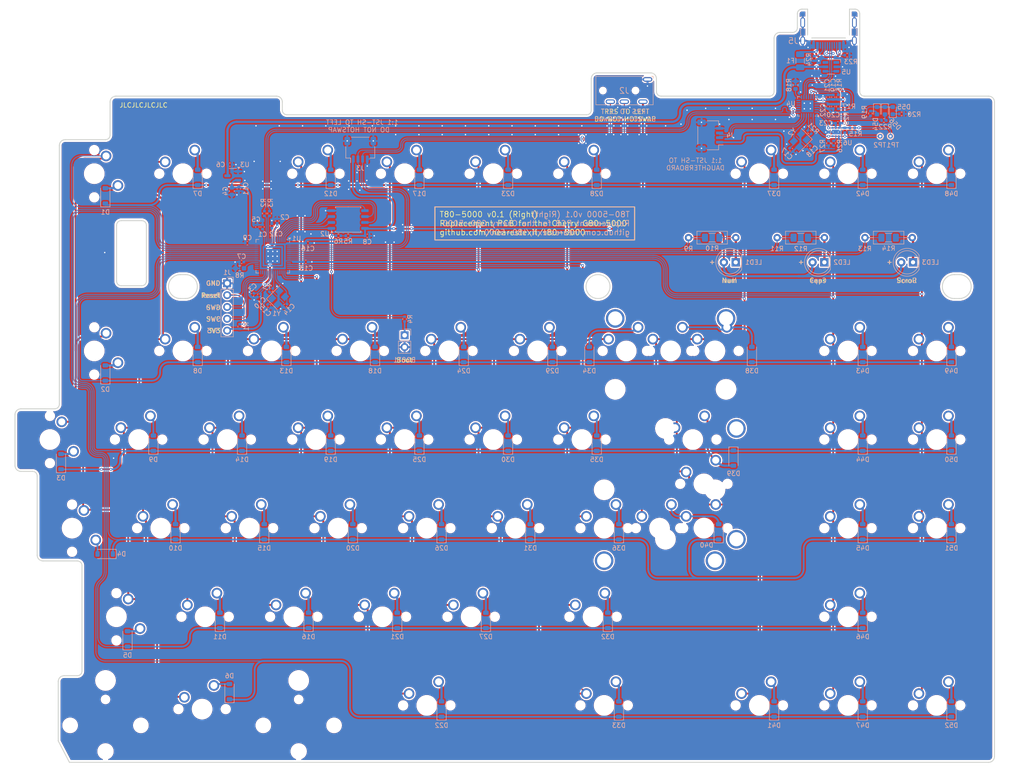
<source format=kicad_pcb>
(kicad_pcb (version 20240108) (generator "pcbnew") (generator_version "8.0")
  (layers (0 "F.Cu" signal) (31 "B.Cu" signal) (34 "B.Paste" user) (35 "F.Paste" user) (36 "B.SilkS" user "B.Silkscreen") (37 "F.SilkS" user "F.Silkscreen") (38 "B.Mask" user) (39 "F.Mask" user) (44 "Edge.Cuts" user))
  (net 0 "")
  (net 1 "+3V3")
  (net 2 "Net-(D5-A)")
  (net 3 "COL0")
  (net 4 "Net-(D6-A)")
  (net 5 "Net-(D7-A)")
  (net 6 "Net-(D8-A)")
  (net 7 "Net-(D9-A)")
  (net 8 "Net-(D10-A)")
  (net 9 "Net-(D15-A)")
  (net 10 "COL1")
  (net 11 "Net-(D16-A)")
  (net 12 "Net-(D17-A)")
  (net 13 "Net-(D18-A)")
  (net 14 "Net-(D19-A)")
  (net 15 "Net-(D25-A)")
  (net 16 "COL2")
  (net 17 "Net-(D26-A)")
  (net 18 "Net-(D27-A)")
  (net 19 "Net-(D28-A)")
  (net 20 "Net-(D29-A)")
  (net 21 "COL3")
  (net 22 "Net-(D35-A)")
  (net 23 "Net-(D36-A)")
  (net 24 "Net-(D37-A)")
  (net 25 "Net-(D38-A)")
  (net 26 "Net-(D39-A)")
  (net 27 "Net-(D40-A)")
  (net 28 "Net-(D45-A)")
  (net 29 "COL4")
  (net 30 "Net-(D46-A)")
  (net 31 "Net-(D47-A)")
  (net 32 "Net-(D48-A)")
  (net 33 "Net-(D49-A)")
  (net 34 "COL5")
  (net 35 "COL6")
  (net 36 "COL7")
  (net 37 "COL8")
  (net 38 "COL9")
  (net 39 "Net-(D1-A)")
  (net 40 "Net-(D2-A)")
  (net 41 "Net-(D3-A)")
  (net 42 "Net-(D4-A)")
  (net 43 "Net-(D11-A)")
  (net 44 "Net-(D12-A)")
  (net 45 "Net-(D13-A)")
  (net 46 "Net-(D14-A)")
  (net 47 "Net-(D20-A)")
  (net 48 "Net-(D21-A)")
  (net 49 "Net-(D22-A)")
  (net 50 "Net-(D23-A)")
  (net 51 "Net-(D24-A)")
  (net 52 "Net-(D30-A)")
  (net 53 "Net-(D31-A)")
  (net 54 "Net-(D32-A)")
  (net 55 "Net-(D33-A)")
  (net 56 "Net-(D34-A)")
  (net 57 "Net-(D41-A)")
  (net 58 "Net-(D42-A)")
  (net 59 "Net-(D43-A)")
  (net 60 "Net-(D44-A)")
  (net 61 "Net-(D50-A)")
  (net 62 "Net-(D51-A)")
  (net 63 "Net-(D52-A)")
  (net 64 "GND")
  (net 65 "Net-(BOOT1-Pin_1)")
  (net 66 "+1V1")
  (net 67 "+5V")
  (net 68 "XIN")
  (net 69 "Net-(C15-Pad2)")
  (net 70 "ROW0")
  (net 71 "ROW1")
  (net 72 "ROW2")
  (net 73 "ROW3")
  (net 74 "ROW4")
  (net 75 "ROW5")
  (net 76 "VBUS")
  (net 77 "SWD")
  (net 78 "RESET")
  (net 79 "SWC")
  (net 80 "D-")
  (net 81 "D+")
  (net 82 "Net-(U1-USB_DP)")
  (net 83 "Net-(U1-USB_DM)")
  (net 84 "Q_CS")
  (net 85 "Net-(R5-Pad1)")
  (net 86 "XOUT")
  (net 87 "LED_NLK")
  (net 88 "LED_CAPS")
  (net 89 "LED_SCLK")
  (net 90 "Q_CLK")
  (net 91 "Q_IO2")
  (net 93 "Q_IO3")
  (net 97 "Q_IO1")
  (net 100 "Q_IO0")
  (net 102 "Tx")
  (net 103 "Rx")
  (net 104 "RightHand")
  (net 105 "Net-(LED1-K)")
  (net 106 "Net-(LED2-K)")
  (net 107 "Net-(LED3-K)")
  (net 109 "Net-(C18-Pad2)")
  (net 110 "+3.3V")
  (net 111 "DRV")
  (net 112 "Net-(D55-K)")
  (net 113 "D0+")
  (net 114 "D0-")
  (net 115 "+5V_lim")
  (net 116 "P_EN")
  (net 117 "LED1")
  (net 118 "LED2")
  (net 119 "FAULT")
  (net 120 "Net-(R26-Pad2)")
  (net 121 "Net-(U6-ILIM)")
  (net 122 "XIN_H")
  (net 123 "Net-(J5-CC2)")
  (net 126 "Net-(J5-CC1)")
  (net 127 "Net-(U4-BUSJ)")
  (net 128 "Net-(U4-~{XRSTJ})")
  (net 129 "Net-(U4-REXT)")
  (net 130 "XOUT_H")
  (net 138 "DD-")
  (net 139 "DD+")
  (net 140 "Net-(D54-A)")
  (net 141 "Net-(D56-A)")
  (footprint "PCM_marbastlib-mx:SW_MX_1u" (layer "F.Cu") (at 171.45 133.35)
    (property "Reference" "MX24")
    (property "Value" "MX_SW_HS")
  )
  (footprint "PCM_marbastlib-mx:SW_MX_1u" (layer "F.Cu") (at 200.025 152.4)
    (property "Reference" "MX35")
    (property "Value" "MX_SW_HS")
  )
  (footprint "PCM_marbastlib-mx:SW_MX_1u" (layer "F.Cu") (at 166.6875 209.55)
    (property "Reference" "MX22")
    (property "Value" "MX_SW_HS")
  )
  (footprint "PCM_marbastlib-mx:STAB_MX_P_2u" (layer "F.Cu") (at 219.075 133.35)
    (property "Reference" "S3" (hide yes))
    (property "Value" "MX_stab")
  )
  (footprint "PCM_marbastlib-mx:SW_MX_1u" (layer "F.Cu") (at 161.925 152.4)
    (property "Reference" "MX25")
    (property "Value" "MX_SW_HS")
  )
  (footprint "PCM_marbastlib-mx:SW_MX_1u" (layer "F.Cu") (at 180.975 95.25)
    (property "Reference" "MX23")
    (property "Value" "MX_SW_HS")
  )
  (footprint "PCM_marbastlib-mx:SW_MX_1u" (layer "F.Cu") (at 276.225 209.55)
    (property "Reference" "MX55")
    (property "Value" "MX_SW_HS")
  )
  (footprint "PCM_marbastlib-mx:SW_MX_1u" (layer "F.Cu") (at 138.1125 190.5)
    (property "Reference" "MX16")
    (property "Value" "MX_SW_HS")
  )
  (footprint "PCM_marbastlib-mx:SW_MX_1u" (layer "F.Cu") (at 276.225 95.25)
    (property "Reference" "MX51")
    (property "Value" "MX_SW_HS")
  )
  (footprint "PCM_marbastlib-mx:SW_MX_1u" (layer "F.Cu") (at 238.125 95.25)
    (property "Reference" "MX37")
    (property "Value" "MX_SW_HS")
  )
  (footprint "PCM_marbastlib-mx:STAB_MX_P_2u" (layer "F.Cu") (at 226.21875 161.925 -90)
    (property "Reference" "S2" (hide yes))
    (property "Value" "MX_stab")
  )
  (footprint "PCM_marbastlib-mx:SW_MX_1u" (layer "F.Cu") (at 257.175 95.25)
    (property "Reference" "MX45")
    (property "Value" "MX_SW_HS")
  )
  (footprint "PCM_marbastlib-mx:SW_MX_1u" (layer "F.Cu") (at 95.25 95.25 -90)
    (property "Reference" "MX1")
    (property "Value" "MX_SW_HS")
  )
  (footprint "PCM_marbastlib-mx:SW_MX_1u" (layer "F.Cu") (at 200.025 95.25)
    (property "Reference" "MX28")
    (property "Value" "MX_SW_HS")
  )
  (footprint "PCM_marbastlib-mx:SW_MX_1u" (layer "F.Cu") (at 166.6875 171.45)
    (property "Reference" "MX26")
    (property "Value" "MX_SW_HS")
  )
  (footprint "PCM_marbastlib-mx:SW_MX_1u" (layer "F.Cu") (at 209.55 133.35)
    (property "Reference" "MX34")
    (property "Value" "MX_SW_HS")
  )
  (footprint "PCM_marbastlib-mx:SW_MX_1u" (layer "F.Cu") (at 85.725 152.4 -90)
    (property "Reference" "MX3")
    (property "Value" "MX_SW_HS")
  )
  (footprint "PCM_marbastlib-mx:SW_MX_1u" (layer "F.Cu") (at 114.3 133.35)
    (property "Reference" "MX8")
    (property "Value" "MX_SW_HS")
  )
  (footprint "PCM_marbastlib-mx:SW_MX_1u" (layer "F.Cu") (at 95.25 133.35 -90)
    (property "Reference" "MX2")
    (property "Value" "MX_SW_HS")
  )
  (footprint "PCM_marbastlib-mx:SW_MX_1u" (layer "F.Cu") (at 152.4 133.35)
    (property "Reference" "MX18")
    (property "Value" "MX_SW_HS")
  )
  (footprint "PCM_marbastlib-mx:SW_MX_1u" (layer "F.Cu") (at 118.4175 210.35)
    (property "Reference" "MX6")
    (property "Value" "MX_SW_HS")
  )
  (footprint "PCM_marbastlib-mx:SW_MX_1u" (layer "F.Cu") (at 228.6 133.35)
    (property "Reference" "MX44")
    (property "Value" "MX_SW_HS")
  )
  (footprint "PCM_marbastlib-mx:SW_MX_1u" (layer "F.Cu") (at 223.8375 152.4)
    (property "Reference" "MX39")
    (property "Value" "MX_SW_HS")
  )
  (footprint "g80-5000:STAB_MX_5000" (layer "F.Cu") (at 118.4175 210.35)
    (property "Reference" "S5" (hide yes))
    (property "Value" "MX_stab")
  )
  (footprint "PCM_marbastlib-mx:SW_MX_1u" (layer "F.Cu") (at 204.7875 209.55)
    (property "Reference" "MX33")
    (property "Value" "MX_SW_HS")
  )
  (footprint "PCM_marbastlib-mx:SW_MX_1u" (layer "F.Cu") (at 157.1625 190.5)
    (property "Reference" "MX21")
    (property "Value" "MX_SW_HS")
  )
  (footprint "PCM_marbastlib-mx:SW_MX_1u" (layer "F.Cu") (at 114.3 95.25)
    (property "Reference" "MX7")
    (property "Value" "MX_SW_HS")
  )
  (footprint "PCM_marbastlib-mx:SW_MX_1u" (layer "F.Cu") (at 216.69375 171.45)
    (property "Reference" "MX40")
    (property "Value" "MX_SW_HS")
  )
  (footprint "g80-5000:STAB_MX_3.5u_5000" (layer "F.Cu") (at 118.4175 210.35 180)
    (property "Reference" "S4" (hide yes))
    (property "Value" "MX_stab")
  )
  (footprint "PCM_marbastlib-mx:SW_MX_1u" (layer "F.Cu") (at 133.35 133.35)
    (property "Reference" "MX13")
    (property "Value" "MX_SW_HS")
  )
  (footprint "PCM_marbastlib-mx:SW_MX_1u" (layer "F.Cu") (at 257.175 152.4)
    (property "Reference" "MX47")
    (property "Value" "MX_SW_HS")
  )
  (footprint "PCM_marbastlib-mx:SW_MX_1u" (layer "F.Cu") (at 219.075 133.35)
    (property "Reference" "MX38")
    (property "Value" "MX_SW_HS")
  )
  (footprint "PCM_marbastlib-mx:SW_MX_1u" (layer "F.Cu") (at 190.5 133.35)
    (property "Reference" "MX29")
    (property "Value" "MX_SW_HS")
  )
  (footprint "PCM_marbastlib-mx:SW_MX_1u" (layer "F.Cu") (at 257.175 209.55)
    (property "Reference" "MX50")
    (property "Value" "MX_SW_HS")
  )
  (footprint "PCM_marbastlib-mx:SW_MX_1u" (layer "F.Cu") (at 202.40625 190.5)
    (property "Reference" "MX32")
    (property "Value" "MX_SW_HS")
  )
  (footprint "PCM_marbastlib-mx:SW_MX_1u" (layer "F.Cu") (at 161.925 95.25)
    (property "Reference" "MX17")
    (property "Value" "MX_SW_HS")
  )
  (footprint "PCM_marbastlib-mx:STAB_MX_P_2u" (layer "F.Cu") (at 216.69375 171.45 180)
    (property "Reference" "S1" (hide yes))
    (property "Value" "MX_stab")
  )
  (footprint "PCM_marbastlib-mx:SW_MX_1u" (layer "F.Cu") (at 180.975 152.4)
    (property "Reference" "MX30")
    (property "Value" "MX_SW_HS")
  )
  (footprint "PCM_marbastlib-mx:SW_MX_1u" (layer "F.Cu") (at 176.2125 190.5)
    (property "Reference" "MX27")
    (property "Value" "MX_SW_HS")
  )
  (footprint "PCM_marbastlib-mx:SW_MX_1u" (layer "F.Cu") (at 257.175 190.5)
    (property "Reference" "MX49")
    (property "Value" "MX_SW_HS")
  )
  (footprint "PCM_marbastlib-mx:SW_MX_1u" (layer "F.Cu") (at 142.875 95.25)
    (property "Reference" "MX12")
    (property "Value" "MX_SW_HS")
  )
  (footprint "PCM_marbastlib-mx:SW_MX_1u" (layer "F.Cu") (at 257.175 171.45)
    (property "Reference" "MX48")
    (property "Value" "MX_SW_HS")
  )
  (footprint "PCM_marbastlib-mx:SW_MX_1u" (layer "F.Cu") (at 226.21875 171.45)
    (property "Reference" "MX43")
    (property "Value" "MX_SW_HS")
  )
  (footprint "PCM_marbastlib-mx:SW_MX_1u" (layer "F.Cu") (at 185.7375 171.45)
    (property "Reference" "MX31")
    (property "Value" "MX_SW_HS")
  )
  (footprint "PCM_marbastlib-mx:SW_MX_1u" (layer "F.Cu") (at 226.21875 161.925)
    (property "Reference" "MX42")
    (property "Value" "MX_SW_HS")
  )
  (footprint "PCM_marbastlib-mx:SW_MX_1u" (layer "F.Cu") (at 128.5875 171.45)
    (property "Reference" "MX15")
    (property "Value" "MX_SW_HS")
  )
  (footprint "PCM_marbastlib-mx:SW_MX_1u" (layer "F.Cu") (at 238.125 209.55)
    (property "Reference" "MX41")
    (property "Value" "MX_SW_HS")
  )
  (footprint "PCM_marbastlib-mx:SW_MX_1u" (layer "F.Cu") (at 204.7875 171.45)
    (property "Reference" "MX36")
    (property "Value" "MX_SW_HS")
  )
  (footprint "PCM_marbastlib-mx:SW_MX_1u" (layer "F.Cu") (at 276.225 171.45)
    (property "Reference" "MX54")
    (property "Value" "MX_SW_HS")
  )
  (footprint "PCM_marbastlib-mx:SW_MX_1u" (layer "F.Cu") (at 257.175 133.35)
    (property "Reference" "MX46")
    (property "Value" "MX_SW_HS")
  )
  (footprint "PCM_marbastlib-mx:SW_MX_1u" (layer "F.Cu") (at 147.6375 171.45)
    (property "Reference" "MX20")
    (property "Value" "MX_SW_HS")
  )
  (footprint "PCM_marbastlib-mx:SW_MX_1u" (layer "F.Cu") (at 142.875 152.4)
    (property "Reference" "MX19")
    (property "Value" "MX_SW_HS")
  )
  (footprint "PCM_marbastlib-mx:SW_MX_1u" (layer "F.Cu") (at 109.5375 171.45)
    (property "Reference" "MX10")
    (property "Value" "MX_SW_HS")
  )
  (footprint "PCM_marbastlib-mx:SW_MX_1u" (layer "F.Cu") (at 123.825 152.4)
    (property "Reference" "MX14")
    (property "Value" "MX_SW_HS")
  )
  (footprint "PCM_marbastlib-mx:SW_MX_1u" (layer "F.Cu") (at 119.0625 190.5)
    (property "Reference" "MX11")
    (property "Value" "MX_SW_HS")
  )
  (footprint "PCM_marbastlib-mx:SW_MX_1u" (layer "F.Cu") (at 276.225 152.4)
    (property "Reference" "MX53")
    (property "Value" "MX_SW_HS")
  )
  (footprint "PCM_marbastlib-mx:SW_MX_1u" (layer "F.Cu") (at 90.4875 171.45 -90)
    (property "Reference" "MX4")
    (property "Value" "MX_SW_HS")
  )
  (footprint "PCM_marbastlib-mx:SW_MX_1u" (layer "F.Cu") (at 100.0125 190.5 -90)
    (property "Reference" "MX5")
    (property "Value" "MX_SW_HS")
  )
  (footprint "PCM_marbastlib-mx:SW_MX_1u" (layer "F.Cu") (at 276.225 133.35)
    (property "Reference" "MX52")
    (property "Value" "MX_SW_HS")
  )
  (footprint "PCM_marbastlib-mx:SW_MX_1u" (layer "F.Cu") (at 104.775 152.4)
    (property "Reference" "MX9")
    (property "Value" "MX_SW_HS")
  )
  (footprint "g80-5000:D_SOD-123-ShiftedSoldermask" (layer "B.Cu") (at 279.4 96.04375 90)
    (property "Reference" "D48")
    (property "Value" "D_Small")
  )
  (footprint "Capacitor_SMD:C_0402_1005Metric" (layer "B.Cu") (at 132.8375 123.7 135)
    (property "Reference" "C15")
    (property "Value" "22p")
  )
  (footprint "g80-5000:D_SOD-123-ShiftedSoldermask" (layer "B.Cu") (at 203.2 96.04375 90)
    (property "Reference" "D28")
    (property "Value" "D_Small")
  )
  (footprint "Resistor_SMD:R_0402_1005Metric" (layer "B.Cu") (at 249.9 70.48 -90)
    (property "Reference" "R24")
    (property "Value" "5.1k")
  )
  (footprint "Resistor_SMD:R_0402_1005Metric" (layer "B.Cu") (at 255.1 78.8 -90)
    (property "Reference" "R16")
    (property "Value" "10k")
  )
  (footprint "Connector_JST:JST_SH_SM04B-SRSS-TB_1x04-1MP_P1.00mm_Horizontal" (layer "B.Cu") (at 227.6 87 90)
    (property "Reference" "J4")
    (property "Value" "Conn_01x04")
  )
  (footprint "g80-5000:D_SOD-123-ShiftedSoldermask" (layer "B.Cu") (at 260.35 191.29375 90)
    (property "Reference" "D46")
    (property "Value" "D_Small")
  )
  (footprint "g80-5000:D_SOD-123-ShiftedSoldermask" (layer "B.Cu") (at 102.39375 195.2625 90)
    (property "Reference" "D5")
    (property "Value" "D_Small")
  )
  (footprint "g80-5000:D_SOD-123-ShiftedSoldermask" (layer "B.Cu") (at 205.58125 191.29375 90)
    (property "Reference" "D32")
    (property "Value" "D_Small")
  )
  (footprint "Fuse:Fuse_1206_3216Metric" (layer "B.Cu") (at 246.9 70.98 -90)
    (property "Reference" "F1")
    (property "Value" "500mA")
  )
  (footprint "g80-5000:D_SOD-123-ShiftedSoldermask" (layer "B.Cu") (at 260.35 210.34375 90)
    (property "Reference" "D47")
    (property "Value" "D_Small")
  )
  (footprint "Resistor_THT:R_Axial_DIN0207_L6.3mm_D2.5mm_P10.16mm_Horizontal" (layer "B.Cu") (at 260.82625 109)
    (property "Reference" "R13")
    (property "Value" "300")
  )
  (footprint "g80-5000:D_SOD-123-ShiftedSoldermask" (layer "B.Cu") (at 241.3 96.04375 90)
    (property "Reference" "D37")
    (property "Value" "D_Small")
  )
  (footprint "g80-5000:AUDIO-TH_XKB_PJ-320A" (layer "B.Cu") (at 210.1245 77.38)
    (property "Reference" "J2")
    (property "Value" "AudioJack4")
  )
  (footprint "Resistor_SMD:R_0402_1005Metric" (layer "B.Cu") (at 256.5 85.9 -90)
    (property "Reference" "R25")
    (property "Value" "10k")
  )
  (footprint "LED_THT:LED_D5.0mm" (layer "B.Cu") (at 233.05 114.3 180)
    (property "Reference" "LED1")
    (property "Value" "LED_Small")
  )
  (footprint "Crystal:Crystal_SMD_3225-4Pin_3.2x2.5mm" (layer "B.Cu") (at 134.8375 121.9 45)
    (property "Reference" "Y1")
    (property "Value" "Crystal_GND24")
  )
  (footprint "Capacitor_SMD:C_0402_1005Metric" (layer "B.Cu") (at 130.3 106.7 90)
    (property "Reference" "C5")
    (property "Value" "1u")
  )
  (footprint "Capacitor_SMD:C_0402_1005Metric" (layer "B.Cu") (at 129.2 121.3 -135)
    (property "Reference" "C3")
    (property "Value" "100n")
  )
  (footprint "g80-5000:D_SOD-123-ShiftedSoldermask" (layer "B.Cu") (at 112.7125 172.24375 90)
    (property "Reference" "D10")
    (property "Value" "D_Small")
  )
  (footprint "Connector_PinHeader_2.54mm:PinHeader_1x05_P2.54mm_Vertical" (layer "B.Cu") (at 123.8 118.82 180)
    (property "Reference" "J1")
    (property "Value" "Conn_01x05")
  )
  (footprint "Resistor_SMD:R_0402_1005Metric" (layer "B.Cu") (at 253 88.7 -90)
    (property "Reference" "R27")
    (property "Value" "33k")
  )
  (footprint "Capacitor_SMD:C_0402_1005Metric" (layer "B.Cu") (at 254 78.8 90)
    (property "Reference" "C19")
    (property "Value" "1u")
  )
  (footprint "Resistor_SMD:R_0402_1005Metric" (layer "B.Cu") (at 161.925 126.5 90)
    (property "Reference" "R4")
    (property "Value" "1k")
  )
  (footprint "Resistor_SMD:R_0603_1608Metric_Pad0.98x0.95mm_HandSolder" (layer "B.Cu") (at 126.5 115.6 180)
    (property "Reference" "R8")
    (property "Value" "5.1k")
  )
  (footprint "g80-5000:D_SOD-123-ShiftedSoldermask" (layer "B.Cu") (at 184.15 96.04375 90)
    (property "Reference" "D23")
    (property "Value" "D_Small")
  )
  (footprint "g80-5000:D_SOD-123-ShiftedSoldermask" (layer "B.Cu") (at 207.9625 210.34375 90)
    (property "Reference" "D33")
    (property "Value" "D_Small")
  )
  (footprint "g80-5000:D_SOD-123-ShiftedSoldermask" (layer "B.Cu") (at 169.8625 172.24375 90)
    (property "Reference" "D26")
    (property "Value" "D_Small")
  )
  (footprint "g80-5000:D_SOD-123-ShiftedSoldermask" (layer "B.Cu") (at 207.9625 172.24375 90)
    (property "Reference" "D36")
    (property "Value" "D_Small")
  )
  (footprint "Capacitor_SMD:C_0402_1005Metric" (layer "B.Cu") (at 130.6375 121.4 -135)
    (property "Reference" "C10")
    (property "Value" "100n")
  )
  (footprint "Connector_JST:JST_SH_SM04B-SRSS-TB_1x04-1MP_P1.00mm_Horizontal" (layer "B.Cu") (at 152.4 90.1)
    (property "Reference" "J3")
    (property "Value" "Conn_01x04")
  )
  (footprint "g80-5000:D_SOD-123-ShiftedSoldermask" (layer "B.Cu") (at 229.39375 172.24375 90)
    (property "Reference" "D40")
    (property "Value" "D_Small")
  )
  (footprint "g80-5000:D_SOD-123-ShiftedSoldermask" (layer "B.Cu") (at 97.63125 100.0125 90)
    (property "Reference" "D1")
    (property "Value" "D_Small")
  )
  (footprint "LED_SMD:LED_0603_1608Metric" (layer "B.Cu") (at 263.4 81.7 -90)
    (property "Reference" "D54")
    (property "Value" "LED_Small")
  )
  (footprint "g80-5000:D_SOD-123-ShiftedSoldermask" (layer "B.Cu") (at 165.1 96.04375 90)
    (property "Reference" "D17")
    (property "Value" "D_Small")
  )
  (footprint "g80-5000:D_SOD-123-ShiftedSoldermask" (layer "B.Cu") (at 88.10625 157.1625 90)
    (property "Reference" "D3")
    (property "Value" "D_Small")
  )
  (footprint "Capacitor_SMD:C_0402_1005Metric" (layer "B.Cu") (at 141.15 110.19)
    (property "Reference" "C16")
    (property "Value" "100n")
  )
  (footprint "TestPoint:TestPoint_THTPad_D1.0mm_Drill0.5mm" (layer "B.Cu") (at 266.3 87.2 180)
    (property "Reference" "TP1")
    (property "Value" "TestPoint_Small")
  )
  (footprint "Capacitor_SMD:C_0402_1005Metric" (layer "B.Cu") (at 124.4 93.3)
    (property "Reference" "C6")
    (property "Value" "1u")
  )
  (footprint "g80-5000:D_SOD-123-ShiftedSoldermask" (layer "B.Cu") (at 203.2 153.19375 90)
    (property "Reference" "D35")
    (property "Value" "D_Small")
  )
  (footprint "g80-5000:D_SOD-123-ShiftedSoldermask" (layer "B.Cu") (at 141.2875 191.29375 90)
    (property "Reference" "D16")
    (property "Value" "D_Small")
  )
  (footprint "Resistor_SMD:R_0402_1005Metric" (layer "B.Cu") (at 254.1 88.7 -90)
    (property "Reference" "R26")
    (property "Value" "33k")
  )
  (footprint "Resistor_SMD:R_0402_1005Metric" (layer "B.Cu") (at 264.9 83.8)
    (property "Reference" "R22")
    (property "Value" "510")
  )
  (footprint "Package_DFN_QFN:QFN-56-1EP_7x7mm_P0.4mm_EP3.2x3.2mm" (layer "B.Cu") (at 133.6 113 180)
    (property "Reference" "U1")
    (property "Value" "RP2040")
  )
  (footprint "Resistor_SMD:R_0402_1005Metric" (layer "B.Cu") (at 126.5 128.1 -90)
    (property "Reference" "R1")
    (property "Value" "5.1k")
  )
  (footprint "g80-5000:D_SOD-123-ShiftedSoldermask" (layer "B.Cu") (at 127 153.19375 90)
    (property "Reference" "D14")
    (property "Value" "D_Small")
  )
  (footprint "g80-5000:USB-C-SMD_GT-USB-9014AB" (layer "B.Cu") (at 253 65.3095)
    (property "Reference" "J5")
    (property "Value" "USB_C_Receptacle_USB2.0")
  )
  (footprint "g80-5000:D_SOD-123-ShiftedSoldermask" (layer "B.Cu") (at 117.475 134.14375 90)
    (property "Reference" "D8")
    (property "Value" "D_Small")
  )
  (footprint "Connector_PinHeader_2.54mm:PinHeader_1x02_P2.54mm_Vertical" (layer "B.Cu") (at 161.925 129.9875 180)
    (property "Reference" "BOOT1")
    (property "Value" "Conn_01x02")
  )
  (footprint "PCM_marbastlib-various:SOT-23-6-routable" (layer "B.Cu") (at 253.5 72.28 180)
    (property "Reference" "U5")
    (property "Value" "SRV05-4")
  )
  (footprint "g80-5000:D_SOD-123-ShiftedSoldermask" (layer "B.Cu") (at 146.05 153.19375 90)
    (property "Reference" "D19")
    (property "Value" "D_Small")
  )
  (footprint "g80-5000:D_SOD-123-ShiftedSoldermask" (layer "B.Cu") (at 279.4 210.34375 90)
    (property "Reference" "D52")
    (property "Value" "D_Small")
  )
  (footprint "g80-5000:D_SOD-123-ShiftedSoldermask" (layer "B.Cu") (at 279.4 153.19375 90)
    (property "Reference" "D50")
    (property "Value" "D_Small")
  )
  (footprint "Capacitor_SMD:C_0402_1005Metric" (layer "B.Cu") (at 128.15 110.18 180)
    (property "Reference" "C9")
    (property "Value" "100n")
  )
  (footprint "Resistor_SMD:R_0402_1005Metric" (layer "B.Cu") (at 147.7 108.6)
    (property "Reference" "R6")
    (property "Value" "5.1k")
  )
  (footprint "Resistor_THT:R_Axial_DIN0207_L6.3mm_D2.5mm_P10.16mm_Horizontal" (layer "B.Cu") (at 241.9525 109)
    (property "Reference" "R11")
    (property "Value" "300")
  )
  (footprint "Resistor_SMD:R_0402_1005Metric" (layer "B.Cu") (at 268.71 82.4 180)
    (property "Reference" "R20")
    (property "Value" "510")
  )
  (footprint "g80-5000:D_SOD-123-ShiftedSoldermask" (layer "B.Cu") (at 188.9125 172.24375 90)
    (property "Reference" "D31")
    (property "Value" "D_Small")
  )
  (footprint "g80-5000:D_SOD-123-ShiftedSoldermask" (layer "B.Cu") (at 169.8625 210.34375 90)
    (property "Reference" "D22")
    (property "Value" "D_Small")
  )
  (footprint "Resistor_SMD:R_0402_1005Metric" (layer "B.Cu") (at 133.2375 120.3 45)
    (property "Reference" "R7")
    (property "Value" "1k")
  )
  (footprint "g80-5000:D_SOD-123-ShiftedSoldermask" (layer "B.Cu") (at 136.525 134.14375 90)
    (property "Reference" "D13")
    (property "Value" "D_Small")
  )
  (footprint "g80-5000:D_SOD-123-ShiftedSoldermask" (layer "B.Cu") (at 279.4 172.24375 90)
    (property "Reference" "D51")
    (property "Value" "D_Small")
  )
  (footprint "Resistor_THT:R_Axial_DIN0207_L6.3mm_D2.5mm_P10.16mm_Horizontal" (layer "B.Cu") (at 222.92 109)
    (property "Reference" "R9")
    (property "Value" "300")
  )
  (footprint "g80-5000:D_SOD-123-ShiftedSoldermask" (layer "B.Cu") (at 97.63125 138.1125 90)
    (property "Reference" "D2")
    (property "Value" "D_Small")
  )
  (footprint "g80-5000:D_SOD-123-ShiftedSoldermask" (layer "B.Cu") (at 155.575 134.14375 90)
    (property "Reference" "D18")
    (property "Value" "D_Small")
  )
  (footprint "g80-5000:D_SOD-123-ShiftedSoldermask" (layer "B.Cu") (at 232.56875 156.36875 -90)
    (property "Reference" "D39")
    (property "Value" "D_Small")
  )
  (footprint "Capacitor_SMD:C_0402_1005Metric" (layer "B.Cu") (at 136.3 123.6 45)
    (property "Reference" "C14")
    (property "Value" "22p")
  )
  (footprint "Capacitor_SMD:C_0402_1005Metric" (layer "B.Cu") (at 252.9 80.8 -90)
    (property "Reference" "C22")
    (property "Value" "100n")
  )
  (footprint "g80-5000:D_SOD-123-ShiftedSoldermask" (layer "B.Cu") (at 97.6 177 180)
    (property "Reference" "D4")
    (property "Value" "D_Small")
  )
  (footprint "Crystal:Crystal_SMD_3225-4Pin_3.2x2.5mm" (layer "B.Cu") (at 246.9 88.1 -135)
    (property "Reference" "Y2")
    (property "Value" "Crystal_GND24")
  )
  (footprint "LED_THT:LED_D5.0mm" (layer "B.Cu") (at 271.15 114.3 180)
    (property "Reference" "LED3")
    (property "Value" "LED_Small")
  )
  (footprint "Package_DFN_QFN:WQFN-24-1EP_4x4mm_P0.5mm_EP2.6x2.6mm" (layer "B.Cu") (at 248.4625 80.75 90)
    (property "Reference" "U4")
    (property "Value" "FE1.1s-BQFN24B")
  )
  (footprint "Package_SO:SOIC-8_5.23x5.23mm_P1.27mm" (layer "B.Cu") (at 149.8 105.1)
    (property "Reference" "U2")
    (property "Value" "W25Q128JVS")
  )
  (footprint "Capacitor_SMD:C_0603_1608Metric" (layer "B.Cu") (at 124.8 99 -90)
    (property "Reference" "C4")
    (property "Value" "10u")
  )
  (footprint "Package_TO_SOT_SMD:SOT-23-3" (layer "B.Cu") (at 125 95.7 180)
    (property "Reference" "U3")
    (property "Value" "XC6206PxxxMR")
  )
  (footprint "TestPoint:TestPoint_THTPad_D1.0mm_Drill0.5mm" (layer "B.Cu") (at 264.1 87.2 180)
    (property "Reference" "TP2")
    (property "Value" "TestPoint_Small")
  )
  (footprint "g80-5000:D_SOD-123-ShiftedSoldermask" (layer "B.Cu") (at 131.7625 172.24375 90)
    (property "Reference" "D15")
    (property "Value" "D_Small")
  )
  (footprint "Capacitor_SMD:C_0402_1005Metric" (layer "B.Cu") (at 133.4 106.47 90)
    (property "Reference" "C12")
    (property "Value" "100n")
  )
  (footprint "Capacitor_SMD:C_0402_1005Metric" (layer "B.Cu") (at 252.9 78.8 90)
    (property "Reference" "C21")
    (property "Value" "100n")
  )
  (footprint "g80-5000:D_SOD-123-ShiftedSoldermask" (layer "B.Cu") (at 165.1 153.19375 90)
    (property "Reference" "D25")
    (property "Value" "D_Small")
  )
  (footprint "g80-5000:D_SOD-123-ShiftedSoldermask" (layer "B.Cu") (at 260.35 172.24375 90)
    (property "Reference" "D45")
    (property "Value" "D_Small")
  )
  (footprint "g80-5000:D_SOD-123-ShiftedSoldermask" (layer "B.Cu") (at 236.5375 134.14375 90)
    (property "Reference" "D38")
    (property "Value" "D_Small")
  )
  (footprint "Capacitor_SMD:C_0402_1005Metric" (layer "B.Cu") (at 134.55 105.42 90)
    (property "Reference" "C2")
    (property "Value" "100n")
  )
  (footprint "Resistor_SMD:R_1206_3216Metric_Pad1.30x1.75mm_HandSolder" (layer "B.Cu") (at 247.0325 109)
    (property "Reference" "R12")
    (property "Value" "300")
  )
  (footprint "g80-5000:D_SOD-123-ShiftedSoldermask" (layer "B.Cu") (at 179.3875 191.29375 90)
    (property "Reference" "D27")
    (property "Value" "D_Small")
  )
  (footprint "g80-5000:D_SOD-123-ShiftedSoldermask" (layer "B.Cu") (at 260.35 96.04375 90)
    (property "Reference" "D42")
    (property "Value" "D_Small")
  )
  (footprint "g80-5000:D_SOD-123-ShiftedSoldermask" (layer "B.Cu") (at 174.625 134.14375 90)
    (property "Reference" "D24")
    (property "Value" "D_Small")
  )
  (footprint "g80-5000:D_SOD-123-ShiftedSoldermask" (layer "B.Cu") (at 241.3 210.34375 90)
    (property "Reference" "D41")
    (property "Value" "D_Small")
  )
  (footprint "g80-5000:D_SOD-123-ShiftedSoldermask" (layer "B.Cu") (at 150.8125 172.24375 90)
    (property "Reference" "D20")
    (property "Value" "D_Small")
  )
  (footprint "g80-5000:D_SOD-123-ShiftedSoldermask" (layer "B.Cu") (at 122.2375 191.29375 90)
    (property "Reference" "D11")
    (property "Value" "D_Small")
  )
  (footprint "Resistor_SMD:R_0402_1005Metric" (layer "B.Cu") (at 132.9 103.8 -90)
    (property "Reference" "R2")
    (property "Value" "27R")
  )
  (footprint "Resistor_SMD:R_1206_3216Metric_Pad1.30x1.75mm_HandSolder" (layer "B.Cu") (at 265.90625 109)
    (property "Reference" "R14")
    (property "Value" "300")
  )
  (footprint "g80-5000:D_SOD-123-ShiftedSoldermask" (layer "B.Cu") (at 117.475 96.04375 90)
    (property "Reference" "D7")
    (property "Value" "D_Small")
  )
  (footprint "Capacitor_SMD:C_0402_1005Metric" (layer "B.Cu") (at 245 90.1 135)
    (property "Reference" "C17")
    (property "Value" "33p")
  )
  (footprint "LED_SMD:LED_0603_1608Metric" (layer "B.Cu") (at 265.11 81.7 -90)
    (property "Reference" "D56")
    (property "Value" "LED_Small")
  )
  (footprint "Resistor_SMD:R_0402_1005Metric" (layer "B.Cu") (at 248.9 86.3 135)
    (property "Reference" "R21")
    (property "Value" "1k")
  )
  (footprint "Capacitor_SMD:C_0402_1005Metric" (layer "B.Cu") (at 131.4 106.7 90)
    (property "Reference" "C1")
    (property "Value" "1u")
  )
  (footprint "g80-5000:D_SOD-123-ShiftedSoldermask" (layer "B.Cu") (at 201.6125 134.14375 90)
    (property "Reference" "D34")
    (property "Value" "D_Small")
  )
  (footprint "Capacitor_SMD:C_0402_1005Metric" (layer "B.Cu") (at 140.7 114.21)
    (property "Reference" "C13")
    (property "Value" "100n")
  )
  (footprint "Capacitor_SMD:C_0402_1005Metric" (layer "B.Cu") (at 153.9 108.6)
    (property "Reference" "C8")
    (property "Value" "100nF")
  )
  (footprint "Package_SON:WSON-6-1EP_2x2mm_P0.65mm_EP1x1.6mm_ThermalVias" (layer "B.Cu") (at 254.55 86.2875 90)
    (property "Reference" "U6")
    (property "Value" "TPS2552DRVR")
  )
  (footprint "LED_THT:LED_D5.0mm" (layer "B.Cu") (at 252.1 114.3 180)
    (property "Reference" "LED2")
    (property "Value" "LED_Small")
  )
  (footprint "LED_SMD:LED_0603_1608Metric" (layer "B.Cu") (at 266.81 81.7 90)
    (property "Reference" "D55")
    (property "Value" "LED_Small")
  )
  (footprint "Capacitor_SMD:C_0402_1005Metric" (layer "B.Cu") (at 248.7 89.6 45)
    (property "Reference" "C18")
    (property "Value" "33p")
  )
  (footprint "g80-5000:D_SOD-123-ShiftedSoldermask" (layer "B.Cu") (at 193.675 134.14375 90)
    (property "Reference" "D29")
    (property "Value" "D_Small")
  )
  (footprint "g80-5000:D_SOD-123-ShiftedSoldermask" (layer "B.Cu") (at 260.35 153.19375 90)
    (property "Reference" "D44")
    (property "Value" "D_Small")
  )
  (footprint "g80-5000:D_SOD-123-ShiftedSoldermask" (layer "B.Cu") (at 107.95 153.19375 90)
    (property "Reference" "D9")
    (property "Value" "D_Small")
  )
  (footprint "Resistor_SMD:R_0402_1005Metric" (layer "B.Cu") (at 149.8 108.6)
    (property "Reference" "R5")
    (property "Value" "5.1k")
  )
  (footprint "Capacitor_SMD:C_0402_1005Metric" (layer "B.Cu") (at 255 84.4)
    (property "Reference" "C23")
    (property "Value" "100n")
  )
  (footprint "Capacitor_SMD:C_0402_1005Metric" (layer "B.Cu") (at 254 80.8 -90)
    (property "Reference" "C20")
    (property "Value" "1u")
  )
  (footprint "g80-5000:D_SOD-123-ShiftedSoldermask" (layer "B.Cu") (at 124.3 206.6 90)
    (property "Reference" "D6")
    (property "Value" "D_Small")
  )
  (footprint "Capacitor_SMD:C_0402_1005Metric" (layer "B.Cu") (at 126.9 114.21 180)
    (property "Reference" "C7")
    (property "Value" "100n")
  )
  (footprint "g80-5000:D_SOD-123-ShiftedSoldermask" (layer "B.Cu") (at 146.05 96.04375 90)
    (property "Reference" "D12")
    (property "Value" "D_Small")
  )
  (footprint "g80-5000:D_SOD-123-ShiftedSoldermask" (layer "B.Cu") (at 260.35 134.14375 90)
    (property "Reference" "D43")
    (property "Value" "D_Small")
  )
  (footprint "Resistor_SMD:R_0402_1005Metric" (layer "B.Cu") (at 258.1 85.4)
    (property "Reference" "R15")
    (property "Value" "10k")
  )
  (footprint "Resistor_SMD:R_0603_1608Metric" (layer "B.Cu") (at 245.9 76.2 -90)
    (property "Reference" "R18")
    (property "Value" "2.7k")
  )
  (footprint "g80-5000:D_SOD-123-ShiftedSoldermask" (layer "B.Cu") (at 279.4 134.14375 90)
    (property "Reference" "D49")
    (property "Value" "D_Small")
  )
  (footprint "Resistor_SMD:R_0402_1005Metric" (layer "B.Cu") (at 262 82.3 90)
    (property "Reference" "R19")
    (property "Value" "510")
  )
  (footprint "g80-5000:D_SOD-123-ShiftedSoldermask" (layer "B.Cu") (at 184.15 153.19375 90)
    (property "Reference" "D30")
    (property "Value" "D_Small")
  )
  (footprint "Resistor_SMD:R_0402_1005Metric" (layer "B.Cu") (at 131.8 103.8 90)
    (property "Reference" "R3")
    (property "Value" "27R")
  )
  (footprint "Capacitor_SMD:C_0402_1005Metric" (layer "B.Cu") (at 126.3 98.5 -90)
    (property "Reference" "C11")
    (property "Value" "1u")
  )
  (footprint "g80-5000:D_SOD-123-ShiftedSoldermask" (layer "B.Cu") (at 160.3375 191.29375 90)
    (property "Reference" "D21")
    (property "Value" "D_Small")
  )
  (footprint "Resistor_SMD:R_0402_1005Metric" (layer "B.Cu") (at 257 69.78)
    (property "Reference" "R23")
    (property "Value" "5.1k")
  )
  (footprint "Resistor_SMD:R_1206_3216Metric_Pad1.30x1.75mm_HandSolder" (layer "B.Cu") (at 228 109)
    (property "Reference" "R10")
    (property "Value" "300")
  )
  (footprint "Resistor_SMD:R_0402_1005Metric" (layer "B.Cu") (at 255.1 80.8 -90)
    (property "Reference" "R17")
    (property "Value" "10k")
  )
  (gr_line (start 135.65 81.58) (end 135.65 79.822764) (stroke (width 0.2)) (layer "Edge.Cuts"))
  (gr_line (start 87.5125 204.420009) (end 87.5125 217.19) (stroke (width 0.2)) (layer "Edge.Cuts"))
  (gr_arc (start 92.6125 202.170009) (mid 92.31961 202.877107) (end 91.612512 203.17) (stroke (width 0.2)) (layer "Edge.Cuts"))
  (gr_line (start 87.75 89.190009) (end 87.75 144.800009) (stroke (width 0.2)) (layer "Edge.Cuts"))
  (gr_arc (start 241.3 77.580009) (mid 241.00711 78.287107) (end 240.300012 78.58) (stroke (width 0.2)) (layer "Edge.Cuts"))
  (gr_arc (start 214.775012 73.58) (mid 215.66146 73.948684) (end 216.025 74.837254) (stroke (width 0.2)) (layer "Edge.Cuts"))
  (gr_line (start 248.5 66.06) (end 257.5 66.06) (stroke (width 0.2)) (layer "Edge.Cuts"))
  (gr_line (start 84.237512 178.5) (end 91.612512 178.5) (stroke (width 0.2)) (layer "Edge.Cuts"))
  (gr_arc (start 134.400012 78.58) (mid 135.281337 78.943561) (end 135.65 79.822764) (stroke (width 0.2)) (layer "Edge.Cuts"))
  (gr_line (start 280.025012 116.940018) (end 280.025012 116.94) (stroke (width 0.2)) (layer "Edge.Cuts"))
  (gr_arc (start 87.5125 204.420009) (mid 87.87862 203.536117) (end 88.762512 203.17) (stroke (width 0.2)) (layer "Edge.Cuts"))
  (gr_line (start 101.050012 105.34) (end 105.450012 105.34) (stroke (width 0.2)) (layer "Edge.Cuts"))
  (gr_arc (start 79.475012 159.24) (mid 78.591132 158.873883) (end 78.225 157.99) (stroke (width 0.2)) (layer "Edge.Cuts"))
  (gr_line (start 280.025012 116.94) (end 281.075012 116.94) (stroke (width 0.2)) (layer "Edge.Cuts"))
  (gr_line (start 287.400012 221.79) (end 89.9125 221.79) (stroke (width 0.2)) (layer "Edge.Cuts"))
  (gr_arc (start 87.75 144.800009) (mid 87.45711 145.507107) (end 86.750012 145.8) (stroke (width 0.2)) (layer "Edge.Cuts"))
  (gr_line (start 202.025 74.830009) (end 202.025 81.580009) (stroke (width 0.2)) (layer "Edge.Cuts"))
  (gr_line (start 246.3 60.880009) (end 246.3 63.880009) (stroke (width 0.2)) (layer "Edge.Cuts"))
  (gr_line (start 247.300012 59.88) (end 248.5 59.88) (stroke (width 0.2)) (layer "Edge.Cuts"))
  (gr_line (start 259.7 60.886333) (end 259.7 77.58) (stroke (width 0.2)) (layer "Edge.Cuts"))
  (gr_line (start 97.650012 87.94) (end 89.000012 87.94) (stroke (width 0.2)) (layer "Edge.Cuts"))
  (gr_arc (start 81.987512 159.24) (mid 82.696912 159.535191) (end 82.9875 160.246489) (stroke (width 0.2)) (layer "Edge.Cuts"))
  (gr_line (start 257.5 59.88) (end 258.700012 59.88) (stroke (width 0.2)) (layer "Edge.Cuts"))
  (gr_line (start 113.775012 116.940018) (end 113.775012 116.94) (stroke (width 0.2)) (layer "Edge.Cuts"))
  (gr_arc (start 113.775012 122.09) (mid 111.200021 119.515009) (end 113.775012 116.940018) (stroke (width 0.2)) (layer "Edge.Cuts"))
  (gr_arc (start 106.45 118.340009) (mid 106.15711 119.047107) (end 105.450012 119.34) (stroke (width 0.2)) (layer "Edge.Cuts"))
  (gr_line (start 79.475012 159.24) (end 81.987512 159.24) (stroke (width 0.2)) (layer "Edge.Cuts"))
  (gr_arc (start 260.700012 78.58) (mid 259.992908 78.287106) (end 259.7 77.58) (stroke (width 0.2)) (layer "Edge.Cuts"))
  (gr_line (start 86.750012 145.8) (end 79.475012 145.8) (stroke (width 0.2)) (layer "Edge.Cuts"))
  (gr_line (start 257.5 66.06) (end 257.5 59.88) (stroke (width 0.2)) (layer "Edge.Cuts"))
  (gr_arc (start 202.025 74.830009) (mid 202.39112 73.946117) (end 203.275012 73.58) (stroke (width 0.2)) (layer "Edge.Cuts"))
  (gr_arc (start 101.050012 119.34) (mid 100.342908 119.047106) (end 100.05 118.34) (stroke (width 0.2)) (layer "Edge.Cuts"))
  (gr_arc (start 84.237512 178.5) (mid 83.353632 178.133883) (end 82.9875 177.25) (stroke (width 0.2)) (layer "Edge.Cuts"))
  (gr_arc (start 246.3 60.880009) (mid 246.592897 60.172894) (end 247.300012 59.88) (stroke (width 0.2)) (layer "Edge.Cuts"))
  (gr_line (start 87.5125 217.19) (end 89.9125 221.79) (stroke (width 0.2)) (layer "Edge.Cuts"))
  (gr_arc (start 100.05 106.340009) (mid 100.342897 105.632894) (end 101.050012 105.34) (stroke (width 0.2)) (layer "Edge.Cuts"))
  (gr_line (start 134.400012 78.58) (end 99.900012 78.58) (stroke (width 0.2)) (layer "Edge.Cuts"))
  (gr_arc (start 98.65 86.940009) (mid 98.35711 87.647107) (end 97.650012 87.94) (stroke (width 0.2)) (layer "Edge.Cuts"))
  (gr_line (start 100.05 118.34) (end 100.05 106.340009) (stroke (width 0.2)) (layer "Edge.Cuts"))
  (gr_line (start 106.45 106.346489) (end 106.45 118.340009) (stroke (width 0.2)) (layer "Edge.Cuts"))
  (gr_line (start 201.025012 82.58) (end 136.650012 82.58) (stroke (width 0.2)) (layer "Edge.Cuts"))
  (gr_line (start 248.5 59.88) (end 248.5 66.06) (stroke (width 0.2)) (layer "Edge.Cuts"))
  (gr_arc (start 105.450012 105.34) (mid 106.159412 105.635191) (end 106.45 106.346489) (stroke (width 0.2)) (layer "Edge.Cuts"))
  (gr_line (start 216.025 74.837254) (end 216.025 77.58) (stroke (width 0.2)) (layer "Edge.Cuts"))
  (gr_circle (center 203.475 119.515) (end 206.05 119.515) (stroke (width 0.2)) (fill none) (layer "Edge.Cuts"))
  (gr_line (start 288.65 79.837254) (end 288.65 220.540009) (stroke (width 0.2)) (layer "Edge.Cuts"))
  (gr_arc (start 258.700012 59.88) (mid 259.409357 60.175135) (end 259.7 60.886333) (stroke (width 0.2)) (layer "Edge.Cuts"))
  (gr_line (start 82.9875 160.246489) (end 82.9875 177.25) (stroke (width 0.2)) (layer "Edge.Cuts"))
  (gr_line (start 113.775012 116.94) (end 114.825012 116.94) (stroke (width 0.2)) (layer "Edge.Cuts"))
  (gr_line (start 92.6125 179.506489) (end 92.6125 202.170009) (stroke (width 0.2)) (layer "Edge.Cuts"))
  (gr_line (start 287.400012 78.58) (end 260.700012 78.58) (stroke (width 0.2)) (layer "Edge.Cuts"))
  (gr_line (start 105.450012 119.34) (end 101.050012 119.34) (stroke (width 0.2)) (layer "Edge.Cuts"))
  (gr_arc (start 246.3 63.880009) (mid 246.00711 64.587107) (end 245.300012 64.88) (stroke (width 0.2)) (layer "Edge.Cuts"))
  (gr_line (start 91.612512 203.17) (end 88.762512 203.17) (stroke (width 0.2)) (layer "Edge.Cuts"))
  (gr_arc (start 98.65 79.830009) (mid 99.01612 78.946117) (end 99.900012 78.58) (stroke (width 0.2)) (layer "Edge.Cuts"))
  (gr_arc (start 281.075012 116.94) (mid 283.650017 119.519687) (end 281.065656 122.09) (stroke (width 0.2)) (layer "Edge.Cuts"))
  (gr_line (start 203.275012 73.58) (end 214.775012 73.58) (stroke (width 0.2)) (layer "Edge.Cuts"))
  (gr_arc (start 114.825012 116.94) (mid 117.400017 119.519687) (end 114.815656 122.09) (stroke (width 0.2)) (layer "Edge.Cuts"))
  (gr_arc (start 78.225 147.050009) (mid 78.59112 146.166117) (end 79.475012 145.8) (stroke (width 0.2)) (layer "Edge.Cuts"))
  (gr_arc (start 288.65 220.540009) (mid 288.283887 221.423884) (end 287.400012 221.79) (stroke (width 0.2)) (layer "Edge.Cuts"))
  (gr_line (start 240.300012 78.58) (end 217.025012 78.58) (stroke (width 0.2)) (layer "Edge.Cuts"))
  (gr_arc (start 217.025012 78.58) (mid 216.317908 78.287106) (end 216.025 77.58) (stroke (width 0.2)) (layer "Edge.Cuts"))
  (gr_arc (start 280.025012 122.09) (mid 277.450021 119.515009) (end 280.025012 116.940018) (stroke (width 0.2)) (layer "Edge.Cuts"))
  (gr_arc (start 136.650012 82.58) (mid 135.942908 82.287106) (end 135.65 81.58) (stroke (width 0.2)) (layer "Edge.Cuts"))
  (gr_arc (start 87.75 89.190009) (mid 88.11612 88.306117) (end 89.000012 87.94) (stroke (width 0.2)) (layer "Edge.Cuts"))
  (gr_arc (start 91.612512 178.5) (mid 92.321912 178.795191) (end 92.6125 179.506489) (stroke (width 0.2)) (layer "Edge.Cuts"))
  (gr_line (start 241.3 66.130009) (end 241.3 77.580009) (stroke (width 0.2)) (layer "Edge.Cuts"))
  (gr_line (start 78.225 147.050009) (end 78.225 157.99) (stroke (width 0.2)) (layer "Edge.Cuts"))
  (gr_line (start 114.815656 122.09) (end 113.775012 122.09) (stroke (width 0.2)) (layer "Edge.Cuts"))
  (gr_line (start 245.300012 64.88) (end 242.550012 64.88) (stroke (width 0.2)) (layer "Edge.Cuts"))
  (gr_line (start 98.65 79.830009) (end 98.65 86.940009) (stroke (width 0.2)) (layer "Edge.Cuts"))
  (gr_arc (start 241.3 66.130009) (mid 241.66612 65.246117) (end 242.550012 64.88) (stroke (width 0.2)) (layer "Edge.Cuts"))
  (gr_line (start 281.065656 122.09) (end 280.025012 122.09) (stroke (width 0.2)) (layer "Edge.Cuts"))
  (gr_arc (start 287.400012 78.58) (mid 288.28646 78.948684) (end 288.65 79.837254) (stroke (width 0.2)) (layer "Edge.Cuts"))
  (gr_arc (start 202.025 81.580009) (mid 201.73211 82.287107) (end 201.025012 82.58) (stroke (width 0.2)) (layer "Edge.Cuts"))
  (gr_text "TRRS TO LEFT\nDO NOT HOTSWAP" (at 209.3 84.1 0) (layer "B.SilkS") (effects (font (size 1 1) (thickness 0.125)) (justify bottom mirror)))
  (gr_text "Reset" (at 122.5 122 -0) (layer "B.SilkS") (effects (font (size 1 1)) (justify left bottom mirror)))
  (gr_text "SWC" (at 122.5 127.1 -0) (layer "B.SilkS") (effects (font (size 1 1)) (justify left bottom mirror)))
  (gr_text "1:1 JST-SH TO\nDAUGHTERBOARD" (at 224.4 94.6 0) (layer "B.SilkS") (effects (font (size 1 1) (thickness 0.125)) (justify bottom mirror)))
  (gr_text "Caps" (at 252.7 118.8 0) (layer "B.SilkS") (effects (font (size 1 1)) (justify left bottom mirror)))
  (gr_text "SWD" (at 122.4 124.6 -0) (layer "B.SilkS") (effects (font (size 1 1)) (justify left bottom mirror)))
  (gr_text "1:1 JST-SH TO LEFT" (at 152.8 84.8 0) (layer "B.SilkS") (effects (font (size 1 1) (thickness 0.125)) (justify bottom mirror)))
  (gr_text "Scroll" (at 272.1 118.8 0) (layer "B.SilkS") (effects (font (size 1 1)) (justify left bottom mirror)))
  (gr_text "+" (at 228.7 114.8 0) (layer "B.SilkS") (effects (font (size 1 1)) (justify left bottom mirror)))
  (gr_text "Num" (at 233.4 118.8 0) (layer "B.SilkS") (effects (font (size 1 1)) (justify left bottom mirror)))
  (gr_text "+" (at 266.8 114.8 0) (layer "B.SilkS") (effects (font (size 1 1)) (justify left bottom mirror)))
  (gr_text "+" (at 247.8 114.8 0) (layer "B.SilkS") (effects (font (size 1 1)) (justify left bottom mirror)))
  (gr_text "3V3" (at 122.3 129.6 -0) (layer "B.SilkS") (effects (font (size 1 1)) (justify left bottom mirror)))
  (gr_text "GND" (at 122.4 119.4 -0) (layer "B.SilkS") (effects (font (size 1 1)) (justify left bottom mirror)))
  (gr_text "DO NOT HOTSWAP" (at 152.1 86.4 -0) (layer "B.SilkS") (effects (font (size 1 1) (thickness 0.125)) (justify bottom mirror)))
  (gr_text "Caps" (at 248.8 118.8 -0) (layer "F.SilkS") (effects (font (size 1 1)) (justify left bottom)))
  (gr_text "SWD" (at 119.2 124.6 0) (layer "F.SilkS") (effects (font (size 1 1)) (justify left bottom)))
  (gr_text "Num" (at 230 118.8 0) (layer "F.SilkS") (effects (font (size 1 1)) (justify left bottom)))
  (gr_text "Boot" (at 160.1 135.9 0) (layer "F.SilkS") (effects (font (size 1 1)) (justify left bottom)))
  (gr_text "Reset" (at 118.1 122 0) (layer "F.SilkS") (effects (font (size 1 1)) (justify left bottom)))
  (gr_text "GND" (at 119.2 119.4 0) (layer "F.SilkS") (effects (font (size 1 1)) (justify left bottom)))
  (gr_text "3V3" (at 119.5 129.6 0) (layer "F.SilkS") (effects (font (size 1 1)) (justify left bottom)))
  (gr_text "Scroll" (at 267.5 118.8 -0) (layer "F.SilkS") (effects (font (size 1 1)) (justify left bottom)))
  (gr_text "+" (at 227.3 114.8 -0) (layer "F.SilkS") (effects (font (size 1 1)) (justify left bottom)))
  (gr_text "+" (at 265.4 114.8 -0) (layer "F.SilkS") (effects (font (size 1 1)) (justify left bottom)))
  (gr_text "SWC" (at 119.2 127.1 0) (layer "F.SilkS") (effects (font (size 1 1)) (justify left bottom)))
  (gr_text "TRRS TO LEFT\nDO NOT HOTSWAP" (at 209.3 84.1 0) (layer "F.SilkS") (effects (font (size 1 1) (thickness 0.125)) (justify bottom)))
  (gr_text "JLCJLCJLCJLC" (at 100.6 81.1 0) (layer "F.SilkS") (effects (font (size 1 1)) (justify left bottom)))
  (gr_text "+" (at 246.4 114.8 -0) (layer "F.SilkS") (effects (font (size 1 1)) (justify left bottom)))
  (gr_text_box "T80-5000 v0.1 (Right)\nReplacement PCB for the Cherry G80-5000\ngithub.com/nearestexit/t80-5000" (start 168.4 102.4) (end 211.3 109.5) (layer "B.SilkS") (effects (font (size 1.2 1.2)) (justify left top mirror)) (border yes) (stroke (width 0.2)))
  (gr_text_box "T80-5000 v0.1 (Right)\nReplacement PCB for the Cherry G80-5000\ngithub.com/nearestexit/t80-5000" (start 168.45 102.4) (end 211.35 109.5) (layer "F.SilkS") (effects (font (size 1.2 1.2)) (justify left top)) (border yes) (stroke (width 0.2)))
  (segment (start 159.6 107.07) (end 163.4 107.07) (width 0.4) (layer "F.Cu") (net 1))
  (segment (start 230.51 114.3) (end 230.51 109.07) (width 0.4) (layer "F.Cu") (net 1))
  (segment (start 211.1245 107.07) (end 206 107.07) (width 0.4) (layer "F.Cu") (net 1))
  (segment (start 213.1245 79.78) (end 213.1245 105.07) (width 0.4) (layer "F.Cu") (net 1))
  (segment (start 228.51 107.07) (end 206 107.07) (width 0.4) (layer "F.Cu") (net 1))
  (via (at 206 107.07) (size 0.6) (drill 0.3) (layers "F.Cu" "B.Cu") (net 1))
  (via (at 163.4 107.07) (size 0.6) (drill 0.3) (layers "F.Cu" "B.Cu") (net 1))
  (via (at 159.6 107.07) (size 0.6) (drill 0.3) (layers "F.Cu" "B.Cu") (net 1))
  (arc (start 230.51 109.07) (mid 229.924214 107.655786) (end 228.51 107.07) (width 0.4) (layer "F.Cu") (net 1))
  (arc (start 213.1245 105.07) (mid 212.538714 106.484214) (end 211.1245 107.07) (width 0.4) (layer "F.Cu") (net 1))
  (segment (start 230.51 114.3) (end 230.5 114.31) (width 0.5) (layer "B.Cu") (net 1))
  (segment (start 136.2 115.6) (end 136.2 115.565574) (width 0.4) (layer "B.Cu") (net 1))
  (segment (start 157.55 107.07) (end 159.6 107.07) (width 0.4) (layer "B.Cu") (net 1))
  (segment (start 153.465 107.07) (end 153.4 107.005) (width 0.4) (layer "B.Cu") (net 1))
  (segment (start 136.647782 110.19) (end 136.537781 110.300001) (width 0.4) (layer "B.Cu") (net 1))
  (segment (start 133.4 109.5625) (end 133.4 106.95) (width 0.2) (layer "B.Cu") (net 1))
  (segment (start 249.5 114.36) (end 249.5 115.3) (width 0.5) (layer "B.Cu") (net 1))
  (segment (start 150.31 108.6) (end 150.3 108.61) (width 0.4) (layer "B.Cu") (net 1))
  (segment (start 136.2 115.565574) (end 136.2 114) (width 0.4) (layer "B.Cu") (net 1))
  (segment (start 126.3 98.225) (end 126.68 98.225) (width 0.4) (layer "B.Cu") (net 1))
  (segment (start 141.15 109.45) (end 149.5 109.45) (width 0.4) (layer "B.Cu") (net 1))
  (segment (start 137.0375 114) (end 136.2 114) (width 0.2) (layer "B.Cu") (net 1))
  (segment (start 140.2 110.4) (end 140.46 110.4) (width 0.2) (layer "B.Cu") (net 1))
  (segment (start 230.5 114.31) (end 230.5 115.3) (width 0.5) (layer "B.Cu") (net 1))
  (segment (start 131 110.75) (end 131 110.4) (width 0.4) (layer "B.Cu") (net 1))
  (segment (start 159.6 107.07) (end 159.6 107.1) (width 0.4) (layer "B.Cu") (net 1))
  (segment (start 150.3 108.61) (end 150.3 108.65) (width 0.4) (layer "B.Cu") (net 1))
  (segment (start 140.22 114.21) (end 138.01 114.21) (width 0.5) (layer "B.Cu") (net 1))
  (segment (start 131 115.6) (end 131 114) (width 0.4) (layer "B.Cu") (net 1))
  (segment (start 133.4 116.4375) (end 133.4 115.903641) (width 0.2) (layer "B.Cu") (net 1))
  (segment (start 133.4 116.4375) (end 133.4 115.90364) (width 0.2) (layer "B.Cu") (net 1))
  (segment (start 140.2 110.4) (end 140.47 110.4) (width 0.2) (layer "B.Cu") (net 1))
  (segment (start 153.4 107.07) (end 157.55 107.07) (width 0.4) (layer "B.Cu") (net 1))
  (segment (start 137.0375 114) (end 140.22 114) (width 0.2) (layer "B.Cu") (net 1))
  (segment (start 125.8 96.65) (end 126.1375 96.65) (width 0.4) (layer "B.Cu") (net 1))
  (segment (start 153.42 108.6) (end 153.42 107.025) (width 0.4) (layer "B.Cu") (net 1))
  (segment (start 137.0375 110.4) (end 136.2 110.4) (width 0.2) (layer "B.Cu") (net 1))
  (segment (start 130.3 107.18) (end 129.68 107.18) (width 0.4) (layer "B.Cu") (net 1))
  (segment (start 126.5 128.61) (end 129.060036 128.61) (width 0.4) (layer "B.Cu") (net 1))
  (segment (start 130.976911 120.763605) (end 132.98995 118.750566) (width 0.2) (layer "B.Cu") (net 1))
  (segment (start 124.17 128.61) (end 123.8 128.98) (width 0.4) (layer "B.Cu") (net 1))
  (segment (start 133.91 115.6) (end 134.437783 115.6) (width 0.4) (layer "B.Cu") (net 1))
  (segment (start 153.5 107.105) (end 153.4 107.005) (width 0.4) (layer "B.Cu") (net 1))
  (segment (start 157.55 100.1) (end 152.8 100.1) (width 0.4) (layer "B.Cu") (net 1))
  (segment (start 128.68 105.2) (end 128.68 110.13) (width 0.4) (layer "B.Cu") (net 1))
  (segment (start 249.56 114.3) (end 249.5 114.36) (width 0.5) (layer "B.Cu") (net 1))
  (segment (start 131 110.4) (end 131 109.5625) (width 0.4) (layer "B.Cu") (net 1))
  (segment (start 131 115.6) (end 132.362218 115.6) (width 0.4) (layer "B.Cu") (net 1))
  (segment (start 130.1625 110.4) (end 128.85 110.4) (width 0.2) (layer "B.Cu") (net 1))
  (segment (start 131 110.4) (end 131 109.962501) (width 0.2) (layer "B.Cu") (net 1))
  (segment (start 131 109.962501) (end 131.400001 109.5625) (width 0.2) (layer "B.Cu") (net 1))
  (segment (start 140.65 109.95) (end 140.65 110.17) (width 0.4) (layer "B.Cu") (net 1))
  (segment (start 150.8 92.1) (end 150.9 92.1) (width 0.4) (layer "B.Cu") (net 1))
  (segment (start 134.437783 115.6) (end 136.2 115.6) (width 0.4) (layer "B.Cu") (net 1))
  (segment (start 133.91 115.6) (end 133.75 115.6) (width 0.4) (layer "B.Cu") (net 1))
  (segment (start 124.8 98.225) (end 124.8 97.65) (width 0.4) (layer "B.Cu") (net 1))
  (segment (start 128.68 100.225) (end 128.68 105.2) (width 0.4) (layer "B.Cu") (net 1))
  (segment (start 137.0375 110.4) (end 140.2 110.4) (width 0.2) (layer "B.Cu") (net 1))
  (segment (start 153.42 107.025) (end 153.4 107.005) (width 0.4) (layer "B.Cu") (net 1))
  (segment (start 130.976911 121.060589) (end 130.976911 120.763605) (width 0.2) (layer "B.Cu") (net 1))
  (segment (start 133.4 109.5625) (end 133.4 110.4) (width 0.2) (layer "B.Cu") (net 1))
  (segment (start 132.46222 115.700002) (end 132.362218 115.6) (width 0.2) (layer "B.Cu") (net 1))
  (segment (start 130.1625 114) (end 127.38 114) (width 0.2) (layer "B.Cu") (net 1))
  (segment (start 268.6 114.31) (end 268.61 114.3) (width 0.5) (layer "B.Cu") (net 1))
  (segment (start 132.999999 109.5625) (end 132.999999 110.329999) (width 0.2) (layer "B.Cu") (net 1))
  (segment (start 150.8 98.1) (end 150.8 92.1) (width 0.4) (layer "B.Cu") (net 1))
  (segment (start 128.68 106.18) (end 128.68 105.2) (width 0.4) (layer "B.Cu") (net 1))
  (segment (start 131.400001 109.5625) (end 131.400001 110.349999) (width 0.2) (layer "B.Cu") (net 1))
  (segment (start 133.4 110.4) (end 133.07 110.4) (width 0.4) (layer "B.Cu") (net 1))
  (segment (start 133.4 115.903641) (end 133.196361 115.700002) (width 0.2) (layer "B.Cu") (net 1))
  (segment (start 133.196361 115.700002) (end 132.46222 115.700002) (width 0.2) (layer "B.Cu") (net 1))
  (segment (start 132.999999 110.329999) (end 133.07 110.4) (width 0.2) (layer "B.Cu") (net 1))
  (segment (start 131.400001 110.349999) (end 131 110.75) (width 0.2) (layer "B.Cu") (net 1))
  (segment (start 153.4 107.005) (end 153.4 107.07) (width 0.4) (layer "B.Cu") (net 1))
  (segment (start 206 107.07) (end 163.47 107.07) (width 0.4) (layer "B.Cu") (net 1))
  (segment (start 136.2 114) (end 136.2 110.4) (width 0.4) (layer "B.Cu") (net 1))
  (segment (start 136.2 110.4) (end 133.4 110.4) (width 0.4) (layer "B.Cu") (net 1))
  (segment (start 128.85 110.4) (end 128.63 110.18) (width 0.2) (layer "B.Cu") (net 1))
  (segment (start 131 114) (end 131 110.75) (width 0.4) (layer "B.Cu") (net 1))
  (segment (start 133.4 117.760617) (end 133.4 116.4375) (width 0.2) (layer "B.Cu") (net 1))
  (segment (start 140.46 110.4) (end 140.67 110.19) (width 0.2) (layer "B.Cu") (net 1))
  (segment (start 130.1625 114) (end 131 114) (width 0.2) (layer "B.Cu") (net 1))
  (segment (start 138.01 114.21) (end 137.950001 114.150001) (width 0.5) (layer "B.Cu") (net 1))
  (segment (start 246.5 117.3) (end 266.6 117.3) (width 0.5) (layer "B.Cu") (net 1))
  (segment (start 126.3 98.225) (end 126.3 98.02) (width 0.4) (layer "B.Cu") (net 1))
  (segment (start 268.6 115.3) (end 268.6 114.31) (width 0.5) (layer "B.Cu") (net 1))
  (segment (start 159.55 105.07) (end 159.55 102.1) (width 0.4) (layer "B.Cu") (net 1))
  (segment (start 133.4 115.90364) (end 133.70364 115.6) (width 0.2) (layer "B.Cu") (net 1))
  (segment (start 130.1625 110.4) (end 131 110.4) (width 0.2) (layer "B.Cu") (net 1))
  (segment (start 140.67 110.19) (end 136.647782 110.19) (width 0.4) (layer "B.Cu") (net 1))
  (segment (start 131.060036 121.143714) (end 130.976911 121.060589) (width 0.4) (layer "B.Cu") (net 1))
  (segment (start 126.5 128.61) (end 124.17 128.61) (width 0.4) (layer "B.Cu") (net 1))
  (segment (start 128.68 110.13) (end 128.63 110.18) (width 0.4) (layer "B.Cu") (net 1))
  (segment (start 131.060036 126.61) (end 131.060036 121.143714) (width 0.4) (layer "B.Cu") (net 1))
  (segment (start 246.5 117.3) (end 247.5 117.3) (width 0.5) (layer "B.Cu") (net 1))
  (segment (start 150.31 108.6) (end 153.42 108.6) (width 0.4) (layer "B.Cu") (net 1))
  (segment (start 124.8 98.225) (end 126.3 98.225) (width 0.4) (layer "B.Cu") (net 1))
  (segment (start 140.65 110.17) (end 140.67 110.19) (width 0.4) (layer "B.Cu") (net 1))
  (segment (start 163.47 107.07) (end 163.4 107) (width 0.4) (layer "B.Cu") (net 1))
  (segment (start 232.5 117.3) (end 246.5 117.3) (width 0.5) (layer "B.Cu") (net 1))
  (segment (start 133.70364 115.6) (end 133.75 115.6) (width 0.2) (layer "B.Cu") (net 1))
  (arc (start 141.15 109.45) (mid 140.796447 109.596447) (end 140.65 109.95) (width 0.4) (layer "B.Cu") (net 1))
  (arc (start 230.5 115.3) (mid 231.085786 116.714214) (end 232.5 117.3) (width 0.5) (layer "B.Cu") (net 1))
  (arc (start 268.6 115.3) (mid 268.014214 116.714214) (end 266.6 117.3) (width 0.5) (layer "B.Cu") (net 1))
  (arc (start 157.55 107.07) (mid 158.964214 106.484214) (end 159.55 105.07) (width 0.4) (layer "B.Cu") (net 1))
  (arc (start 159.55 102.1) (mid 158.964214 100.685786) (end 157.55 100.1) (width 0.4) (layer "B.Cu") (net 1))
  (arc (start 129.060036 128.61) (mid 130.47425 128.024214) (end 131.060036 126.61) (width 0.4) (layer "B.Cu") (net 1))
  (arc (start 128.68 100.225) (mid 128.094214 98.810786) (end 126.68 98.225) (width 0.4) (layer "B.Cu") (net 1))
  (arc (start 150.3 108.65) (mid 150.065685 109.215685) (end 149.5 109.45) (width 0.4) (layer "B.Cu") (net 1))
  (arc (start 133.4 117.760617) (mid 133.293431 118.296373) (end 132.98995 118.750566) (width 0.2) (layer "B.Cu") (net 1))
  (arc (start 124.8 97.65) (mid 125.092893 96.942893) (end 125.8 96.65) (width 0.4) (layer "B.Cu") (net 1))
  (arc (start 152.8 100.1) (mid 151.385786 99.514214) (end 150.8 98.1) (width 0.4) (layer "B.Cu") (net 1))
  (arc (start 249.5 115.3) (mid 248.914214 116.714214) (end 247.5 117.3) (width 0.5) (layer "B.Cu") (net 1))
  (arc (start 129.68 107.18) (mid 128.972893 106.887107) (end 128.68 106.18) (width 0.4) (layer "B.Cu") (net 1))
  (segment (start 102.39375 193.6125) (end 104.52 193.6125) (width 0.5) (layer "B.Cu") (net 2))
  (segment (start 104.52 193.6125) (end 105.0925 193.04) (width 0.5) (layer "B.Cu") (net 2))
  (segment (start 92.86875 167.48125) (end 93.0275 167.64) (width 0.4) (layer "F.Cu") (net 3))
  (segment (start 91.25 133.25) (end 91.25 102.5) (width 0.4) (layer "F.Cu") (net 3))
  (segment (start 91.25 102.5) (end 91.25 94) (width 0.4) (layer "F.Cu") (net 3))
  (segment (start 97.56 91.44) (end 97.79 91.44) (width 0.4) (layer "F.Cu") (net 3))
  (segment (start 91.25 132.25) (end 91.25 133.25) (width 0.4) (layer "F.Cu") (net 3))
  (segment (start 91.25 139) (end 91.25 146.59) (width 0.4) (layer "F.Cu") (net 3))
  (segment (start 88.265 148.59) (end 90.86875 148.59) (width 0.4) (layer "F.Cu") (net 3))
  (segment (start 91.25 133.25) (end 91.25 139) (width 0.4) (layer "F.Cu") (net 3))
  (segment (start 89.25 148.59) (end 88.265 148.59) (width 0.4) (layer "F.Cu") (net 3))
  (segment (start 93.25 92) (end 97 92) (width 0.4) (layer "F.Cu") (net 3))
  (segment (start 108.74375 188.69) (end 108.74375 205.71) (width 0.4) (layer "F.Cu") (net 3))
  (segment (start 97 92) (end 97.56 91.44) (width 0.4) (layer "F.Cu") (net 3))
  (segment (start 97.25 130.25) (end 93.25 130.25) (width 0.4) (layer "F.Cu") (net 3))
  (segment (start 97.79 129.71) (end 97.25 130.25) (width 0.4) (layer "F.Cu") (net 3))
  (segment (start 92.86875 150.59) (end 92.86875 167.48125) (width 0.4) (layer "F.Cu") (net 3))
  (segment (start 102.5525 169.48125) (end 102.5525 186.69) (width 0.4) (layer "F.Cu") (net 3))
  (segment (start 93.18625 167.48125) (end 100.5525 167.48125) (width 0.4) (layer "F.Cu") (net 3))
  (segment (start 102.5525 186.69) (end 106.74375 186.69) (width 0.4) (layer "F.Cu") (net 3))
  (segment (start 93.0275 167.64) (end 93.18625 167.48125) (width 0.4) (layer "F.Cu") (net 3))
  (segment (start 110.74375 207.71) (end 114.6075 207.71) (width 0.4) (layer "F.Cu") (net 3))
  (segment (start 97.79 129.54) (end 97.79 129.71) (width 0.4) (layer "F.Cu") (net 3))
  (arc (start 106.74375 186.69) (mid 108.157964 187.275786) (end 108.74375 188.69) (width 0.4) (layer "F.Cu") (net 3))
  (arc (start 93.25 92) (mid 91.835786 92.585786) (end 91.25 94) (width 0.4) (layer "F.Cu") (net 3))
  (arc (start 92.86875 150.59) (mid 92.282964 149.175786) (end 90.86875 148.59) (width 0.4) (layer "F.Cu") (net 3))
  (arc (start 102.5525 169.48125) (mid 101.966714 168.067036) (end 100.5525 167.48125) (width 0.4) (layer "F.Cu") (net 3))
  (arc (start 93.25 130.25) (mid 91.835786 130.835786) (end 91.25 132.25) (width 0.4) (layer "F.Cu") (net 3))
  (arc (start 108.74375 205.71) (mid 109.329536 207.124214) (end 110.74375 207.71) (width 0.4) (layer "F.Cu") (net 3))
  (arc (start 89.25 148.59) (mid 90.664214 148.004214) (end 91.25 146.59) (width 0.4) (layer "F.Cu") (net 3))
  (segment (start 90.4 100.3) (end 90.4 93.44) (width 0.2) (layer "B.Cu") (net 3))
  (segment (start 106.8 102.5) (end 92.6 102.5) (width 0.2) (layer "B.Cu") (net 3))
  (segment (start 109.4 109) (end 109.4 105.1) (width 0.2) (layer "B.Cu") (net 3))
  (segment (start 130.1625 111.2) (end 111.6 111.2) (width 0.2) (layer "B.Cu") (net 3))
  (segment (start 92.4 91.44) (end 97.79 91.44) (width 0.2) (layer "B.Cu") (net 3))
  (arc (start 90.4 100.3) (mid 91.044365 101.855635) (end 92.6 102.5) (width 0.2) (layer "B.Cu") (net 3))
  (arc (start 111.6 111.2) (mid 110.044365 110.555635) (end 109.4 109) (width 0.2) (layer "B.Cu") (net 3))
  (arc (start 109.4 105.1) (mid 108.638478 103.261522) (end 106.8 102.5) (width 0.2) (layer "B.Cu") (net 3))
  (arc (start 90.4 93.44) (mid 90.985786 92.025786) (end 92.4 91.44) (width 0.2) (layer "B.Cu") (net 3))
  (segment (start 124.3 204.95) (end 121.1775 204.95) (width 0.4) (layer "B.Cu") (net 4))
  (segment (start 121.1775 204.95) (end 120.9575 205.17) (width 0.4) (layer "B.Cu") (net 4))
  (segment (start 121.44375 205.65625) (end 120.9575 205.17) (width 0.5) (layer "B.Cu") (net 4))
  (segment (start 117.475 90.805) (end 116.84 90.17) (width 0.5) (layer "B.Cu") (net 5))
  (segment (start 117.475 94.39375) (end 117.475 90.805) (width 0.5) (layer "B.Cu") (net 5))
  (segment (start 117.475 132.49375) (end 117.475 128.905) (width 0.5) (layer "B.Cu") (net 6))
  (segment (start 117.475 128.905) (end 116.84 128.27) (width 0.5) (layer "B.Cu") (net 6))
  (segment (start 107.95 151.54375) (end 107.95 147.955) (width 0.4) (layer "B.Cu") (net 7))
  (segment (start 107.95 147.955) (end 107.315 147.32) (width 0.4) (layer "B.Cu") (net 7))
  (segment (start 112.7125 167.005) (end 112.0775 166.37) (width 0.5) (layer "B.Cu") (net 8))
  (segment (start 112.7125 170.59375) (end 112.7125 167.005) (width 0.5) (layer "B.Cu") (net 8))
  (segment (start 131.7625 170.59375) (end 131.7625 167.005) (width 0.5) (layer "B.Cu") (net 9))
  (segment (start 131.7625 167.005) (end 131.1275 166.37) (width 0.5) (layer "B.Cu") (net 9))
  (segment (start 102.93375 149.86) (end 100.965 149.86) (width 0.4) (layer "F.Cu") (net 10))
  (segment (start 108.3625 180.7475) (end 113.2525 180.7475) (width 0.4) (layer "F.Cu") (net 10))
  (segment (start 110.49 130.49) (end 110.49 130.81) (width 0.4) (layer "F.Cu") (net 10))
  (segment (start 104.93375 132.81) (end 104.93375 147.86) (width 0.4) (layer "F.Cu") (net 10))
  (segment (start 101.6 150.495) (end 101.6 158) (width 0.4) (layer "F.Cu") (net 10))
  (segment (start 110 130) (end 110.49 130.49) (width 0.4) (layer "F.Cu") (net 10))
  (segment (start 106.3 99.7) (end 108 99.7) (width 0.4) (layer "F.Cu") (net 10))
  (segment (start 105.7275 168.91) (end 105.7275 162) (width 0.4) (layer "F.Cu") (net 10))
  (segment (start 110.49 130.81) (end 106.93375 130.81) (width 0.4) (layer "F.Cu") (net 10))
  (segment (start 105.7275 168.91) (end 106.3625 169.545) (width 0.4) (layer "F.Cu") (net 10))
  (segment (start 104.3 94.71) (end 104.3 97.7) (width 0.4) (layer "F.Cu") (net 10))
  (segment (start 110 101.7) (end 110 130) (width 0.4) (layer "F.Cu") (net 10))
  (segment (start 100.965 149.86) (end 101.6 150.495) (width 0.4) (layer "F.Cu") (net 10))
  (segment (start 106.3625 169.545) (end 106.3625 178.7475) (width 0.4) (layer "F.Cu") (net 10))
  (segment (start 103.6 160) (end 103.7275 160) (width 0.4) (layer "F.Cu") (net 10))
  (segment (start 115.2525 182.7475) (end 115.2525 187.96) (width 0.4) (layer "F.Cu") (net 10))
  (segment (start 110.49 92.71) (end 106.3 92.71) (width 0.4) (layer "F.Cu") (net 10))
  (arc (start 108.3625 180.7475) (mid 106.948286 180.161714) (end 106.3625 178.7475) (width 0.4) (layer "F.Cu") (net 10))
  (arc (start 102.93375 149.86) (mid 104.347964 149.274214) (end 104.93375 147.86) (width 0.4) (layer "F.Cu") (net 10))
  (arc (start 113.2525 180.7475) (mid 114.666714 181.333286) (end 115.2525 182.7475) (width 0.4) (layer "F.Cu") (net 10))
  (arc (start 110 101.7) (mid 109.414214 100.285786) (end 108 99.7) (width 0.4) (layer "F.Cu") (net 10))
  (arc (start 101.6 158) (mid 102.185786 159.414214) (end 103.6 160) (width 0.4) (layer "F.Cu") (net 10))
  (arc (start 106.93375 130.81) (mid 105.519536 131.395786) (end 104.93375 132.81) (width 0.4) (layer "F.Cu") (net 10))
  (arc (start 104.3 97.7) (mid 104.885786 99.114214) (end 106.3 99.7) (width 0.4) (layer "F.Cu") (net 10))
  (arc (start 105.7275 162) (mid 105.141714 160.585786) (end 103.7275 160) (width 0.4) (layer "F.Cu") (net 10))
  (arc (start 104.3 94.71) (mid 104.885786 93.295786) (end 106.3 92.71) (width 0.4) (layer "F.Cu") (net 10))
  (segment (start 109.8 115.400001) (end 109.8 130.12) (width 0.2) (layer "B.Cu") (net 10))
  (segment (start 109.8 130.12) (end 110.49 130.81) (width 0.2) (layer "B.Cu") (net 10))
  (segment (start 130.1625 113.600001) (end 111.6 113.600001) (width 0.2) (layer "B.Cu") (net 10))
  (arc (start 109.8 115.400001) (mid 110.327208 114.127209) (end 111.6 113.600001) (width 0.2) (layer "B.Cu") (net 10))
  (segment (start 141.2875 186.055) (end 140.6525 185.42) (width 0.5) (layer "B.Cu") (net 11))
  (segment (start 141.2875 189.64375) (end 141.2875 186.055) (width 0.5) (layer "B.Cu") (net 11))
  (segment (start 165.1 90.805) (end 164.465 90.17) (width 0.5) (layer "B.Cu") (net 12))
  (segment (start 165.1 94.39375) (end 165.1 90.805) (width 0.5) (layer "B.Cu") (net 12))
  (segment (start 155.575 128.905) (end 154.94 128.27) (width 0.5) (layer "B.Cu") (net 13))
  (segment (start 155.575 132.49375) (end 155.575 128.905) (width 0.5) (layer "B.Cu") (net 13))
  (segment (start 146.05 151.54375) (end 146.05 147.955) (width 0.4) (layer "B.Cu") (net 14))
  (segment (start 146.05 147.955) (end 145.415 147.32) (width 0.4) (layer "B.Cu") (net 14))
  (segment (start 165.1 151.54375) (end 165.1 147.955) (width 0.4) (layer "B.Cu") (net 15))
  (segment (start 165.1 147.955) (end 164.465 147.32) (width 0.4) (layer "B.Cu") (net 15))
  (segment (start 139.065 92.71) (end 139.7 93.345) (width 0.4) (layer "F.Cu") (net 16))
  (segment (start 125.4125 169.545) (end 125.4125 185.96) (width 0.4) (layer "F.Cu") (net 16))
  (segment (start 139.7 93.345) (end 139.7 116.1) (width 0.4) (layer "F.Cu") (net 16))
  (segment (start 122.65 168.91) (end 124.7775 168.91) (width 0.4) (layer "F.Cu") (net 16))
  (segment (start 123.98375 132.81) (end 123.98375 147.86) (width 0.4) (layer "F.Cu") (net 16))
  (segment (start 129.54 130.81) (end 125.98375 130.81) (width 0.4) (layer "F.Cu") (net 16))
  (segment (start 139.7 128.81) (end 139.7 116.1) (width 0.4) (layer "F.Cu") (net 16))
  (segment (start 120.65 150.495) (end 120.65 166.91) (width 0.4) (layer "F.Cu") (net 16))
  (segment (start 124.7775 168.91) (end 125.4125 169.545) (width 0.4) (layer "F.Cu") (net 16))
  (segment (start 121.98375 149.86) (end 120.015 149.86) (width 0.4) (layer "F.Cu") (net 16))
  (segment (start 127.4125 187.96) (end 134.3025 187.96) (width 0.4) (layer "F.Cu") (net 16))
  (segment (start 129.54 130.81) (end 137.7 130.81) (width 0.4) (layer "F.Cu") (net 16))
  (segment (start 120.015 149.86) (end 120.65 150.495) (width 0.4) (layer "F.Cu") (net 16))
  (via (at 139.7 118) (size 0.6) (drill 0.3) (layers "F.Cu" "B.Cu") (net 16))
  (arc (start 121.98375 149.86) (mid 123.397964 149.274214) (end 123.98375 147.86) (width 0.4) (layer "F.Cu") (net 16))
  (arc (start 122.65 168.91) (mid 121.235786 168.324214) (end 120.65 166.91) (width 0.4) (layer "F.Cu") (net 16))
  (arc (start 125.98375 130.81) (mid 124.569536 131.395786) (end 123.98375 132.81) (width 0.4) (layer "F.Cu") (net 16))
  (arc (start 125.4125 185.96) (mid 125.998286 187.374214) (end 127.4125 187.96) (width 0.4) (layer "F.Cu") (net 16))
  (arc (start 137.7 130.81) (mid 139.114214 130.224214) (end 139.7 128.81) (width 0.4) (layer "F.Cu") (net 16))
  (segment (start 139.8 118) (end 139.7 118) (width 0.2) (layer "B.Cu") (net 16))
  (segment (start 136.7 117.8) (end 139.8 117.8) (width 0.2) (layer "B.Cu") (net 16))
  (segment (start 135.8 116.4375) (end 135.8 116.9) (width 0.2) (layer "B.Cu") (net 16))
  (segment (start 139.8 117.8) (end 139.8 118) (width 0.2) (layer "B.Cu") (net 16))
  (arc (start 135.8 116.9) (mid 136.063604 117.536396) (end 136.7 117.8) (width 0.2) (layer "B.Cu") (net 16))
  (segment (start 169.8625 167.005) (end 169.2275 166.37) (width 0.5) (layer "B.Cu") (net 17))
  (segment (start 169.8625 170.59375) (end 169.8625 167.005) (width 0.5) (layer "B.Cu") (net 17))
  (segment (start 179.3875 189.64375) (end 179.3875 186.055) (width 0.5) (layer "B.Cu") (net 18))
  (segment (start 179.3875 186.055) (end 178.7525 185.42) (width 0.5) (layer "B.Cu") (net 18))
  (segment (start 203.2 90.805) (end 202.565 90.17) (width 0.5) (layer "B.Cu") (net 19))
  (segment (start 203.2 94.39375) (end 203.2 90.805) (width 0.5) (layer "B.Cu") (net 19))
  (segment (start 193.675 128.905) (end 193.04 128.27) (width 0.5) (layer "B.Cu") (net 20))
  (segment (start 193.675 132.49375) (end 193.675 128.905) (width 0.5) (layer "B.Cu") (net 20))
  (segment (start 146.4625 187.96) (end 153.3525 187.96) (width 0.4) (layer "F.Cu") (net 21))
  (segment (start 153.3525 187.96) (end 153.9875 188.595) (width 0.4) (layer "F.Cu") (net 21))
  (segment (start 139.065 149.86) (end 139.7 150.495) (width 0.4) (layer "F.Cu") (net 21))
  (segment (start 143.03375 132.81) (end 143.03375 147.86) (width 0.4) (layer "F.Cu") (net 21))
  (segment (start 143.03375 128.81) (end 143.03375 117.4) (width 0.4) (layer "F.Cu") (net 21))
  (segment (start 144.4625 169.545) (end 144.4625 185.96) (width 0.4) (layer "F.Cu") (net 21))
  (segment (start 153.9875 188.595) (end 153.9875 205.01) (width 0.4) (layer "F.Cu") (net 21))
  (segment (start 143.8275 168.91) (end 144.4625 169.545) (width 0.4) (layer "F.Cu") (net 21))
  (segment (start 148.59 130.81) (end 156.75 130.81) (width 0.4) (layer "F.Cu") (net 21))
  (segment (start 139.7 150.495) (end 139.7 166.91) (width 0.4) (layer "F.Cu") (net 21))
  (segment (start 141.7 168.91) (end 143.8275 168.91) (width 0.4) (layer "F.Cu") (net 21))
  (segment (start 141.03375 149.86) (end 139.065 149.86) (width 0.4) (layer "F.Cu") (net 21))
  (segment (start 155.9875 207.01) (end 162.8775 207.01) (width 0.4) (layer "F.Cu") (net 21))
  (segment (start 158.75 93.345) (end 158.115 92.71) (width 0.4) (layer "F.Cu") (net 21))
  (segment (start 148.59 130.81) (end 145.03375 130.81) (width 0.4) (layer "F.Cu") (net 21))
  (segment (start 158.75 128.81) (end 158.75 93.345) (width 0.4) (layer "F.Cu") (net 21))
  (segment (start 148.59 130.81) (end 145.03375 130.81) (width 0.4) (layer "F.Cu") (net 21))
  (via (at 143.03375 117.4) (size 0.6) (drill 0.3) (layers "F.Cu" "B.Cu") (net 21))
  (arc (start 145.03375 130.81) (mid 143.619536 131.395786) (end 143.03375 132.81) (width 0.4) (layer "F.Cu") (net 21))
  (arc (start 144.4625 185.96) (mid 145.048286 187.374214) (end 146.4625 187.96) (width 0.4) (layer "F.Cu") (net 21))
  (arc (start 143.03375 147.86) (mid 142.447964 149.274214) (end 141.03375 149.86) (width 0.4) (layer "F.Cu") (net 21))
  (arc (start 153.9875 205.01) (mid 154.573286 206.424214) (end 155.9875 207.01) (width 0.4) (layer "F.Cu") (net 21))
  (arc (start 145.03375 130.81) (mid 143.619536 130.224214) (end 143.03375 128.81) (width 0.4) (layer "F.Cu") (net 21))
  (arc (start 156.75 130.81) (mid 158.164214 130.224214) (end 158.75 128.81) (width 0.4) (layer "F.Cu") (net 21))
  (arc (start 139.7 166.91) (mid 140.285786 168.324214) (end 141.7 168.91) (width 0.4) (layer "F.Cu") (net 21))
  (segment (start 136.2 116.4375) (end 136.2 116.9) (width 0.2) (layer "B.Cu") (net 21))
  (segment (start 136.7 117.4) (end 143.03375 117.4) (width 0.2) (layer "B.Cu") (net 21))
  (arc (start 136.2 116.9) (mid 136.346447 117.253553) (end 136.7 117.4) (width 0.2) (layer "B.Cu") (net 21))
  (segment (start 203.2 151.54375) (end 203.2 147.955) (width 0.4) (layer "B.Cu") (net 22))
  (segment (start 203.2 147.955) (end 202.565 147.32) (width 0.4) (layer "B.Cu") (net 22))
  (segment (start 207.9625 170.59375) (end 207.9625 167.005) (width 0.5) (layer "B.Cu") (net 23))
  (segment (start 207.9625 167.005) (end 207.3275 166.37) (width 0.5) (layer "B.Cu") (net 23))
  (segment (start 241.3 90.805) (end 240.665 90.17) (width 0.5) (layer "B.Cu") (net 24))
  (segment (start 241.3 94.39375) (end 241.3 90.805) (width 0.5) (layer "B.Cu") (net 24))
  (segment (start 229.2 128.27) (end 229.695 128.765) (width 0.4) (layer "B.Cu") (net 25))
  (segment (start 231.975363 128.765) (end 232.470363 128.27) (width 0.4) (layer "B.Cu") (net 25))
  (segment (start 229.695 128.765) (end 231.975363 128.765) (width 0.4) (layer "B.Cu") (net 25))
  (segment (start 236.5375 130.27) (end 236.5375 132.49375) (width 0.4) (layer "B.Cu") (net 25))
  (segment (start 221.615 128.27) (end 229.2 128.27) (width 0.4) (layer "B.Cu") (net 25))
  (segment (start 232.470363 128.27) (end 234.5375 128.27) (width 0.4) (layer "B.Cu") (net 25))
  (arc (start 234.5375 128.27) (mid 235.951714 128.855786) (end 236.5375 130.27) (width 0.4) (layer "B.Cu") (net 25))
  (segment (start 227 148) (end 227 153.843609) (width 0.4) (layer "F.Cu") (net 26))
  (segment (start 226.3775 147.32) (end 226.3775 147.3775) (width 0.4) (layer "F.Cu") (net 26))
  (segment (start 227.87868 155.96493) (end 228.75875 156.845) (width 0.4) (layer "F.Cu") (net 26))
  (segment (start 226.3775 147.3775) (end 227 148) (width 0.4) (layer "F.Cu") (net 26))
  (arc (start 227.87868 155.96493) (mid 227.228361 154.99166) (end 227 153.843609) (width 0.4) (layer "F.Cu") (net 26))
  (segment (start 229.346713 157.432963) (end 228.75875 156.845) (width 0.5) (layer "B.Cu") (net 26))
  (segment (start 232.56875 158.01875) (end 230.760927 158.01875) (width 0.5) (layer "B.Cu") (net 26))
  (arc (start 230.760927 158.01875) (mid 229.99556 157.866509) (end 229.346713 157.432963) (width 0.5) (layer "B.Cu") (net 26))
  (segment (start 229.39375 170.59375) (end 229.39375 170.51) (width 0.4) (layer "B.Cu") (net 27))
  (segment (start 219.23375 166.37) (end 219.86875 166.37) (width 0.5) (layer "B.Cu") (net 27))
  (segment (start 227.79375 168.91) (end 222.40875 168.91) (width 0.4) (layer "B.Cu") (net 27))
  (segment (start 222.40875 168.91) (end 220.83375 168.91) (width 0.4) (layer "B.Cu") (net 27))
  (segment (start 219.23375 167.31) (end 219.23375 166.37) (width 0.4) (layer "B.Cu") (net 27))
  (arc (start 220.83375 168.91) (mid 219.702379 168.441371) (end 219.23375 167.31) (width 0.4) (layer "B.Cu") (net 27))
  (arc (start 227.79375 168.91) (mid 228.925121 169.378629) (end 229.39375 170.51) (width 0.4) (layer "B.Cu") (net 27))
  (segment (start 260.35 170.59375) (end 260.35 167.005) (width 0.5) (layer "B.Cu") (net 28))
  (segment (start 260.35 167.005) (end 259.715 166.37) (width 0.5) (layer "B.Cu") (net 28))
  (segment (start 177.8 93.345) (end 177.8 114.8) (width 0.4) (layer "F.Cu") (net 29))
  (segment (start 160.75 168.91) (end 162.8775 168.91) (width 0.4) (layer "F.Cu") (net 29))
  (segment (start 162.8775 168.91) (end 163.5125 169.545) (width 0.4) (layer "F.Cu") (net 29))
  (segment (start 162.08375 140.5) (end 162.08375 147.86) (width 0.4) (layer "F.Cu") (net 29))
  (segment (start 158.115 149.86) (end 158.75 150.495) (width 0.4) (layer "F.Cu") (net 29))
  (segment (start 177.165 92.71) (end 177.8 93.345) (width 0.4) (layer "F.Cu") (net 29))
  (segment (start 166.275 138.5) (end 164.08375 138.5) (width 0.4) (layer "F.Cu") (net 29))
  (segment (start 168.275 131.445) (end 168.275 136.5) (width 0.4) (layer "F.Cu") (net 29))
  (segment (start 163.5125 169.545) (end 163.5125 185.96) (width 0.4) (layer "F.Cu") (net 29))
  (segment (start 158.75 150.495) (end 158.75 166.91) (width 0.4) (layer "F.Cu") (net 29))
  (segment (start 167.64 130.81) (end 168.275 131.445) (width 0.4) (layer "F.Cu") (net 29))
  (segment (start 177.8 128.81) (end 177.8 114.8) (width 0.4) (layer "F.Cu") (net 29))
  (segment (start 165.5125 187.96) (end 172.4025 187.96) (width 0.4) (layer "F.Cu") (net 29))
  (segment (start 160.08375 149.86) (end 158.115 149.86) (width 0.4) (layer "F.Cu") (net 29))
  (segment (start 167.64 130.81) (end 175.8 130.81) (width 0.4) (layer "F.Cu") (net 29))
  (via (at 177.8 115.82) (size 0.6) (drill 0.3) (layers "F.Cu" "B.Cu") (net 29))
  (arc (start 160.08375 149.86) (mid 161.497964 149.274214) (end 162.08375 147.86) (width 0.4) (layer "F.Cu") (net 29))
  (arc (start 160.75 168.91) (mid 159.335786 168.324214) (end 158.75 166.91) (width 0.4) (layer "F.Cu") (net 29))
  (arc (start 164.08375 138.5) (mid 162.669536 139.085786) (end 162.08375 140.5) (width 0.4) (layer "F.Cu") (net 29))
  (arc (start 175.8 130.81) (mid 177.214214 130.224214) (end 177.8 128.81) (width 0.4) (layer "F.Cu") (net 29))
  (arc (start 165.5125 187.96) (mid 164.098286 187.374214) (end 163.5125 185.96) (width 0.4) (layer "F.Cu") (net 29))
  (arc (start 168.275 136.5) (mid 167.689214 137.914214) (end 166.275 138.5) (width 0.4) (layer "F.Cu") (net 29))
  (segment (start 137.0575 115.62) (end 177.8 115.62) (width 0.2) (layer "B.Cu") (net 29))
  (segment (start 177.8 115.62) (end 177.8 115.82) (width 0.2) (layer "B.Cu") (net 29))
  (segment (start 137.0375 115.6) (end 137.0575 115.62) (width 0.2) (layer "B.Cu") (net 29))
  (segment (start 260.35 186.055) (end 259.715 185.42) (width 0.5) (layer "B.Cu") (net 30))
  (segment (start 260.35 189.64375) (end 260.35 186.055) (width 0.5) (layer "B.Cu") (net 30))
  (segment (start 260.35 205.105) (end 259.715 204.47) (width 0.5) (layer "B.Cu") (net 31))
  (segment (start 260.35 208.69375) (end 260.35 205.105) (width 0.5) (layer "B.Cu") (net 31))
  (segment (start 279.4 90.805) (end 278.765 90.17) (width 0.5) (layer "B.Cu") (net 32))
  (segment (start 279.4 94.39375) (end 279.4 90.805) (width 0.5) (layer "B.Cu") (net 32))
  (segment (start 279.4 128.905) (end 278.765 128.27) (width 0.5) (layer "B.Cu") (net 33))
  (segment (start 279.4 132.49375) (end 279.4 128.905) (width 0.5) (layer "B.Cu") (net 33))
  (segment (start 200.10993 206.14243) (end 200.9775 207.01) (width 0.4) (layer "F.Cu") (net 34))
  (segment (start 184.5625 187.96) (end 188.2 187.96) (width 0.4) (layer "F.Cu") (net 34))
  (segment (start 188.2 187.96) (end 188.8 187.96) (width 0.4) (layer "F.Cu") (net 34))
  (segment (start 190.8 189.96) (end 190.8 205.01) (width 0.4) (layer "F.Cu") (net 34))
  (segment (start 186.69 130.81) (end 194.85 130.81) (width 0.4) (layer "F.Cu") (net 34))
  (segment (start 196.85 128.81) (end 196.85 115.4) (width 0.4) (layer "F.Cu") (net 34))
  (segment (start 181.13375 147.86) (end 181.13375 132.81) (width 0.4) (layer "F.Cu") (net 34))
  (segment (start 182.5625 169.545) (end 182.5625 185.96) (width 0.4) (layer "F.Cu") (net 34))
  (segment (start 181.9275 168.91) (end 182.5625 169.545) (width 0.4) (layer "F.Cu") (net 34))
  (segment (start 198.4375 188.11875) (end 198.59625 187.96) (width 0.4) (layer "F.Cu") (net 34))
  (segment (start 177.8 150.495) (end 177.8 166.91) (width 0.4) (layer "F.Cu") (net 34))
  (segment (start 183.13375 130.81) (end 186.69 130.81) (width 0.4) (layer "F.Cu") (net 34))
  (segment (start 196.85 115.4) (end 196.85 93.345) (width 0.4) (layer "F.Cu") (net 34))
  (segment (start 179.8 168.91) (end 181.9275 168.91) (width 0.4) (layer "F.Cu") (net 34))
  (segment (start 182.5625 169.545) (end 182.5625 169.8625) (width 0.4) (layer "F.Cu") (net 34))
  (segment (start 177.165 149.86) (end 179.13375 149.86) (width 0.4) (layer "F.Cu") (net 34))
  (segment (start 188.2 187.96) (end 198.59625 187.96) (width 0.4) (layer "F.Cu") (net 34))
  (segment (start 177.165 149.86) (end 177.8 150.495) (width 0.4) (layer "F.Cu") (net 34))
  (segment (start 192.8 207.01) (end 200.9775 207.01) (width 0.4) (layer "F.Cu") (net 34))
  (segment (start 196.85 93.345) (end 196.215 92.71) (width 0.4) (layer "F.Cu") (net 34))
  (via (at 196.85 115.42) (size 0.6) (drill 0.3) (layers "F.Cu" "B.Cu") (net 34))
  (arc (start 181.13375 132.81) (mid 181.719536 131.395786) (end 183.13375 130.81) (width 0.4) (layer "F.Cu") (net 34))
  (arc (start 196.85 128.81) (mid 196.264214 130.224214) (end 194.85 130.81) (width 0.4) (layer "F.Cu") (net 34))
  (arc (start 179.8 168.91) (mid 178.385786 168.324214) (end 177.8 166.91) (width 0.4) (layer "F.Cu") (net 34))
  (arc (start 190.8 205.01) (mid 191.385786 206.424214) (end 192.8 207.01) (width 0.4) (layer "F.Cu") (net 34))
  (arc (start 184.5625 187.96) (mid 183.148286 187.374214) (end 182.5625 185.96) (width 0.4) (layer "F.Cu") (net 34))
  (arc (start 179.13375 149.86) (mid 180.547964 149.274214) (end 181.13375 147.86) (width 0.4) (layer "F.Cu") (net 34))
  (arc (start 188.8 187.96) (mid 190.214214 188.545786) (end 190.8 189.96) (width 0.4) (layer "F.Cu") (net 34))
  (segment (start 137.57136 115.2) (end 137.59136 115.22) (width 0.2) (layer "B.Cu") (net 34))
  (segment (start 196.8 115.42) (end 196.85 115.42) (width 0.2) (layer "B.Cu") (net 34))
  (segment (start 137.0375 115.2) (end 137.57136 115.2) (width 0.2) (layer "B.Cu") (net 34))
  (segment (start 196.8 115.22) (end 196.8 115.42) (width 0.2) (layer "B.Cu") (net 34))
  (segment (start 137.59136 115.22) (end 196.8 115.22) (width 0.2) (layer "B.Cu") (net 34))
  (segment (start 196.85 150.495) (end 196.85 166.91) (width 0.4) (layer "F.Cu") (net 35))
  (segment (start 198.85 168.91) (end 200.9775 168.91) (width 0.4) (layer "F.Cu") (net 35))
  (segment (start 196.215 149.86) (end 196.85 150.495) (width 0.4) (layer "F.Cu") (net 35))
  (segment (start 200.18375 132.81) (end 200.18375 133.81) (width 0.4) (layer "F.Cu") (net 35))
  (segment (start 200.18375 115) (end 200.18375 133.81) (width 0.4) (layer "F.Cu") (net 35))
  (segment (start 205.74 130.81) (end 202.18375 130.81) (width 0.4) (layer "F.Cu") (net 35))
  (segment (start 200.18375 147.86) (end 200.18375 133.81) (width 0.4) (layer "F.Cu") (net 35))
  (segment (start 196.215 149.86) (end 198.18375 149.86) (width 0.4) (layer "F.Cu") (net 35))
  (via (at 200.18375 115) (size 0.6) (drill 0.3) (layers "F.Cu" "B.Cu") (net 35))
  (arc (start 200.18375 132.81) (mid 200.769536 131.395786) (end 202.18375 130.81) (width 0.4) (layer "F.Cu") (net 35))
  (arc (start 196.85 166.91) (mid 197.435786 168.324214) (end 198.85 168.91) (width 0.4) (layer "F.Cu") (net 35))
  (arc (start 198.18375 149.86) (mid 199.597964 149.274214) (end 200.18375 147.86) (width 0.4) (layer "F.Cu") (net 35))
  (segment (start 137.0375 114.8) (end 137.76 114.8) (width 0.2) (layer "B.Cu") (net 35))
  (segment (start 137.78 114.82) (end 200.18375 114.82) (width 0.2) (layer "B.Cu") (net 35))
  (segment (start 200.18375 114.82) (end 200.18375 115) (width 0.2) (layer "B.Cu") (net 35))
  (segment (start 137.76 114.8) (end 137.78 114.82) (width 0.2) (layer "B.Cu") (net 35))
  (segment (start 238.28375 205.01) (end 238.28375 168.37) (width 0.4) (layer "F.Cu") (net 36))
  (segment (start 223.04375 160.02) (end 223.04375 164.37) (width 0.4) (layer "F.Cu") (net 36))
  (segment (start 215.9 131.7625) (end 215.955 131.8175) (width 0.4) (layer "F.Cu") (net 36))
  (segment (start 224.79 130.81) (end 232.95 130.81) (width 0.4) (layer "F.Cu") (net 36))
  (segment (start 224.79 130.81) (end 224.98 131) (width 0.4) (layer "F.Cu") (net 36))
  (segment (start 234.95 128.81) (end 234.95 93.345) (width 0.4) (layer "F.Cu") (net 36))
  (segment (start 215.955 131.8175) (end 215.955 141.61375) (width 0.4) (layer "F.Cu") (net 36))
  (segment (start 217.955 143.61375) (end 218.40765 143.61375) (width 0.4) (layer "F.Cu") (net 36))
  (segment (start 225.04375 166.37) (end 228.75875 166.37) (width 0.4) (layer "F.Cu") (net 36))
  (segment (start 234.95 93.345) (end 234.315 92.71) (width 0.4) (layer "F.Cu") (net 36))
  (segment (start 215.9 131.445) (end 215.9 131.7625) (width 0.4) (layer "F.Cu") (net 36))
  (segment (start 222.27375 159.25) (end 222.40875 159.385) (width 0.4) (layer "F.Cu") (net 36))
  (segment (start 222.40875 159.385) (end 223.04375 160.02) (width 0.4) (layer "F.Cu") (net 36))
  (segment (start 212.88375 168.91) (end 212.88375 161.25) (width 0.4) (layer "F.Cu") (net 36))
  (segment (start 234.315 207.01) (end 236.28375 207.01) (width 0.4) (layer "F.Cu") (net 36))
  (segment (start 220.40765 145.61375) (end 220.40765 149.86) (width 0.4) (layer "F.Cu") (net 36))
  (segment (start 214.88375 159.25) (end 216.69375 159.25) (width 0.4) (layer "F.Cu") (net 36))
  (segment (start 215.265 130.81) (end 224.79 130.81) (width 0.4) (layer "F.Cu") (net 36))
  (segment (start 215.265 130.81) (end 215.9 131.445) (width 0.4) (layer "F.Cu") (net 36))
  (segment (start 216.69375 159.25) (end 222.27375 159.25) (width 0.4) (layer "F.Cu") (net 36))
  (segment (start 220.40765 151.102641) (end 220.40765 157.25) (width 0.4) (layer "F.Cu") (net 36))
  (segment (start 224.98 131) (end 225.7 131) (width 0.4) (layer "F.Cu") (net 36))
  (segment (start 236.28375 166.37) (end 228.75875 166.37) (width 0.4) (layer "F.Cu") (net 36))
  (segment (start 224.79 130.81) (end 225 130.6) (width 0.4) (layer "F.Cu") (net 36))
  (segment (start 218.40765 159.25) (end 216.69375 159.25) (width 0.4) (layer "F.Cu") (net 36))
  (via (at 234.9 122.1) (size 0.6) (drill 0.3) (layers "F.Cu" "B.Cu") (net 36))
  (arc (start 220.40765 145.61375) (mid 219.821864 144.199536) (end 218.40765 143.61375) (width 0.4) (layer "F.Cu") (net 36))
  (arc (start 238.28375 205.01) (mid 237.697964 206.424214) (end 236.28375 207.01) (width 0.4) (layer "F.Cu") (net 36))
  (arc (start 238.28375 168.37) (mid 237.697964 166.955786) (end 236.28375 166.37) (width 0.4) (layer "F.Cu") (net 36))
  (arc (start 212.88375 161.25) (mid 213.469536 159.835786) (end 214.88375 159.25) (width 0.4) (layer "F.Cu") (net 36))
  (arc (start 218.40765 159.25) (mid 219.821864 158.664214) (end 220.40765 157.25) (width 0.4) (layer "F.Cu") (net 36))
  (arc (start 232.95 130.81) (mid 234.364214 130.224214) (end 234.95 128.81) (width 0.4) (layer "F.Cu") (net 36))
  (arc (start 215.955 141.61375) (mid 216.540786 143.027964) (end 217.955 143.61375) (width 0.4) (layer "F.Cu") (net 36))
  (arc (start 223.04375 164.37) (mid 223.629536 165.784214) (end 225.04375 166.37) (width 0.4) (layer "F.Cu") (net 36))
  (segment (start 234.9 122.1) (end 234.9 121.9) (width 0.2) (layer "B.Cu") (net 36))
  (segment (start 196.4 113.600001) (end 215.3 113.600001) (width 0.2) (layer "B.Cu") (net 36))
  (segment (start 217.5 115.800001) (end 217.5 118.9) (width 0.2) (layer "B.Cu") (net 36))
  (segment (start 158 113.600001) (end 196.4 113.600001) (width 0.2) (layer "B.Cu") (net 36))
  (segment (start 137.0375 113.600001) (end 158 113.600001) (width 0.2) (layer "B.Cu") (net 36))
  (segment (start 234.9 121.9) (end 220.5 121.9) (width 0.2) (layer "B.Cu") (net 36))
  (arc (start 220.5 121.9) (mid 218.37868 121.02132) (end 217.5 118.9) (width 0.2) (layer "B.Cu") (net 36))
  (arc (start 217.5 115.800001) (mid 216.855635 114.244366) (end 215.3 113.600001) (width 0.2) (layer "B.Cu") (net 36))
  (segment (start 254 206.375) (end 253.365 207.01) (width 0.4) (layer "F.Cu") (net 37))
  (segment (start 253.365 130.81) (end 254 131.445) (width 0.4) (layer "F.Cu") (net 37))
  (segment (start 254 130.175) (end 253.365 130.81) (width 0.4) (layer "F.Cu") (net 37))
  (segment (start 253.365 92.71) (end 254 93.345) (width 0.4) (layer "F.Cu") (net 37))
  (segment (start 254 93.345) (end 254 130.175) (width 0.4) (layer "F.Cu") (net 37))
  (segment (start 254 131.445) (end 254 206.375) (width 0.4) (layer "F.Cu") (net 37))
  (via (at 254 121.7) (size 0.6) (drill 0.3) (layers "F.Cu" "B.Cu") (net 37))
  (segment (start 253.8 121.5) (end 254 121.7) (width 0.2) (layer "B.Cu") (net 37))
  (segment (start 217.9 115.8) (end 217.9 118.9) (width 0.2) (layer "B.Cu") (net 37))
  (segment (start 220.5 121.5) (end 253.8 121.5) (width 0.2) (layer "B.Cu") (net 37))
  (segment (start 199.8 113.2) (end 215.3 113.2) (width 0.2) (layer "B.Cu") (net 37))
  (segment (start 177.2 113.2) (end 199.8 113.2) (width 0.2) (layer "B.Cu") (net 37))
  (segment (start 137.0375 113.2) (end 177.2 113.2) (width 0.2) (layer "B.Cu") (net 37))
  (arc (start 217.9 118.9) (mid 218.661522 120.738478) (end 220.5 121.5) (width 0.2) (layer "B.Cu") (net 37))
  (arc (start 217.9 115.8) (mid 217.138478 113.961522) (end 215.3 113.2) (width 0.2) (layer "B.Cu") (net 37))
  (segment (start 273.05 93.345) (end 273.05 121.1) (width 0.4) (layer "F.Cu") (net 38))
  (segment (start 273.05 131.445) (end 273.05 206.375) (width 0.4) (layer "F.Cu") (net 38))
  (segment (start 273.05 206.375) (end 272.415 207.01) (width 0.4) (layer "F.Cu") (net 38))
  (segment (start 273.05 121.1) (end 273.05 130.175) (width 0.4) (layer "F.Cu") (net 38))
  (segment (start 272.415 92.71) (end 273.05 93.345) (width 0.4) (layer "F.Cu") (net 38))
  (segment (start 272.415 130.81) (end 273.05 131.445) (width 0.4) (layer "F.Cu") (net 38))
  (segment (start 273.05 130.175) (end 272.415 130.81) (width 0.4) (layer "F.Cu") (net 38))
  (via (at 273.05 121.1) (size 0.6) (drill 0.3) (layers "F.Cu" "B.Cu") (net 38))
  (segment (start 220.5 121.1) (end 273.05 121.1) (width 0.2) (layer "B.Cu") (net 38))
  (segment (start 137.0375 112.8) (end 215.3 112.8) (width 0.2) (layer "B.Cu") (net 38))
  (segment (start 218.3 115.8) (end 218.3 118.9) (width 0.2) (layer "B.Cu") (net 38))
  (arc (start 218.3 118.9) (mid 218.944365 120.455635) (end 220.5 121.1) (width 0.2) (layer "B.Cu") (net 38))
  (arc (start 215.3 112.8) (mid 217.42132 113.67868) (end 218.3 115.8) (width 0.2) (layer "B.Cu") (net 38))
  (segment (start 99.7575 98.3625) (end 100.33 97.79) (width 0.5) (layer "B.Cu") (net 39))
  (segment (start 97.63125 98.3625) (end 99.7575 98.3625) (width 0.5) (layer "B.Cu") (net 39))
  (segment (start 97.63125 136.4625) (end 99.7575 136.4625) (width 0.5) (layer "B.Cu") (net 40))
  (segment (start 99.7575 136.4625) (end 100.33 135.89) (width 0.5) (layer "B.Cu") (net 40))
  (segment (start 88.10625 155.5125) (end 90.2325 155.5125) (width 0.5) (layer "B.Cu") (net 41))
  (segment (start 90.2325 155.5125) (end 90.805 154.94) (width 0.5) (layer "B.Cu") (net 41))
  (segment (start 95.95 174.3725) (end 95.5675 173.99) (width 0.4) (layer "B.Cu") (net 42))
  (segment (start 95.95 177) (end 95.95 174.3725) (width 0.4) (layer "B.Cu") (net 42))
  (segment (start 122.2375 186.055) (end 121.6025 185.42) (width 0.5) (layer "B.Cu") (net 43))
  (segment (start 122.2375 189.64375) (end 122.2375 186.055) (width 0.5) (layer "B.Cu") (net 43))
  (segment (start 146.05 94.39375) (end 146.05 90.805) (width 0.5) (layer "B.Cu") (net 44))
  (segment (start 146.05 90.805) (end 145.415 90.17) (width 0.5) (layer "B.Cu") (net 44))
  (segment (start 136.525 132.49375) (end 136.525 128.905) (width 0.5) (layer "B.Cu") (net 45))
  (segment (start 136.525 128.905) (end 135.89 128.27) (width 0.5) (layer "B.Cu") (net 45))
  (segment (start 127 147.955) (end 126.365 147.32) (width 0.4) (layer "B.Cu") (net 46))
  (segment (start 127 151.54375) (end 127 147.955) (width 0.4) (layer "B.Cu") (net 46))
  (segment (start 150.8125 167.005) (end 150.1775 166.37) (width 0.5) (layer "B.Cu") (net 47))
  (segment (start 150.8125 170.59375) (end 150.8125 167.005) (width 0.5) (layer "B.Cu") (net 47))
  (segment (start 160.3375 189.64375) (end 160.3375 186.055) (width 0.5) (layer "B.Cu") (net 48))
  (segment (start 160.3375 186.055) (end 159.7025 185.42) (width 0.5) (layer "B.Cu") (net 48))
  (segment (start 169.8625 208.69375) (end 169.8625 205.105) (width 0.5) (layer "B.Cu") (net 49))
  (segment (start 169.8625 205.105) (end 169.2275 204.47) (width 0.5) (layer "B.Cu") (net 49))
  (segment (start 184.15 94.39375) (end 184.15 90.805) (width 0.5) (layer "B.Cu") (net 50))
  (segment (start 184.15 90.805) (end 183.515 90.17) (width 0.5) (layer "B.Cu") (net 50))
  (segment (start 174.625 128.905) (end 173.99 128.27) (width 0.5) (layer "B.Cu") (net 51))
  (segment (start 174.625 132.49375) (end 174.625 128.905) (width 0.5) (layer "B.Cu") (net 51))
  (segment (start 184.15 151.54375) (end 184.15 147.955) (width 0.4) (layer "B.Cu") (net 52))
  (segment (start 184.15 147.955) (end 183.515 147.32) (width 0.4) (layer "B.Cu") (net 52))
  (segment (start 188.9125 167.005) (end 188.2775 166.37) (width 0.5) (layer "B.Cu") (net 53))
  (segment (start 188.9125 170.59375) (end 188.9125 167.005) (width 0.5) (layer "B.Cu") (net 53))
  (segment (start 205.58125 189.64375) (end 205.58125 186.055) (width 0.5) (layer "B.Cu") (net 54))
  (segment (start 205.58125 186.055) (end 204.94625 185.42) (width 0.5) (layer "B.Cu") (net 54))
  (segment (start 207.9625 205.105) (end 207.3275 204.47) (width 0.5) (layer "B.Cu") (net 55))
  (segment (start 207.9625 208.69375) (end 207.9625 205.105) (width 0.5) (layer "B.Cu") (net 55))
  (segment (start 201.6125 132.49375) (end 201.6125 131) (width 0.4) (layer "B.Cu") (net 56))
  (segment (start 212.09 129) (end 212.09 128.27) (width 0.4) (layer "B.Cu") (net 56))
  (segment (start 203.6125 129) (end 212.09 129) (width 0.4) (layer "B.Cu") (net 56))
  (segment (start 201.6125 132.49375) (end 201.6 132.48125) (width 0.5) (layer "B.Cu") (net 56))
  (segment (start 201.6125 132.49375) (end 201.6 132.49375) (width 0.5) (layer "B.Cu") (net 56))
  (arc (start 201.6125 131) (mid 202.198286 129.585786) (end 203.6125 129) (width 0.4) (layer "B.Cu") (net 56))
  (segment (start 241.3 208.69375) (end 241.3 205.105) (width 0.5) (layer "B.Cu") (net 57))
  (segment (start 241.3 205.105) (end 240.665 204.47) (width 0.5) (layer "B.Cu") (net 57))
  (segment (start 260.35 90.805) (end 259.715 90.17) (width 0.5) (layer "B.Cu") (net 58))
  (segment (start 260.35 94.39375) (end 260.35 90.805) (width 0.5) (layer "B.Cu") (net 58))
  (segment (start 260.35 132.49375) (end 260.35 128.905) (width 0.5) (layer "B.Cu") (net 59))
  (segment (start 260.35 128.905) (end 259.715 128.27) (width 0.5) (layer "B.Cu") (net 59))
  (segment (start 260.35 151.54375) (end 260.35 147.955) (width 0.5) (layer "B.Cu") (net 60))
  (segment (start 260.35 147.955) (end 259.715 147.32) (width 0.5) (layer "B.Cu") (net 60))
  (segment (start 279.4 147.955) (end 278.765 147.32) (width 0.5) (layer "B.Cu") (net 61))
  (segment (start 279.4 151.54375) (end 279.4 147.955) (width 0.5) (layer "B.Cu") (net 61))
  (segment (start 279.4 170.59375) (end 279.4 167.005) (width 0.5) (layer "B.Cu") (net 62))
  (segment (start 279.4 167.005) (end 278.765 166.37) (width 0.5) (layer "B.Cu") (net 62))
  (segment (start 279.4 208.69375) (end 279.4 205.105) (width 0.5) (layer "B.Cu") (net 63))
  (segment (start 279.4 205.105) (end 278.765 204.47) (width 0.5) (layer "B.Cu") (net 63))
  (via (at 251.972794 80.627206) (size 0.6) (drill 0.3) (layers "F.Cu" "B.Cu") (net 64))
  (via (at 225.7 84.2) (size 0.6) (drill 0.3) (layers "F.Cu" "B.Cu") (net 64))
  (via (at 243.4 86.1) (size 0.6) (drill 0.3) (layers "F.Cu" "B.Cu") (net 64))
  (via (at 257 78.2) (size 0.6) (drill 0.3) (layers "F.Cu" "B.Cu") (net 64))
  (via (at 200 84.96) (size 0.6) (drill 0.3) (layers "F.Cu" "B.Cu") (net 64))
  (via (at 205.404341 84.96) (size 0.6) (drill 0.3) (layers "F.Cu" "B.Cu") (net 64))
  (via (at 180 84.96) (size 0.6) (drill 0.3) (layers "F.Cu" "B.Cu") (net 64))
  (via (at 155.4 108.6) (size 0.6) (drill 0.3) (layers "F.Cu" "B.Cu") (net 64))
  (via (at 185 84.96) (size 0.6) (drill 0.3) (layers "F.Cu" "B.Cu") (net 64))
  (via (at 161.5 107.9) (size 0.6) (drill 0.3) (layers "F.Cu" "B.Cu") (net 64))
  (via (at 210.3 81) (size 0.6) (drill 0.3) (layers "F.Cu" "B.Cu") (net 64))
  (via (at 247.8 85.2) (size 0.6) (drill 0.3) (layers "F.Cu" "B.Cu") (net 64))
  (via (at 212.289073 84.96) (size 0.6) (drill 0.3) (layers "F.Cu" "B.Cu") (net 64))
  (via (at 123.5 98.7) (size 0.6) (drill 0.3) (layers "F.Cu" "B.Cu") (net 64))
  (via (at 213.950816 86.85) (size 0.6) (drill 0.3) (layers "F.Cu" "B.Cu") (net 64))
  (via (at 241.6 81.2) (size 0.6) (drill 0.3) (layers "F.Cu" "B.Cu") (net 64))
  (via (at 140 84.96) (size 0.6) (drill 0.3) (layers "F.Cu" "B.Cu") (net 64))
  (via (at 241.6 83.6) (size 0.6) (drill 0.3) (layers "F.Cu" "B.Cu") (net 64))
  (via (at 231.6 81.2) (size 0.6) (drill 0.3) (layers "F.Cu" "B.Cu") (net 64))
  (via (at 134.55 114.05) (size 0.6) (drill 0.3) (layers "F.Cu" "B.Cu") (net 64))
  (via (at 170 84.96) (size 0.6) (drill 0.3) (layers "F.Cu" "B.Cu") (net 64))
  (via (at 199.28063 86.85) (size 0.6) (drill 0.3) (layers "F.Cu" "B.Cu") (net 64))
  (via (at 205.417767 83.242376) (size 0.6) (drill 0.3) (layers "F.Cu" "B.Cu") (net 64))
  (via (at 99.4 156.4) (size 0.6) (drill 0.3) (layers "F.Cu" "B.Cu") (net 64))
  (via (at 132.6 111.95) (size 0.6) (drill 0.3) (layers "F.Cu" "B.Cu") (net 64))
  (via (at 206.835662 86.85) (size 0.6) (drill 0.3) (layers "F.Cu" "B.Cu") (net 64))
  (via (at 254 82.1) (size 0.6) (drill 0.3) (layers "F.Cu" "B.Cu") (net 64))
  (via (at 142 114.200001) (size 0.6) (drill 0.3) (layers "F.Cu" "B.Cu") (net 64))
  (via (at 247.5 90.3) (size 0.6) (drill 0.3) (layers "F.Cu" "B.Cu") (net 64))
  (via (at 212.295779 86.85) (size 0.6) (drill 0.3) (layers "F.Cu" "B.Cu") (net 64))
  (via (at 250.9 70.98) (size 0.6) (drill 0.3) (layers "F.Cu" "B.Cu") (net 64))
  (via (at 127.6 96.7) (size 0.6) (drill 0.3) (layers "F.Cu" "B.Cu") (net 64))
  (via (at 213.937766 83.239446) (size 0.6) (drill 0.3) (layers "F.Cu" "B.Cu") (net 64))
  (via (at 249.5 76.2) (size 0.6) (drill 0.3) (layers "F.Cu" "B.Cu") (net 64))
  (via (at 208.36853 84.96) (size 0.6) (drill 0.3) (layers "F.Cu" "B.Cu") (net 64))
  (via (at 249.1 81.3) (size 0.6) (drill 0.3) (layers "F.Cu" "B.Cu") (net 64))
  (via (at 218 84.96) (size 0.6) (drill 0.3) (layers "F.Cu" "B.Cu") (net 64))
  (via (at 249.438525 74.179035) (size 0.6) (drill 0.3) (layers "F.Cu" "B.Cu") (net 64))
  (via (at 208.415523 83.229097) (size 0.6) (drill 0.3) (layers "F.Cu" "B.Cu") (net 64))
  (via (at 253.7 84.4) (size 0.6) (drill 0.3) (layers "F.Cu" "B.Cu") (net 64))
  (via (at 153.8 96.7) (size 0.6) (drill 0.3) (layers "F.Cu" "B.Cu") (net 64))
  (via (at 246.990926 77.693045) (size 0.6) (drill 0.3) (layers "F.Cu" "B.Cu") (net 64))
  (via (at 128.6 120.7) (size 0.6) (drill 0.3) (layers "F.Cu" "B.Cu") (net 64))
  (via (at 206.84462 83.229097) (size 0.6) (drill 0.3) (layers "F.Cu" "B.Cu") (net 64))
  (via (at 247.8 81.3) (size 0.6) (drill 0.3) (layers "F.Cu" "B.Cu") (net 64))
  (via (at 160 86.85) (size 0.6) (drill 0.3) (layers "F.Cu" "B.Cu") (net 64))
  (via (at 244.603661 83.12653) (size 0.6) (drill 0.3) (layers "F.Cu" "B.Cu") (net 64))
  (via (at 134.5 119.45) (size 0.6) (drill 0.3) (layers "F.Cu" "B.Cu") (net 64))
  (via (at 212.302499 83.23581) (size 0.6) (drill 0.3) (layers "F.Cu" "B.Cu") (net 64))
  (via (at 195 84.96) (size 0.6) (drill 0.3) (layers "F.Cu" "B.Cu") (net 64))
  (via (at 151.7 95) (size 0.6) (drill 0.3) (layers "F.Cu" "B.Cu") (net 64))
  (via (at 244 88.9) (size 0.6) (drill 0.3) (layers "F.Cu" "B.Cu") (net 64))
  (via (at 257 80.5) (size 0.6) (drill 0.3) (layers "F.Cu" "B.Cu") (net 64))
  (via (at 160 84.96) (size 0.6) (drill 0.3) (layers "F.Cu" "B.Cu") (net 64))
  (via (at 190 86.85) (size 0.6) (drill 0.3) (layers "F.Cu" "B.Cu") (net 64))
  (via (at 221.3 84.6) (size 0.6) (drill 0.3) (layers "F.Cu" "B.Cu") (net 64))
  (via (at 149.9 96.8) (size 0.6) (drill 0.3) (layers "F.Cu" "B.Cu") (net 64))
  (via (at 200.89079 88.726636) (size 0.6) (drill 0.3) (layers "F.Cu" "B.Cu") (net 64))
  (via (at 135 84.96) (size 0.6) (drill 0.3) (layers "F.Cu" "B.Cu") (net 64))
  (via (at 132.6 114.05) (size 0.6) (drill 0.3) (layers "F.Cu" "B.Cu") (net 64))
  (via (at 206.878187 84.96) (size 0.6) (drill 0.3) (layers "F.Cu" "B.Cu") (net 64))
  (via (at 175 84.96) (size 0.6) (drill 0.3) (layers "F.Cu" "B.Cu") (net 64))
  (via (at 130 84.96) (size 0.6) (drill 0.3) (layers "F.Cu" "B.Cu") (net 64))
  (via (at 135.2 92.6) (size 0.6) (drill 0.3) (layers "F.Cu" "B.Cu") (net 64))
  (via (at 133.6 113) (size 0.6) (drill 0.3) (layers "F.Cu" "B.Cu") (net 64))
  (via (at 159.666954 109.962685) (size 0.6) (drill 0.3) (layers "F.Cu" "B.Cu") (net 64))
  (via (at 133.273186 98.509505) (size 0.6) (drill 0.3) (layers "F.Cu" "B.Cu") (net 64))
  (via (at 134.55 113) (size 0.6) (drill 0.3) (layers "F.Cu" "B.Cu") (net 64))
  (via (at 133.275095 96.862791) (size 0.6) (drill 0.3) (layers "F.Cu" "B.Cu") (net 64))
  (via (at 244.71663 80.779832) (size 0.6) (drill 0.3) (layers "F.Cu" "B.Cu") (net 64))
  (via (at 163.4 107.9) (size 0.6) (drill 0.3) (layers "F.Cu" "B.Cu") (net 64))
  (via (at 252.4 86.3) (size 0.6) (drill 0.3) (layers "F.Cu" "B.Cu") (net 64))
  (via (at 226.6 81.2) (size 0.6) (drill 0.3) (layers "F.Cu" "B.Cu") (net 64))
  (via (at 185 86.85) (size 0.6) (drill 0.3) (layers "F.Cu" "B.Cu") (net 64))
  (via (at 129.6 92.6) (size 0.6) (drill 0.3) (layers "F.Cu" "B.Cu") (net 64))
  (via (at 131.433135 98.51956) (size 0.6) (drill 0.3) (layers "F.Cu" "B.Cu") (net 64))
  (via (at 162.725542 98.689613) (size 0.6) (drill 0.3) (layers "F.Cu" "B.Cu") (net 64))
  (via (at 149.9 98.6) (size 0.6) (drill 0.3) (layers "F.Cu" "B.Cu") (net 64))
  (via (at 247 75.4) (size 0.6) (drill 0.3) (layers "F.Cu" "B.Cu") (net 64))
  (via (at 251.8 78.5) (size 0.6) (drill 0.3) (layers "F.Cu" "B.Cu") (net 64))
  (via (at 152.3 98.8) (size 0.6) (drill 0.3) (layers "F.Cu" "B.Cu") (net 64))
  (via (at 138.86882 107.727631) (size 0.6) (drill 0.3) (layers "F.Cu" "B.Cu") (net 64))
  (via (at 129.6 122.4) (size 0.6) (drill 0.3) (layers "F.Cu" "B.Cu") (net 64))
  (via (at 135.749265 118.850735) (size 0.6) (drill 0.3) (layers "F.Cu" "B.Cu") (net 64))
  (via (at 138.876361 104.288846) (size 0.6) (drill 0.3) (layers "F.Cu" "B.Cu") (net 64))
  (via (at 145 84.96) (size 0.6) (drill 0.3) (layers "F.Cu" "B.Cu") (net 64))
  (via (at 209.852153 86.85) (size 0.6) (drill 0.3) (layers "F.Cu" "B.Cu") (net 64))
  (via (at 209.858873 84.96) (size 0.6) (drill 0.3) (layers "F.Cu" "B.Cu") (net 64))
  (via (at 165 86.85) (size 0.6) (drill 0.3) (layers "F.Cu" "B.Cu") (net 64))
  (via (at 155.2 88.2) (size 0.6) (drill 0.3) (layers "F.Cu" "B.Cu") (net 64))
  (via (at 229.6 84.6) (size 0.6) (drill 0.3) (layers "F.Cu" "B.Cu") (net 64))
  (via (at 208.388663 86.85) (size 0.6) (drill 0.3) (layers "F.Cu" "B.Cu") (net 64))
  (via (at 195 86.85) (size 0.6) (drill 0.3) (layers "F.Cu" "B.Cu") (net 64))
  (via (at 205.242382 86.85) (size 0.6) (drill 0.3) (layers "F.Cu" "B.Cu") (net 64))
  (via (at 249.1 80.1) (size 0.6) (drill 0.3) (layers "F.Cu" "B.Cu") (net 64))
  (via (at 180 86.85) (size 0.6) (drill 0.3) (layers "F.Cu" "B.Cu") (net 64))
  (via (at 207.7 81) (size 0.6) (drill 0.3) (layers "F.Cu" "B.Cu") (net 64))
  (via (at 127.7 109.3) (size 0.6) (drill 0.3) (layers "F.Cu" "B.Cu") (net 64))
  (via (at 251.342211 74.190933) (size 0.6) (drill 0.3) (layers "F.Cu" "B.Cu") (net 64))
  (via (at 232.6 87.5) (size 0.6) (drill 0.3) (layers "F.Cu" "B.Cu") (net 64))
  (via (at 163.4 106.2) (size 0.6) (drill 0.3) (layers "F.Cu" "B.Cu") (net 64))
  (via (at 175 86.85) (size 0.6) (drill 0.3) (layers "F.Cu" "B.Cu") (net 64))
  (via (at 140.520342 104.281305) (size 0.6) (drill 0.3) (layers "F.Cu" "B.Cu") (net 64))
  (via (at 157.818117 109.967589) (size 0.6) (drill 0.3) (layers "F.Cu" "B.Cu") (net 64))
  (via (at 133.6 114.05) (size 0.6) (drill 0.3) (layers "F.Cu" "B.Cu") (net 64))
  (via (at 133.4 105.32) (size 0.6) (drill 0.3) (layers "F.Cu" "B.Cu") (net 64))
  (via (at 231.6 83.6) (size 0.6) (drill 0.3) (layers "F.Cu" "B.Cu") (net 64))
  (via (at 132.6 113) (size 0.6) (drill 0.3) (layers "F.Cu" "B.Cu") (net 64))
  (via (at 125.5 114.25) (size 0.6) (drill 0.3) (layers "F.Cu" "B.Cu") (net 64))
  (via (at 133.6 111.95) (size 0.6) (drill 0.3) (layers "F.Cu" "B.Cu") (net 64))
  (via (at 140.520342 107.72009) (size 0.6) (drill 0.3) (layers "F.Cu" "B.Cu") (net 64))
  (via (at 153.9 93.6) (size 0.6) (drill 0.3) (layers "F.Cu" "B.Cu") (net 64))
  (via (at 155 84.96) (size 0.6) (drill 0.3) (layers "F.Cu" "B.Cu") (net 64))
  (via (at 149.6 88.2) (size 0.6) (drill 0.3) (layers "F.Cu" "B.Cu") (net 64))
  (via (at 130.3 105.3) (size 0.6) (drill 0.3) (layers "F.Cu" "B.Cu") (net 64))
  (via (at 214.1 76.4) (size 0.6) (drill 0.3) (layers "F.Cu" "B.Cu") (net 64))
  (via (at 270.31 82.4) (size 0.6) (drill 0.3) (layers "F.Cu" "B.Cu") (net 64))
  (via (at 125.9 99.8) (size 0.6) (drill 0.3) (layers "F.Cu" "B.Cu") (net 64))
  (via (at 246 91.1) (size 0.6) (drill 0.3) (layers "F.Cu" "B.Cu") (net 64))
  (via (at 236.6 81.2) (size 0.6) (drill 0.3) (layers "F.Cu" "B.Cu") (net 64))
  (via (at 134.55 111.95) (size 0.6) (drill 0.3) (layers "F.Cu" "B.Cu") (net 64))
  (via (at 127.5 94.8) (size 0.6) (drill 0.3) (layers "F.Cu" "B.Cu") (net 64))
  (via (at 225.7 89.8) (size 0.6) (drill 0.3) (layers "F.Cu" "B.Cu") (net 64))
  (via (at 200.899048 86.85) (size 0.6) (drill 0.3) (layers "F.Cu" "B.Cu") (net 64))
  (via (at 199.305401 88.743151) (size 0.6) (drill 0.3) (layers "F.Cu" "B.Cu") (net 64))
  (via (at 165 84.96) (size 0.6) (drill 0.3) (layers "F.Cu" "B.Cu") (net 64))
  (via (at 170 86.85) (size 0.6) (drill 0.3) (layers "F.Cu" "B.Cu") (net 64))
  (via (at 222.6 81.6) (size 0.6) (drill 0.3) (layers "F.Cu" "B.Cu") (net 64))
  (via (at 161.5 106.2) (size 0.6) (drill 0.3) (layers "F.Cu" "B.Cu") (net 64))
  (via (at 135.3 124.3) (size 0.6) (drill 0.3) (layers "F.Cu" "B.Cu") (net 64))
  (via (at 190 84.96) (size 0.6) (drill 0.3) (layers "F.Cu" "B.Cu") (net 64))
  (via (at 131.428949 96.876217) (size 0.6) (drill 0.3) (layers "F.Cu" "B.Cu") (net 64))
  (via (at 209.85216 83.229097) (size 0.6) (drill 0.3) (layers "F.Cu" "B.Cu") (net 64))
  (via (at 144.95 103.2) (size 0.6) (drill 0.3) (layers "F.Cu" "B.Cu") (net 64))
  (via (at 141.8 108.2) (size 0.6) (drill 0.3) (layers "F.Cu" "B.Cu") (net 64))
  (via (at 236.6 83.6) (size 0.6) (drill 0.3) (layers "F.Cu" "B.Cu") (net 64))
  (via (at 150 84.96) (size 0.6) (drill 0.3) (layers "F.Cu" "B.Cu") (net 64))
  (via (at 247.8 80.1) (size 0.6) (drill 0.3) (layers "F.Cu" "B.Cu") (net 64))
  (via (at 254.5 74.28) (size 0.6) (drill 0.3) (layers "F.Cu" "B.Cu") (net 64))
  (via (at 257.4 68.1) (size 0.6) (drill 0.3) (layers "F.Cu" "B.Cu") (net 64))
  (via (at 213.942241 84.96) (size 0.6) (drill 0.3) (layers "F.Cu" "B.Cu") (net 64))
  (via (at 97.5 112.2) (size 0.6) (drill 0.3) (layers "F.Cu" "B.Cu") (net 64))
  (via (at 142.5 110.15) (size 0.6) (drill 0.3) (layers "F.Cu" "B.Cu") (net 64))
  (via (at 256 72.28) (size 0.6) (drill 0.3) (layers "F.Cu" "B.Cu") (net 64))
  (via (at 248.6 68.1) (size 0.6) (drill 0.3) (layers "F.Cu" "B.Cu") (net 64))
  (via (at 125.693607 93.293607) (size 0.6) (drill 0.3) (layers "F.Cu" "B.Cu") (net 64))
  (via (at 151.7 96.8) (size 0.6) (drill 0.3) (layers "F.Cu" "B.Cu") (net 64))
  (segment (start 246.299964 89.478858) (end 246.723223 89.478858) (width 0.4) (layer "B.Cu") (net 64))
  (segment (start 128.860589 121.639411) (end 129.079792 121.858614) (width 0.5) (layer "B.Cu") (net 64))
  (segment (start 246.959619 89.242462) (end 246.959619 86.8383) (width 0.4) (layer "B.Cu") (net 64))
  (segment (start 253.7 84.4) (end 254.52 84.4) (width 0.4) (layer "B.Cu") (net 64))
  (segment (start 254.52 85.37) (end 254.55 85.4) (width 0.4) (layer "B.Cu") (net 64))
  (segment (start 133.176911 124.039411) (end 133.90017 124.039411) (width 0.5) (layer "B.Cu") (net 64))
  (segment (start 125.9 99.775) (end 125.9 99.8) (width 0.5) (layer "B.Cu") (net 64))
  (segment (start 246.959619 86.8383) (end 247.076777 86.721142) (width 0.4) (layer "B.Cu") (net 64))
  (segment (start 153.9 92.1) (end 153.9 93.6) (width 0.4) (layer "B.Cu") (net 64))
  (segment (start 248.6 68.1) (end 249.8 68.1) (width 0.5) (layer "B.Cu") (net 64))
  (segment (start 127.67 110.18) (end 127.67 109.33) (width 0.5) (layer "B.Cu") (net 64))
  (segment (start 135.300036 123.278858) (end 134.660723 123.278858) (width 0.5) (layer "B.Cu") (net 64))
  (segment (start 252.9 81.28) (end 252.625588 81.28) (width 0.4) (layer "B.Cu") (net 64))
  (segment (start 146.2 103.195) (end 144.955 103.195) (width 0.4) (layer "B.Cu") (net 64))
  (segment (start 247.45 68.1) (end 248.6 68.1) (width 0.5) (layer "B.Cu") (net 64))
  (segment (start 128.860589 121.639411) (end 128.6 121.378822) (width 0.5) (layer "B.Cu") (net 64))
  (segment (start 134.827881 123.1117) (end 134.827881 120.707538) (width 0.5) (layer "B.Cu") (net 64))
  (segment (start 141.18 114.21) (end 141.96 114.21) (width 0.5) (layer "B.Cu") (net 64))
  (segment (start 247.076777 86.721142) (end 247.076777 85.923223) (width 0.4) (layer "B.Cu") (net 64))
  (segment (start 133.90017 124.039411) (end 134.660723 123.278858) (width 0.5) (layer "B.Cu") (net 64))
  (segment (start 252.4125 86.2875) (end 252.4 86.3) (width 0.4) (layer "B.Cu") (net 64))
  (segment (start 254.52 84.4) (end 254.52 85.37) (width 0.4) (layer "B.Cu") (net 64))
  (segment (start 252.625588 81.28) (end 251.972794 80.627206) (width 0.4) (layer "B.Cu") (net 64))
  (segment (start 144.955 103.195) (end 144.95 103.2) (width 0.4) (layer "B.Cu") (net 64))
  (segment (start 254 86.2875) (end 252.4125 86.2875) (width 0.4) (layer "B.Cu") (net 64))
  (segment (start 141.63 110.19) (end 142.46 110.19) (width 0.5) (layer "B.Cu") (net 64))
  (segment (start 135.014277 120.521142) (end 135.014277 119.964277) (width 0.5) (layer "B.Cu") (net 64))
  (segment (start 129.6 121.858614) (end 130.178886 121.858614) (width 0.5) (layer "B.Cu") (net 64))
  (segment (start 255.1 86.2875) (end 255.6 86.2875) (width 0.5) (layer "B.Cu") (net 64))
  (segment (start 247.860589 89.939411) (end 247.5 90.3) (width 0.4) (layer "B.Cu") (net 64))
  (segment (start 248.360589 89.939411) (end 247.860589 89.939411) (width 0.4) (layer "B.Cu") (net 64))
  (segment (start 133.4 105.99) (end 133.4 105.32) (width 0.5) (layer "B.Cu") (net 64))
  (segment (start 126.42 114.21) (end 125.54 114.21) (width 0.5) (layer "B.Cu") (net 64))
  (segment (start 214.1245 76.4) (end 214.1 76.4) (width 0.4) (layer "B.Cu") (net 64))
  (segment (start 125.675 115.6) (end 125.675 114.425) (width 0.4) (layer "B.Cu") (net 64))
  (segment (start 141.990001 114.21) (end 142 114.200001) (width 0.5) (layer "B.Cu") (net 64))
  (segment (start 129.6 121.858614) (end 129.6 122.4) (width 0.5) (layer "B.Cu") (net 64))
  (segment (start 127.67 109.33) (end 127.7 109.3) (width 0.5) (layer "B.Cu") (net 64))
  (segment (start 134.6 116.4375) (end 134.6 117.5701) (width 0.2) (layer "B.Cu") (net 64))
  (segment (start 129.079792 121.858614) (end 129.6 121.858614) (width 0.5) (layer "B.Cu") (net 64))
  (segment (start 135.660589 123.939411) (end 135.3 124.3) (width 0.5) (layer "B.Cu") (net 64))
  (segment (start 252.9 81.28) (end 253.72 82.1) (width 0.4) (layer "B.Cu") (net 64))
  (segment (start 258.55 66.6596) (end 258.55 68.1) (width 0.5) (layer "B.Cu") (net 64))
  (segment (start 246.723223 89.478858) (end 246.959619 89.242462) (width 0.4) (layer "B.Cu") (net 64))
  (segment (start 257.4 68.1) (end 256.2 68.1) (width 0.5) (layer "B.Cu") (net 64))
  (segment (start 130.3 106.22) (end 130.3 105.3) (width 0.4) (layer "B.Cu") (net 64))
  (segment (start 126.3 99.8) (end 126.3 98.98) (width 0.5) (layer "B.Cu") (net 64))
  (segment (start 134.892893 118.277207) (end 135.407843 118.792157) (width 0.2) (layer "B.Cu") (net 64))
  (segment (start 256.2 68.1) (end 256.2 67.6595) (width 0.5) (layer "B.Cu") (net 64))
  (segment (start 135.407843 118.792157) (end 135.466421 118.850735) (width 0.2) (layer "B.Cu") (net 64))
  (segment (start 142.46 110.19) (end 142.5 110.15) (width 0.5) (layer "B.Cu") (net 64))
  (segment (start 125.9 99.8) (end 126.3 99.8) (width 0.5) (layer "B.Cu") (net 64))
  (segment (start 154.38 108.6) (end 155.4 108.6) (width 0.4) (layer "B.Cu") (net 64))
  (segment (start 133.487107 105.232893) (end 133.4 105.32) (width 0.5) (layer "B.Cu") (net 64))
  (segment (start 249.9 70.99) (end 250.89 70.99) (width 0.5) (layer "B.Cu") (net 64))
  (segment (start 135.014277 119.964277) (end 134.5 119.45) (width 0.5) (layer "B.Cu") (net 64))
  (segment (start 125.675 114.425) (end 125.5 114.25) (width 0.4) (layer "B.Cu") (net 64))
  (segment (start 245.339411 90.439411) (end 246 91.1) (width 0.4) (layer "B.Cu") (net 64))
  (segment (start 248.360589 89.939411) (end 247.183776 89.939411) (width 0.4) (layer "B.Cu") (net 64))
  (segment (start 254 81.28) (end 254 82.1) (width 0.2) (layer "B.Cu") (net 64))
  (segment (start 135.960589 123.939411) (end 135.660589 123.939411) (width 0.5) (layer "B.Cu") (net 64))
  (segment (start 229.6 85.5) (end 229.6 84.6) (width 0.5) (layer "B.Cu") (net 64))
  (segment (start 135.466421 118.850735) (end 135.749265 118.850735) (width 0.2) (layer "B.Cu") (net 64))
  (segment (start 269.22 82.4) (end 270.31 82.4) (width 0.5) (layer "B.Cu") (net 64))
  (segment (start 134.827881 120.707538) (end 135.014277 120.521142) (width 0.5) (layer "B.Cu") (net 64))
  (segment (start 247.183776 89.939411) (end 246.723223 89.478858) (width 0.4) (layer "B.Cu") (net 64))
  (segment (start 252.9 78.32) (end 251.8 78.32) (width 0.2) (layer "B.Cu") (net 64))
  (segment (start 126.1375 94.75) (end 127.5 94.75) (width 0.4) (layer "B.Cu") (net 64))
  (segment (start 245.9 75.375) (end 247 75.375) (width 0.4) (layer "B.Cu") (net 64))
  (segment (start 125.693607 93.3) (end 125.693607 93.293607) (width 0.4) (layer "B.Cu") (net 64))
  (segment (start 141.96 114.21) (end 141.990001 114.21) (width 0.5) (layer "B.Cu") (net 64))
  (segment (start 127.5 94.75) (end 127.5 94.8) (width 0.4) (layer "B.Cu") (net 64))
  (segment (start 128.6 121.378822) (end 128.6 120.7) (width 0.5) (layer "B.Cu") (net 64))
  (segment (start 245.339411 90.439411) (end 246.299964 89.478858) (width 0.4) (layer "B.Cu") (net 64))
  (segment (start 214.1245 74.98) (end 214.1245 76.4) (width 0.4) (layer "B.Cu") (net 64))
  (segment (start 124.88 93.3) (end 125.693607 93.3) (width 0.4) (layer "B.Cu") (net 64))
  (segment (start 253.72 82.1) (end 254 82.1) (width 0.4) (layer "B.Cu") (net 64))
  (segment (start 125.54 114.21) (end 125.5 114.25) (width 0.5) (layer "B.Cu") (net 64))
  (segment (start 134.55 104.94) (end 134.194214 104.94) (width 0.5) (layer "B.Cu") (net 64))
  (segment (start 254.675 72.28) (end 256 72.28) (width 0.5) (layer "B.Cu") (net 64))
  (segment (start 124.8 99.775) (end 125.9 99.775) (width 0.5) (layer "B.Cu") (net 64))
  (segment (start 258.55 68.1) (end 257.4 68.1) (width 0.5) (layer "B.Cu") (net 64))
  (segment (start 247.45 66.6596) (end 247.45 68.1) (width 0.5) (layer "B.Cu") (net 64))
  (segment (start 251.8 78.32) (end 251.8 78.5) (width 0.2) (layer "B.Cu") (net 64))
  (segment (start 134.660723 123.278858) (end 134.827881 123.1117) (width 0.5) (layer "B.Cu") (net 64))
  (segment (start 255.6 86.2875) (end 255.6 86.3) (width 0.5) (layer "B.Cu") (net 64))
  (segment (start 250.89 70.99) (end 250.9 70.98) (width 0.5) (layer "B.Cu") (net 64))
  (segment (start 135.960589 123.939411) (end 135.300036 123.278858) (width 0.5) (layer "B.Cu") (net 64))
  (segment (start 249.8 68.1) (end 249.8 67.6595) (width 0.5) (layer "B.Cu") (net 64))
  (segment (start 247.076777 85.923223) (end 247.8 85.2) (width 0.4) (layer "B.Cu") (net 64))
  (segment (start 130.178886 121.858614) (end 130.298089 121.739411) (width 0.5) (layer "B.Cu") (net 64))
  (arc (start 134.194214 104.94) (mid 133.811531 105.01612) (end 133.487107 105.232893) (width 0.5) (layer "B.Cu") (net 64))
  (arc (start 134.6 117.5701) (mid 134.67612 117.952783) (end 134.892893 118.277207) (width 0.2) (layer "B.Cu") (net 64))
  (segment (start 161.925 129.9875) (end 161.925 127.01) (width 0.4) (layer "B.Cu") (net 65))
  (segment (start 133 117.477772) (end 133 115.100002) (width 0.5) (layer "F.Cu") (net 66))
  (segment (start 132.680102 111) (end 132.580102 110.9) (width 0.4) (layer "F.Cu") (net 66))
  (segment (start 131.945993 118.945993) (end 132.707107 118.184879) (width 0.5) (layer "F.Cu") (net 66))
  (segment (start 134.55 106.57) (end 134.385786 106.734214) (width 0.4) (layer "F.Cu") (net 66))
  (segment (start 132.8 111) (end 132.680102 111) (width 0.4) (layer "F.Cu") (net 66))
  (segment (start 133.8 108.148427) (end 133.8 110) (width 0.4) (layer "F.Cu") (net 66))
  (via (at 133 115.100002) (size 0.6) (drill 0.3) (layers "F.Cu" "B.Cu") (net 66))
  (via (at 132.580102 110.9) (size 0.6) (drill 0.3) (layers "F.Cu" "B.Cu") (net 66))
  (via (at 131.945993 118.945993) (size 0.6) (drill 0.3) (layers "F.Cu" "B.Cu") (net 66))
  (via (at 134.55 106.57) (size 0.6) (drill 0.3) (layers "F.Cu" "B.Cu") (net 66))
  (arc (start 132.707107 118.184879) (mid 132.92388 117.860456) (end 133 117.477772) (width 0.5) (layer "F.Cu") (net 66))
  (arc (start 134.385786 106.734214) (mid 133.952241 107.38306) (end 133.8 108.148427) (width 0.4) (layer "F.Cu") (net 66))
  (arc (start 133.8 110) (mid 133.507107 110.707107) (end 132.8 111) (width 0.4) (layer "F.Cu") (net 66))
  (segment (start 134.55 105.9) (end 134.55 106.57) (width 0.5) (layer "B.Cu") (net 66))
  (segment (start 134.1 115) (end 134.8 115) (width 0.4) (layer "B.Cu") (net 66))
  (segment (start 133 115.100002) (end 133 115.1) (width 0.4) (layer "B.Cu") (net 66))
  (segment (start 135.6 115) (end 135.6 111) (width 0.4) (layer "B.Cu") (net 66))
  (segment (start 131.6 111) (end 131.8 111) (width 0.4) (layer "B.Cu") (net 66))
  (segment (start 134.55 106.736134) (end 134.55 106.57) (width 0.2) (layer "B.Cu") (net 66))
  (segment (start 131.6 115) (end 131.6 111) (width 0.4) (layer "B.Cu") (net 66))
  (segment (start 132.680102 111) (end 132.580102 110.9) (width 0.4) (layer "B.Cu") (net 66))
  (segment (start 132.580102 110.919898) (end 132.580102 110.9) (width 0.4) (layer "B.Cu") (net 66))
  (segment (start 129.539411 120.960589) (end 129.800027 120.960589) (width 0.2) (layer "B.Cu") (net 66))
  (segment (start 132.087415 119.087415) (end 131.945993 118.945993) (width 0.2) (layer "B.Cu") (net 66))
  (segment (start 131.8 111) (end 132.5 111) (width 0.4) (layer "B.Cu") (net 66))
  (segment (start 135.6 111) (end 132.680102 111) (width 0.4) (layer "B.Cu") (net 66))
  (segment (start 134.385787 106.900347) (end 134.55 106.736134) (width 0.2) (layer "B.Cu") (net 66))
  (segment (start 134.1 115) (end 131.6 115) (width 0.4) (layer "B.Cu") (net 66))
  (segment (start 132.087415 119.087415) (end 132.707106 118.467724) (width 0.2) (layer "B.Cu") (net 66))
  (segment (start 132.5 111) (end 132.580102 110.919898) (width 0.4) (layer "B.Cu") (net 66))
  (segment (start 133.8 109.5625) (end 133.8 108.314561) (width 0.2) (layer "B.Cu") (net 66))
  (segment (start 133 115.1) (end 133.1 115) (width 0.4) (layer "B.Cu") (net 66))
  (segment (start 131.8 109.5625) (end 131.8 111) (width 0.2) (layer "B.Cu") (net 66))
  (segment (start 132.999999 117.760617) (end 132.999999 116.4375) (width 0.2) (layer "B.Cu") (net 66))
  (segment (start 130.507134 120.667696) (end 132.087415 119.087415) (width 0.2) (layer "B.Cu") (net 66))
  (segment (start 134.8 115) (end 135.6 115) (width 0.4) (layer "B.Cu") (net 66))
  (segment (start 131.507107 107.287107) (end 131.4 107.18) (width 0.2) (layer "B.Cu") (net 66))
  (segment (start 131.8 109.5625) (end 131.8 107.994214) (width 0.2) (layer "B.Cu") (net 66))
  (segment (start 133.1 115) (end 134.1 115) (width 0.4) (layer "B.Cu") (net 66))
  (arc (start 132.999999 117.760617) (mid 132.923879 118.1433) (end 132.707106 118.467724) (width 0.2) (layer "B.Cu") (net 66))
  (arc (start 131.507107 107.287107) (mid 131.72388 107.61153) (end 131.8 107.994214) (width 0.2) (layer "B.Cu") (net 66))
  (arc (start 129.800027 120.960589) (mid 130.18271 120.884469) (end 130.507134 120.667696) (width 0.2) (layer "B.Cu") (net 66))
  (arc (start 133.8 108.314561) (mid 133.952241 107.549194) (end 134.385787 106.900347) (width 0.2) (layer "B.Cu") (net 66))
  (segment (start 256.1 84.4) (end 256.4 84.4) (width 0.5) (layer "F.Cu") (net 67))
  (segment (start 249.3125 77.564305) (end 249.7 77.564305) (width 0.2) (layer "F.Cu") (net 67))
  (segment (start 256.1 79.3) (end 256.1 84.4) (width 0.5) (layer "F.Cu") (net 67))
  (segment (start 250.5 78.364305) (end 250.5 78.9) (width 0.2) (layer "F.Cu") (net 67))
  (segment (start 251.1 79.5) (end 251.8 79.5) (width 0.2) (layer "F.Cu") (net 67))
  (segment (start 252.4 76.3) (end 254.1 76.3) (width 0.5) (layer "F.Cu") (net 67))
  (segment (start 250.4 74.3) (end 250.4 72.28) (width 0.5) (layer "F.Cu") (net 67))
  (segment (start 256.1 78.3) (end 256.1 79.3) (width 0.5) (layer "F.Cu") (net 67))
  (via (at 250.4 72.28) (size 0.6) (drill 0.3) (layers "F.Cu" "B.Cu") (net 67))
  (via (at 249.3125 77.564305) (size 0.6) (drill 0.3) (layers "F.Cu" "B.Cu") (net 67))
  (via (at 251.8 79.4) (size 0.6) (drill 0.3) (layers "F.Cu" "B.Cu") (net 67))
  (via (at 256.4 84.4) (size 0.6) (drill 0.3) (layers "F.Cu" "B.Cu") (net 67))
  (via (at 256.1 79.3) (size 0.6) (drill 0.3) (layers "F.Cu" "B.Cu") (net 67))
  (arc (start 250.5 78.9) (mid 250.675736 79.324264) (end 251.1 79.5) (width 0.2) (layer "F.Cu") (net 67))
  (arc (start 250.4 74.3) (mid 250.985786 75.714214) (end 252.4 76.3) (width 0.5) (layer "F.Cu") (net 67))
  (arc (start 254.1 76.3) (mid 255.514214 76.885786) (end 256.1 78.3) (width 0.5) (layer "F.Cu") (net 67))
  (arc (start 249.7 77.564305) (mid 250.265685 77.79862) (end 250.5 78.364305) (width 0.2) (layer "F.Cu") (net 67))
  (segment (start 221.1 82.3) (end 221.1 82) (width 0.5) (layer "B.Cu") (net 67))
  (segment (start 255.1 79.28) (end 255.1 79.31) (width 0.5) (layer "B.Cu") (net 67))
  (segment (start 123.92 93.3) (end 123.8625 93.3) (width 0.5) (layer "B.Cu") (net 67))
  (segment (start 256.49 85.4) (end 256.5 85.39) (width 0.3) (layer "B.Cu") (net 67))
  (segment (start 256.1 79.31) (end 256.1 79.3) (width 0.5) (layer "B.Cu") (net 67))
  (segment (start 251.8 79.5) (end 252.92 79.5) (width 0.2) (layer "B.Cu") (net 67))
  (segment (start 123.8625 93.3) (end 123.8625 86.1) (width 0.5) (layer "B.Cu") (net 67))
  (segment (start 249.2125 77.664305) (end 249.3125 77.564305) (width 0.2) (layer "B.Cu") (net 67))
  (segment (start 251.4 79.5) (end 251.7 79.5) (width 0.2) (layer "B.Cu") (net 67))
  (segment (start 125.8625 84.1) (end 219.3 84.1) (width 0.5) (layer "B.Cu") (net 67))
  (segment (start 255.1 79.31) (end 256.1 79.31) (width 0.5) (layer "B.Cu") (net 67))
  (segment (start 252.325 72.28) (end 246.9 72.28) (width 0.5) (layer "B.Cu") (net 67))
  (segment (start 255.2 85.4) (end 256.49 85.4) (width 0.3) (layer "B.Cu") (net 67))
  (segment (start 246.9 72.28) (end 246.9 72.38) (width 0.5) (layer "B.Cu") (net 67))
  (segment (start 123.92 93.3) (end 123.92 95.7) (width 0.5) (layer "B.Cu") (net 67))
  (segment (start 257.58 85.39) (end 257.59 85.4) (width 0.3) (layer "B.Cu") (net 67))
  (segment (start 245.5 72.38) (end 246.9 72.38) (width 0.5) (layer "B.Cu") (net 67))
  (segment (start 256.5 85.39) (end 257.58 85.39) (width 0.3) (layer "B.Cu") (net 67))
  (segment (start 222.9 80.2) (end 241.5 80.2) (width 0.5) (layer "B.Cu") (net 67))
  (segment (start 249.2125 78.8125) (end 249.2125 77.664305) (width 0.2) (layer "B.Cu") (net 67))
  (segment (start 252.9 79.28) (end 254 79.28) (width 0.5) (layer "B.Cu") (net 67))
  (segment (start 250.4 79.5) (end 251.4 79.5) (width 0.2) (layer "B.Cu") (net 67))
  (segment (start 254 79.28) (end 255.1 79.28) (width 0.5) (layer "B.Cu") (net 67))
  (segment (start 256.4 84.4) (end 255.48 84.4) (width 0.5) (layer "B.Cu") (net 67))
  (segment (start 243.5 78.2) (end 243.5 74.38) (width 0.5) (layer "B.Cu") (net 67))
  (segment (start 255.48 85.12) (end 255.48 84.4) (width 0.3) (layer "B.Cu") (net 67))
  (segment (start 255.2 85.4) (end 255.48 85.12) (width 0.3) (layer "B.Cu") (net 67))
  (segment (start 123.92 95.7) (end 123.8625 95.7) (width 0.5) (layer "B.Cu") (net 67))
  (segment (start 251.4 79.5) (end 251.8 79.5) (width 0.2) (layer "B.Cu") (net 67))
  (segment (start 251.7 79.5) (end 251.8 79.4) (width 0.2) (layer "B.Cu") (net 67))
  (arc (start 221.1 82) (mid 221.627208 80.727208) (end 222.9 80.2) (width 0.5) (layer "B.Cu") (net 67))
  (arc (start 123.8625 86.1) (mid 124.448286 84.685786) (end 125.8625 84.1) (width 0.5) (layer "B.Cu") (net 67))
  (arc (start 219.3 84.1) (mid 220.572792 83.572792) (end 221.1 82.3) (width 0.5) (layer "B.Cu") (net 67))
  (arc (start 243.5 74.38) (mid 244.085786 72.965786) (end 245.5 72.38) (width 0.5) (layer "B.Cu") (net 67))
  (arc (start 241.5 80.2) (mid 242.914214 79.614214) (end 243.5 78.2) (width 0.5) (layer "B.Cu") (net 67))
  (segment (start 136.639411 123.260589) (end 136.639411 122.146276) (width 0.2) (layer "B.Cu") (net 68))
  (segment (start 136.639411 122.146276) (end 136.216358 121.723223) (width 0.2) (layer "B.Cu") (net 68))
  (segment (start 136.292893 121.657107) (end 136.226777 121.723223) (width 0.2) (layer "B.Cu") (net 68))
  (segment (start 134.200001 116.4375) (end 134.200001 117.570102) (width 0.2) (layer "B.Cu") (net 68))
  (segment (start 134.610052 118.560052) (end 136.292893 120.242893) (width 0.2) (layer "B.Cu") (net 68))
  (segment (start 136.226777 121.723223) (end 136.216358 121.723223) (width 0.2) (layer "B.Cu") (net 68))
  (arc (start 136.292893 121.657107) (mid 136.585786 120.95) (end 136.292893 120.242893) (width 0.2) (layer "B.Cu") (net 68))
  (arc (start 134.200001 117.570102) (mid 134.30657 118.105859) (end 134.610052 118.560052) (width 0.2) (layer "B.Cu") (net 68))
  (segment (start 132.498089 123.360589) (end 133.458642 122.400036) (width 0.2) (layer "B.Cu") (net 69))
  (segment (start 133.458642 121.24239) (end 133.458642 122.076777) (width 0.2) (layer "B.Cu") (net 69))
  (segment (start 132.876876 120.660624) (end 133.458642 121.24239) (width 0.2) (layer "B.Cu") (net 69))
  (segment (start 133.458642 122.400036) (end 133.458642 122.076777) (width 0.2) (layer "B.Cu") (net 69))
  (segment (start 147.6 97.7) (end 157.9 97.7) (width 0.4) (layer "F.Cu") (net 70))
  (segment (start 139 97.7) (end 119.3 97.7) (width 0.4) (layer "F.Cu") (net 70))
  (via (at 119.3 97.7) (size 0.6) (drill 0.3) (layers "F.Cu" "B.Cu") (net 70))
  (via (at 147.6 97.7) (size 0.6) (drill 0.3) (layers "F.Cu" "B.Cu") (net 70))
  (via (at 139 97.7) (size 0.6) (drill 0.3) (layers "F.Cu" "B.Cu") (net 70))
  (via (at 157.9 97.7) (size 0.6) (drill 0.3) (layers "F.Cu" "B.Cu") (net 70))
  (segment (start 165.1 97.7) (end 165.1 97.69375) (width 0.4) (layer "B.Cu") (net 70))
  (segment (start 139.00625 97.69375) (end 139 97.7) (width 0.4) (layer "B.Cu") (net 70))
  (segment (start 146.05 97.69375) (end 147.6 97.69375) (width 0.4) (layer "B.Cu") (net 70))
  (segment (start 111 97.69375) (end 117.475 97.69375) (width 0.4) (layer "B.Cu") (net 70))
  (segment (start 241.3 97.69375) (end 279.4 97.69375) (width 0.4) (layer "B.Cu") (net 70))
  (segment (start 109.2 100) (end 109.2 99.49375) (width 0.4) (layer "B.Cu") (net 70))
  (segment (start 117.48125 97.7) (end 117.475 97.69375) (width 0.4) (layer "B.Cu") (net 70))
  (segment (start 97.63125 101.6625) (end 97.63125 102) (width 0.4) (layer "B.Cu") (net 70))
  (segment (start 109.8 105.1) (end 109.8 109) (width 0.2) (layer "B.Cu") (net 70))
  (segment (start 157.9 97.7) (end 165.1 97.7) (width 0.4) (layer "B.Cu") (net 70))
  (segment (start 111.6 110.8) (end 130.1625 110.8) (width 0.2) (layer "B.Cu") (net 70))
  (segment (start 119.3 97.7) (end 117.48125 97.7) (width 0.4) (layer "B.Cu") (net 70))
  (segment (start 146.05 97.69375) (end 139.00625 97.69375) (width 0.4) (layer "B.Cu") (net 70))
  (segment (start 106.8 102.1) (end 104.4 102.1) (width 0.2) (layer "B.Cu") (net 70))
  (segment (start 203.2 97.69375) (end 241.3 97.69375) (width 0.4) (layer "B.Cu") (net 70))
  (segment (start 117.5 97.71875) (end 117.475 97.69375) (width 0.2) (layer "B.Cu") (net 70))
  (segment (start 147.6 97.69375) (end 147.6 97.7) (width 0.4) (layer "B.Cu") (net 70))
  (segment (start 97.63125 102) (end 107.2 102) (width 0.4) (layer "B.Cu") (net 70))
  (segment (start 165.1 97.69375) (end 203.2 97.69375) (width 0.4) (layer "B.Cu") (net 70))
  (arc (start 106.8 102.1) (mid 108.92132 102.97868) (end 109.8 105.1) (width 0.2) (layer "B.Cu") (net 70))
  (arc (start 109.2 99.49375) (mid 109.727208 98.220958) (end 111 97.69375) (width 0.4) (layer "B.Cu") (net 70))
  (arc (start 111.6 110.8) (mid 110.327208 110.272792) (end 109.8 109) (width 0.2) (layer "B.Cu") (net 70))
  (arc (start 107.2 102) (mid 108.614214 101.414214) (end 109.2 100) (width 0.4) (layer "B.Cu") (net 70))
  (segment (start 130.1625 113.2) (end 111.6 113.2) (width 0.2) (layer "B.Cu") (net 71))
  (segment (start 106.8 121.99) (end 93.8 121.99) (width 0.2) (layer "B.Cu") (net 71))
  (segment (start 97.63125 139.7625) (end 107.6 139.7625) (width 0.4) (layer "B.Cu") (net 71))
  (segment (start 92 123.79) (end 92 138.9625) (width 0.2) (layer "B.Cu") (net 71))
  (segment (start 117.475 135.79375) (end 111.2 135.79375) (width 0.4) (layer "B.Cu") (net 71))
  (segment (start 117.475 135.79375) (end 155.575 135.79375) (width 0.4) (layer "B.Cu") (net 71))
  (segment (start 260.35 135.79375) (end 279.4 135.79375) (width 0.4) (layer "B.Cu") (net 71))
  (segment (start 155.575 135.79375) (end 201.6125 135.79375) (width 0.4) (layer "B.Cu") (net 71))
  (segment (start 97.63125 139.7625) (end 92.8 139.7625) (width 0.2) (layer "B.Cu") (net 71))
  (segment (start 109.4 115.4) (end 109.4 119.39) (width 0.2) (layer "B.Cu") (net 71))
  (segment (start 236.5375 135.79375) (end 260.35 135.79375) (width 0.4) (layer "B.Cu") (net 71))
  (segment (start 201.6125 135.79375) (end 236.5375 135.79375) (width 0.4) (layer "B.Cu") (net 71))
  (segment (start 109.4 137.59375) (end 109.4 137.9625) (width 0.4) (layer "B.Cu") (net 71))
  (arc (start 109.4 119.39) (mid 108.638478 121.228478) (end 106.8 121.99) (width 0.2) (layer "B.Cu") (net 71))
  (arc (start 111.6 113.2) (mid 110.044365 113.844365) (end 109.4 115.4) (width 0.2) (layer "B.Cu") (net 71))
  (arc (start 109.4 137.9625) (mid 108.872792 139.235292) (end 107.6 139.7625) (width 0.4) (layer "B.Cu") (net 71))
  (arc (start 92 138.9625) (mid 92.234315 139.528185) (end 92.8 139.7625) (width 0.2) (layer "B.Cu") (net 71))
  (arc (start 111.2 135.79375) (mid 109.927208 136.320958) (end 109.4 137.59375) (width 0.4) (layer "B.Cu") (net 71))
  (arc (start 93.8 121.99) (mid 92.527208 122.517208) (end 92 123.79) (width 0.2) (layer "B.Cu") (net 71))
  (segment (start 98.8 158.8) (end 96.8 158.8) (width 0.4) (layer "F.Cu") (net 72))
  (via (at 96.8 158.8) (size 0.6) (drill 0.3) (layers "F.Cu" "B.Cu") (net 72))
  (via (at 98.8 158.8) (size 0.6) (drill 0.3) (layers "F.Cu" "B.Cu") (net 72))
  (segment (start 107.95 154.84375) (end 203.2 154.84375) (width 0.4) (layer "B.Cu") (net 72))
  (segment (start 96.7875 158.8125) (end 96.8 158.8) (width 0.4) (layer "B.Cu") (net 72))
  (segment (start 88.10625 158.8125) (end 96.7875 158.8125) (width 0.4) (layer "B.Cu") (net 72))
  (segment (start 99 158.8125) (end 98.8125 158.8125) (width 0.4) (layer "B.Cu") (net 72))
  (segment (start 102.54375 154.7875) (end 102.6 154.84375) (width 0.2) (layer "B.Cu") (net 72))
  (segment (start 106.8 121.59) (end 93.8 121.59) (width 0.2) (layer "B.Cu") (net 72))
  (segment (start 203.2 154.84375) (end 232.44375 154.84375) (width 0.4) (layer "B.Cu") (net 72))
  (segment (start 95.2 153.9875) (end 95.2 142.1625) (width 0.2) (layer "B.Cu") (net 72))
  (segment (start 130.1625 112.8) (end 111.6 112.8) (width 0.2) (layer "B.Cu") (net 72))
  (segment (start 109 115.4) (end 109 119.39) (width 0.2) (layer "B.Cu") (net 72))
  (segment (start 232.56875 154.71875) (end 232.69375 154.84375) (width 0.4) (layer "B.Cu") (net 72))
  (segment (start 92.8 140.1625) (end 93.2 140.1625) (width 0.2) (layer "B.Cu") (net 72))
  (segment (start 232.69375 154.84375) (end 260.35 154.84375) (width 0.4) (layer "B.Cu") (net 72))
  (segment (start 100.8 156.64375) (end 100.8 157.0125) (width 0.4) (layer "B.Cu") (net 72))
  (segment (start 102.6 154.84375) (end 107.95 154.84375) (width 0.4) (layer "B.Cu") (net 72))
  (segment (start 91.6 123.79) (end 91.6 138.9625) (width 0.2) (layer "B.Cu") (net 72))
  (segment (start 232.44375 154.84375) (end 232.56875 154.71875) (width 0.4) (layer "B.Cu") (net 72))
  (segment (start 107.95 154.84375) (end 107.89375 154.7875) (width 0.2) (layer "B.Cu") (net 72))
  (segment (start 260.35 154.84375) (end 279.4 154.84375) (width 0.4) (layer "B.Cu") (net 72))
  (segment (start 98.8125 158.8125) (end 98.8 158.8) (width 0.4) (layer "B.Cu") (net 72))
  (segment (start 96 154.7875) (end 102.54375 154.7875) (width 0.2) (layer "B.Cu") (net 72))
  (arc (start 96 154.7875) (mid 95.434315 154.553185) (end 95.2 153.9875) (width 0.2) (layer "B.Cu") (net 72))
  (arc (start 109 119.39) (mid 108.355635 120.945635) (end 106.8 121.59) (width 0.2) (layer "B.Cu") (net 72))
  (arc (start 93.2 140.1625) (mid 94.614214 140.748286) (end 95.2 142.1625) (width 0.2) (layer "B.Cu") (net 72))
  (arc (start 100.8 156.64375) (mid 101.327208 155.370958) (end 102.6 154.84375) (width 0.4) (layer "B.Cu") (net 72))
  (arc (start 111.6 112.8) (mid 109.761522 113.561522) (end 109 115.4) (width 0.2) (layer "B.Cu") (net 72))
  (arc (start 99 158.8125) (mid 100.272792 158.285292) (end 100.8 157.0125) (width 0.4) (layer "B.Cu") (net 72))
  (arc (start 93.8 121.59) (mid 92.244365 122.234365) (end 91.6 123.79) (width 0.2) (layer "B.Cu") (net 72))
  (arc (start 92.8 140.1625) (mid 91.951472 139.811028) (end 91.6 138.9625) (width 0.2) (layer "B.Cu") (net 72))
  (segment (start 112.7125 173.89375) (end 101.25625 173.89375) (width 0.4) (layer "B.Cu") (net 73))
  (segment (start 99.25625 176.99375) (end 99.25 177) (width 0.4) (layer "B.Cu") (net 73))
  (segment (start 249.65 173.89375) (end 260.35 173.89375) (width 0.4) (layer "B.Cu") (net 73))
  (segment (start 214.25 175.89375) (end 214.25 180.2) (width 0.4) (layer "B.Cu") (net 73))
  (segment (start 94.8 142.1625) (end 94.8 153.9875) (width 0.2) (layer "B.Cu") (net 73))
  (segment (start 96 155.1875) (end 96.6 155.1875) (width 0.2) (layer "B.Cu") (net 73))
  (segment (start 130.1625 112.399999) (end 111.6 112.399999) (width 0.2) (layer "B.Cu") (net 73))
  (segment (start 92.8 140.5625) (end 93.2 140.5625) (width 0.2) (layer "B.Cu") (net 73))
  (segment (start 108.6 115.399999) (end 108.6 119.39) (width 0.2) (layer "B.Cu") (net 73))
  (segment (start 106.8 121.19) (end 93.8 121.19) (width 0.2) (layer "B.Cu") (net 73))
  (segment (start 99.25625 175.89375) (end 99.25625 176.99375) (width 0.4) (layer "B.Cu") (net 73))
  (segment (start 101.25625 173.89375) (end 101.25625 173.89375) (width 0.4) (layer "B.Cu") (net 73))
  (segment (start 231.775 182.2) (end 225.04375 182.2) (width 0.4) (layer "B.Cu") (net 73))
  (segment (start 100.2 173.89375) (end 101.25625 173.89375) (width 0.2) (layer "B.Cu") (net 73))
  (segment (start 223.04375 180.2) (end 223.04375 175.89375) (width 0.4) (layer "B.Cu") (net 73))
  (segment (start 260.35 173.89375) (end 279.4 173.89375) (width 0.4) (layer "B.Cu") (net 73))
  (segment (start 112.7125 173.89375) (end 207.9625 173.89375) (width 0.4) (layer "B.Cu") (net 73))
  (segment (start 231.775 182.2) (end 245.65 182.2) (width 0.4) (layer "B.Cu") (net 73))
  (segment (start 207.9625 173.89375) (end 212.25 173.89375) (width 0.4) (layer "B.Cu") (net 73))
  (segment (start 225.04375 173.89375) (end 229.39375 173.89375) (width 0.4) (layer "B.Cu") (net 73))
  (segment (start 98.2 156.7875) (end 98.2 171.89375) (width 0.2) (layer "B.Cu") (net 73))
  (segment (start 247.65 180.2) (end 247.65 175.89375) (width 0.4) (layer "B.Cu") (net 73))
  (segment (start 112.7125 173.89375) (end 112.70625 173.9) (width 0.2) (layer "B.Cu") (net 73))
  (segment (start 91.2 123.79) (end 91.2 138.9625) (width 0.2) (layer "B.Cu") (net 73))
  (segment (start 216.25 182.2) (end 231.775 182.2) (width 0.4) (layer "B.Cu") (net 73))
  (arc (start 216.25 182.2) (mid 214.835786 181.614214) (end 214.25 180.2) (width 0.4) (layer "B.Cu") (net 73))
  (arc (start 245.65 182.2) (mid 247.064214 181.614214) (end 247.65 180.2) (width 0.4) (layer "B.Cu") (net 73))
  (arc (start 98.2 171.89375) (mid 98.785786 173.307964) (end 100.2 173.89375) (width 0.2) (layer "B.Cu") (net 73))
  (arc (start 108.6 119.39) (mid 108.072792 120.662792) (end 106.8 121.19) (width 0.2) (layer "B.Cu") (net 73))
  (arc (start 225.04375 173.89375) (mid 223.629536 174.479536) (end 223.04375 175.89375) (width 0.4) (layer "B.Cu") (net 73))
  (arc (start 111.6 112.399999) (mid 109.47868 113.278679) (end 108.6 115.399999) (width 0.2) (layer "B.Cu") (net 73))
  (arc (start 225.04375 182.2) (mid 223.629536 181.614214) (end 223.04375 180.2) (width 0.4) (layer "B.Cu") (net 73))
  (arc (start 249.65 173.89375) (mid 248.235786 174.479536) (end 247.65 175.89375) (width 0.4) (layer "B.Cu") (net 73))
  (arc (start 93.8 121.19) (mid 91.961522 121.951522) (end 91.2 123.79) (width 0.2) (layer "B.Cu") (net 73))
  (arc (start 94.8 153.9875) (mid 95.151472 154.836028) (end 96 155.1875) (width 0.2) (layer "B.Cu") (net 73))
  (arc (start 212.25 173.89375) (mid 213.664214 174.479536) (end 214.25 175.89375) (width 0.4) (layer "B.Cu") (net 73))
  (arc (start 101.25625 173.89375) (mid 99.842036 174.479536) (end 99.25625 175.89375) (width 0.4) (layer "B.Cu") (net 73))
  (arc (start 96.6 155.1875) (mid 97.731371 155.656129) (end 98.2 156.7875) (width 0.2) (layer "B.Cu") (net 73))
  (arc (start 92.8 140.5625) (mid 91.668629 140.093871) (end 91.2 138.9625) (width 0.2) (layer "B.Cu") (net 73))
  (arc (start 93.2 140.5625) (mid 94.331371 141.031129) (end 94.8 142.1625) (width 0.2) (layer "B.Cu") (net 73))
  (segment (start 115.8 195.1125) (end 115.8 194.74375) (width 0.4) (layer "B.Cu") (net 74))
  (segment (start 130.1625 112) (end 111.6 112) (width 0.2) (layer "B.Cu") (net 74))
  (segment (start 117.6 192.94375) (end 122.2375 192.94375) (width 0.4) (layer "B.Cu") (net 74))
  (segment (start 92.8 140.9625) (end 93.2 140.9625) (width 0.2) (layer "B.Cu") (net 74))
  (segment (start 108.6 109) (end 108.6 105.1) (width 0.2) (layer "B.Cu") (net 74))
  (segment (start 122.2375 192.94375) (end 260.35 192.94375) (width 0.4) (layer "B.Cu") (net 74))
  (segment (start 102.39375 196.9125) (end 114 196.9125) (width 0.4) (layer "B.Cu") (net 74))
  (segment (start 98 196.9) (end 102.38125 196.9) (width 0.2) (layer "B.Cu") (net 74))
  (segment (start 96 184.528427) (end 96 194.9) (width 0.2) (layer "B.Cu") (net 74))
  (segment (start 102.38125 196.9) (end 102.39375 196.9125) (width 0.2) (layer "B.Cu") (net 74))
  (segment (start 106.8 103.3) (end 92.6 103.3) (width 0.2) (layer "B.Cu") (net 74))
  (segment (start 94.4 142.1625) (end 94.4 153.9875) (width 0.2) (layer "B.Cu") (net 74))
  (segment (start 97.097056 182.602944) (end 96.585786 183.114214) (width 0.2) (layer "B.Cu") (net 74))
  (segment (start 97.8 156.7875) (end 97.8 180.905887) (width 0.2) (layer "B.Cu") (net 74))
  (segment (start 96 155.5875) (end 96.6 155.5875) (width 0.2) (layer "B.Cu") (net 74))
  (segment (start 90.8 105.1) (end 90.8 138.9625) (width 0.2) (layer "B.Cu") (net 74))
  (arc (start 117.6 192.94375) (mid 116.327208 193.470958) (end 115.8 194.74375) (width 0.4) (layer "B.Cu") (net 74))
  (arc (start 108.6 105.1) (mid 108.072792 103.827208) (end 106.8 103.3) (width 0.2) (layer "B.Cu") (net 74))
  (arc (start 93.2 140.9625) (mid 94.048528 141.313972) (end 94.4 142.1625) (width 0.2) (layer "B.Cu") (net 74))
  (arc (start 96.6 155.5875) (mid 97.448528 155.938972) (end 97.8 156.7875) (width 0.2) (layer "B.Cu") (net 74))
  (arc (start 96.585786 183.114214) (mid 96.152241 183.76306) (end 96 184.528427) (width 0.2) (layer "B.Cu") (net 74))
  (arc (start 97.8 180.905887) (mid 97.617311 181.824328) (end 97.097056 182.602944) (width 0.2) (layer "B.Cu") (net 74))
  (arc (start 115.8 195.1125) (mid 115.272792 196.385292) (end 114 196.9125) (width 0.4) (layer "B.Cu") (net 74))
  (arc (start 90.8 138.9625) (mid 91.385786 140.376714) (end 92.8 140.9625) (width 0.2) (layer "B.Cu") (net 74))
  (arc (start 94.4 153.9875) (mid 94.868629 155.118871) (end 96 155.5875) (width 0.2) (layer "B.Cu") (net 74))
  (arc (start 96 194.9) (mid 96.585786 196.314214) (end 98 196.9) (width 0.2) (layer "B.Cu") (net 74))
  (arc (start 92.6 103.3) (mid 91.327208 103.827208) (end 90.8 105.1) (width 0.2) (layer "B.Cu") (net 74))
  (arc (start 111.6 112) (mid 109.47868 111.12132) (end 108.6 109) (width 0.2) (layer "B.Cu") (net 74))
  (segment (start 127.7 208.3) (end 124.3 208.3) (width 0.4) (layer "B.Cu") (net 75))
  (segment (start 124.3 208.3) (end 124.3 208.25) (width 0.4) (layer "B.Cu") (net 75))
  (segment (start 90.4 138.9625) (end 90.4 105.1) (width 0.2) (layer "B.Cu") (net 75))
  (segment (start 129.7 202) (end 129.7 206.3) (width 0.4) (layer "B.Cu") (net 75))
  (segment (start 111.6 111.6) (end 130.1625 111.6) (width 0.2) (layer "B.Cu") (net 75))
  (segment (start 131.7 200) (end 97.6 200) (width 0.2) (layer "B.Cu") (net 75))
  (segment (start 92.6 102.9) (end 106.8 102.9) (width 0.2) (layer "B.Cu") (net 75))
  (segment (start 94 153.9875) (end 94 142.1625) (width 0.2) (layer "B.Cu") (net 75))
  (segment (start 96.6 155.9875) (end 96 155.9875) (width 0.2) (layer "B.Cu") (net 75))
  (segment (start 97.4 180.905887) (end 97.4 156.7875) (width 0.2) (layer "B.Cu") (net 75))
  (segment (start 148.2 200) (end 131.7 200) (width 0.4) (layer "B.Cu") (net 75))
  (segment (start 169.8625 211.99375) (end 152.2 211.99375) (width 0.4) (layer "B.Cu") (net 75))
  (segment (start 241.3 211.99375) (end 279.4 211.99375) (width 0.4) (layer "B.Cu") (net 75))
  (segment (start 93.2 141.3625) (end 92.8 141.3625) (width 0.2) (layer "B.Cu") (net 75))
  (segment (start 95.6 198) (end 95.6 184.528427) (width 0.2) (layer "B.Cu") (net 75))
  (segment (start 109 105.1) (end 109 109) (width 0.2) (layer "B.Cu") (net 75))
  (segment (start 169.8625 211.99375) (end 207.9625 211.99375) (width 0.4) (layer "B.Cu") (net 75))
  (segment (start 207.9625 211.99375) (end 241.3 211.99375) (width 0.4) (layer "B.Cu") (net 75))
  (segment (start 96.302944 182.83137) (end 96.814214 182.3201) (width 0.2) (layer "B.Cu") (net 75))
  (segment (start 150.2 209.99375) (end 150.2 202) (width 0.4) (layer "B.Cu") (net 75))
  (arc (start 92.8 141.3625) (mid 91.102944 140.659556) (end 90.4 138.9625) (width 0.2) (layer "B.Cu") (net 75))
  (arc (start 150.2 202) (mid 149.614214 200.585786) (end 148.2 200) (width 0.4) (layer "B.Cu") (net 75))
  (arc (start 96 155.9875) (mid 94.585786 155.401714) (end 94 153.9875) (width 0.2) (layer "B.Cu") (net 75))
  (arc (start 95.6 184.528427) (mid 95.782689 183.609986) (end 96.302944 182.83137) (width 0.2) (layer "B.Cu") (net 75))
  (arc (start 127.7 208.3) (mid 129.114214 207.714214) (end 129.7 206.3) (width 0.4) (layer "B.Cu") (net 75))
  (arc (start 106.8 102.9) (mid 108.355635 103.544365) (end 109 105.1) (width 0.2) (layer "B.Cu") (net 75))
  (arc (start 109 109) (mid 109.761522 110.838478) (end 111.6 111.6) (width 0.2) (layer "B.Cu") (net 75))
  (arc (start 96.814214 182.3201) (mid 97.247759 181.671254) (end 97.4 180.905887) (width 0.2) (layer "B.Cu") (net 75))
  (arc (start 90.4 105.1) (mid 91.044365 103.544365) (end 92.6 102.9) (width 0.2) (layer "B.Cu") (net 75))
  (arc (start 97.6 200) (mid 96.185786 199.414214) (end 95.6 198) (width 0.2) (layer "B.Cu") (net 75))
  (arc (start 94 142.1625) (mid 93.765685 141.596815) (end 93.2 141.3625) (width 0.2) (layer "B.Cu") (net 75))
  (arc (start 152.2 211.99375) (mid 150.785786 211.407964) (end 150.2 209.99375) (width 0.4) (layer "B.Cu") (net 75))
  (arc (start 97.4 156.7875) (mid 97.165685 156.221815) (end 96.6 155.9875) (width 0.2) (layer "B.Cu") (net 75))
  (arc (start 131.7 200) (mid 130.285786 200.585786) (end 129.7 202) (width 0.4) (layer "B.Cu") (net 75))
  (segment (start 250.3 69.08) (end 250.3 69.18) (width 0.4) (layer "F.Cu") (net 76))
  (segment (start 255.4 69.18) (end 255.4 69.18) (width 0.4) (layer "F.Cu") (net 76))
  (segment (start 251.3 70.18) (end 254.4 70.18) (width 0.4) (layer "F.Cu") (net 76))
  (via (at 250.3 69.08) (size 0.6) (drill 0.3) (layers "F.Cu" "B.Cu") (net 76))
  (via (at 255.4 69.18) (size 0.6) (drill 0.3) (layers "F.Cu" "B.Cu") (net 76))
  (arc (start 250.3 69.18) (mid 250.592893 69.887107) (end 251.3 70.18) (width 0.4) (layer "F.Cu") (net 76))
  (arc (start 254.4 70.18) (mid 255.107107 69.887107) (end 255.4 69.18) (width 0.4) (layer "F.Cu") (net 76))
  (segment (start 246.9 69.58) (end 246.9 69.08) (width 0.4) (layer "B.Cu") (net 76))
  (segment (start 255.4 68.06) (end 255.4 69.18) (width 0.4) (layer "B.Cu") (net 76))
  (segment (start 250.6 68.78) (end 250.6 68.06) (width 0.4) (layer "B.Cu") (net 76))
  (segment (start 246.9 69.08) (end 250.3 69.08) (width 0.4) (layer "B.Cu") (net 76))
  (segment (start 250.3 69.08) (end 250.6 68.78) (width 0.4) (layer "B.Cu") (net 76))
  (segment (start 131.1 118) (end 129 118) (width 0.2) (layer "B.Cu") (net 77))
  (segment (start 127.6 119.4) (end 127.6 122.9) (width 0.2) (layer "B.Cu") (net 77))
  (segment (start 123.8 123.9) (end 126.6 123.9) (width 0.2) (layer "B.Cu") (net 77))
  (segment (start 132.2 116.9) (end 132.2 116.4375) (width 0.2) (layer "B.Cu") (net 77))
  (arc (start 127.6 119.4) (mid 128.010051 118.410051) (end 129 118) (width 0.2) (layer "B.Cu") (net 77))
  (arc (start 131.1 118) (mid 131.877817 117.677817) (end 132.2 116.9) (width 0.2) (layer "B.Cu") (net 77))
  (arc (start 126.6 123.9) (mid 127.307107 123.607107) (end 127.6 122.9) (width 0.2) (layer "B.Cu") (net 77))
  (segment (start 123.86 121.3) (end 123.8 121.36) (width 0.2) (layer "F.Cu") (net 78))
  (segment (start 125.4 121.3) (end 123.86 121.3) (width 0.2) (layer "F.Cu") (net 78))
  (segment (start 127.4 127.4) (end 127.4 127.6) (width 0.2) (layer "F.Cu") (net 78))
  (segment (start 127.4 127.4) (end 127.4 123.3) (width 0.2) (layer "F.Cu") (net 78))
  (via (at 127.4 127.6) (size 0.6) (drill 0.3) (layers "F.Cu" "B.Cu") (net 78))
  (arc (start 127.4 123.3) (mid 126.814214 121.885786) (end 125.4 121.3) (width 0.2) (layer "F.Cu") (net 78))
  (segment (start 131.8 116.4375) (end 131.8 116.9) (width 0.2) (layer "B.Cu") (net 78))
  (segment (start 127.2 119.4) (end 127.2 120.4) (width 0.2) (layer "B.Cu") (net 78))
  (segment (start 131.1 117.6) (end 129 117.6) (width 0.2) (layer "B.Cu") (net 78))
  (segment (start 126.2 121.4) (end 123.84 121.4) (width 0.2) (layer "B.Cu") (net 78))
  (segment (start 126.5 127.59) (end 127.4 127.59) (width 0.2) (layer "B.Cu") (net 78))
  (segment (start 123.84 121.4) (end 123.8 121.36) (width 0.2) (layer "B.Cu") (net 78))
  (segment (start 127.4 127.59) (end 127.4 127.6) (width 0.2) (layer "B.Cu") (net 78))
  (arc (start 131.8 116.9) (mid 131.594975 117.394975) (end 131.1 117.6) (width 0.2) (layer "B.Cu") (net 78))
  (arc (start 126.2 121.4) (mid 126.907107 121.107107) (end 127.2 120.4) (width 0.2) (layer "B.Cu") (net 78))
  (arc (start 129 117.6) (mid 127.727208 118.127208) (end 127.2 119.4) (width 0.2) (layer "B.Cu") (net 78))
  (segment (start 132.6 116.4375) (end 132.6 116.9) (width 0.2) (layer "B.Cu") (net 79))
  (segment (start 129 118.4) (end 131.1 118.4) (width 0.2) (layer "B.Cu") (net 79))
  (segment (start 127 126.3) (end 123.94 126.3) (width 0.2) (layer "B.Cu") (net 79))
  (segment (start 128 119.4) (end 128 125.3) (width 0.2) (layer "B.Cu") (net 79))
  (segment (start 123.94 126.3) (end 123.8 126.44) (width 0.2) (layer "B.Cu") (net 79))
  (arc (start 128 119.4) (mid 128.292893 118.692893) (end 129 118.4) (width 0.2) (layer "B.Cu") (net 79))
  (arc (start 132.6 116.9) (mid 132.16066 117.96066) (end 131.1 118.4) (width 0.2) (layer "B.Cu") (net 79))
  (arc (start 128 125.3) (mid 127.707107 126.007107) (end 127 126.3) (width 0.2) (layer "B.Cu") (net 79))
  (segment (start 131.8 103.29) (end 131.8 102.975684) (width 0.2) (layer "B.Cu") (net 80))
  (segment (start 222.6 84.1) (end 222.6 84) (width 0.2) (layer "B.Cu") (net 80))
  (segment (start 134.35 85.7) (end 221 85.7) (width 0.2) (layer "B.Cu") (net 80))
  (segment (start 243.488 81.03) (end 243.66 81.03) (width 0.2) (layer "B.Cu") (net 80))
  (segment (start 243.144 81.656) (end 243.144 81.374) (width 0.2) (layer "B.Cu") (net 80))
  (segment (start 132.15 102.294314) (end 132.15 87.9) (width 0.2) (layer "B.Cu") (net 80))
  (segment (start 244.004 81.374) (end 244.004 81.656) (width 0.2) (layer "B.Cu") (net 80))
  (segment (start 131.917158 102.692841) (end 132.032843 102.577156) (width 0.2) (layer "B.Cu") (net 80))
  (segment (start 244.6 82) (end 246.525 82) (width 0.2) (layer "B.Cu") (net 80))
  (segment (start 244.52 82) (end 244.6 82) (width 0.2) (layer "B.Cu") (net 80))
  (segment (start 241.116475 82) (end 242.8 82) (width 0.2) (layer "B.Cu") (net 80))
  (segment (start 224.6 82) (end 241.116475 82) (width 0.2) (layer "B.Cu") (net 80))
  (segment (start 244.348 82) (end 244.52 82) (width 0.2) (layer "B.Cu") (net 80))
  (arc (start 132.032843 102.577156) (mid 132.119552 102.447387) (end 132.15 102.294314) (width 0.2) (layer "B.Cu") (net 80))
  (arc (start 244.004 81.656) (mid 244.104755 81.899245) (end 244.348 82) (width 0.2) (layer "B.Cu") (net 80))
  (arc (start 243.144 81.374) (mid 243.244755 81.130755) (end 243.488 81.03) (width 0.2) (layer "B.Cu") (net 80))
  (arc (start 243.66 81.03) (mid 243.903245 81.130755) (end 244.004 81.374) (width 0.2) (layer "B.Cu") (net 80))
  (arc (start 221 85.7) (mid 222.131371 85.231371) (end 222.6 84.1) (width 0.2) (layer "B.Cu") (net 80))
  (arc (start 242.8 82) (mid 243.043245 81.899245) (end 243.144 81.656) (width 0.2) (layer "B.Cu") (net 80))
  (arc (start 131.8 102.975684) (mid 131.830448 102.82261) (end 131.917158 102.692841) (width 0.2) (layer "B.Cu") (net 80))
  (arc (start 132.15 87.9) (mid 132.794365 86.344365) (end 134.35 85.7) (width 0.2) (layer "B.Cu") (net 80))
  (arc (start 222.6 84) (mid 223.185786 82.585786) (end 224.6 82) (width 0.2) (layer "B.Cu") (net 80))
  (segment (start 245.4 81.4) (end 245.4 82.6) (width 0.2) (layer "F.Cu") (net 81))
  (via (at 245.4 81.4) (size 0.6) (drill 0.3) (layers "F.Cu" "B.Cu") (net 81))
  (via (at 245.4 82.6) (size 0.6) (drill 0.3) (layers "F.Cu" "B.Cu") (net 81))
  (segment (start 245.4 82.4) (end 224.6 82.4) (width 0.2) (layer "B.Cu") (net 81))
  (segment (start 132.9 102.975684) (end 132.9 103.29) (width 0.2) (layer "B.Cu") (net 81))
  (segment (start 245.4 81.5) (end 245.4 81.4) (width 0.2) (layer "B.Cu") (net 81))
  (segment (start 245.4 82.6) (end 245.4 82.4) (width 0.2) (layer "B.Cu") (net 81))
  (segment (start 221 86.1) (end 134.35 86.1) (width 0.2) (layer "B.Cu") (net 81))
  (segment (start 132.55 87.9) (end 132.55 102.294314) (width 0.2) (layer "B.Cu") (net 81))
  (segment (start 223 84) (end 223 84.1) (width 0.2) (layer "B.Cu") (net 81))
  (segment (start 132.667157 102.577156) (end 132.782842 102.692841) (width 0.2) (layer "B.Cu") (net 81))
  (segment (start 245.6 81.5) (end 245.4 81.5) (width 0.2) (layer "B.Cu") (net 81))
  (segment (start 246.525 81.5) (end 245.6 81.5) (width 0.2) (layer "B.Cu") (net 81))
  (arc (start 223 84.1) (mid 222.414214 85.514214) (end 221 86.1) (width 0.2) (layer "B.Cu") (net 81))
  (arc (start 132.782842 102.692841) (mid 132.869552 102.82261) (end 132.9 102.975684) (width 0.2) (layer "B.Cu") (net 81))
  (arc (start 223 84) (mid 223.468629 82.868629) (end 224.6 82.4) (width 0.2) (layer "B.Cu") (net 81))
  (arc (start 132.55 102.294314) (mid 132.580448 102.447387) (end 132.667157 102.577156) (width 0.2) (layer "B.Cu") (net 81))
  (arc (start 132.55 87.9) (mid 133.077208 86.627208) (end 134.35 86.1) (width 0.2) (layer "B.Cu") (net 81))
  (segment (start 132.717158 104.492842) (end 132.9 104.31) (width 0.2) (layer "B.Cu") (net 82))
  (segment (start 132.6 109.5625) (end 132.6 104.775685) (width 0.2) (layer "B.Cu") (net 82))
  (arc (start 132.6 104.775685) (mid 132.630448 104.622611) (end 132.717158 104.492842) (width 0.2) (layer "B.Cu") (net 82))
  (segment (start 132.082842 104.592842) (end 131.8 104.31) (width 0.2) (layer "B.Cu") (net 83))
  (segment (start 132.2 109.5625) (end 132.2 104.875685) (width 0.2) (layer "B.Cu") (net 83))
  (arc (start 132.2 104.875685) (mid 132.169552 104.722611) (end 132.082842 104.592842) (width 0.2) (layer "B.Cu") (net 83))
  (segment (start 146.2 108.75) (end 146.2 116.32) (width 0.2) (layer "F.Cu") (net 84))
  (via (at 146.2 116.32) (size 0.6) (drill 0.3) (layers "F.Cu" "B.Cu") (net 84))
  (via (at 146.2 108.75) (size 0.6) (drill 0.3) (layers "F.Cu" "B.Cu") (net 84))
  (segment (start 146.2 107.005) (end 146.2 108.75) (width 0.2) (layer "B.Cu") (net 84))
  (segment (start 137.730537 107.297893) (end 136.375736 108.652694) (width 0.2) (layer "B.Cu") (net 84))
  (segment (start 146.2 123.99) (end 146.2 116.32) (width 0.2) (layer "B.Cu") (net 84))
  (segment (start 136.2 109.076958) (end 136.2 109.5625) (width 0.2) (layer "B.Cu") (net 84))
  (segment (start 161.925 125.99) (end 148.2 125.99) (width 0.2) (layer "B.Cu") (net 84))
  (segment (start 146.8 108.55) (end 147.14 108.55) (width 0.2) (layer "B.Cu") (net 84))
  (segment (start 146.2 107.005) (end 146.2 107.95) (width 0.2) (layer "B.Cu") (net 84))
  (segment (start 147.14 108.55) (end 147.19 108.6) (width 0.2) (layer "B.Cu") (net 84))
  (segment (start 138.437644 107.005) (end 146.2 107.005) (width 0.2) (layer "B.Cu") (net 84))
  (arc (start 146.2 123.99) (mid 146.785786 125.404214) (end 148.2 125.99) (width 0.2) (layer "B.Cu") (net 84))
  (arc (start 146.8 108.55) (mid 146.375736 108.374264) (end 146.2 107.95) (width 0.2) (layer "B.Cu") (net 84))
  (arc (start 136.375736 108.652694) (mid 136.245672 108.847348) (end 136.2 109.076958) (width 0.2) (layer "B.Cu") (net 84))
  (arc (start 137.730537 107.297893) (mid 138.05496 107.08112) (end 138.437644 107.005) (width 0.2) (layer "B.Cu") (net 84))
  (segment (start 148.21 108.6) (end 149.29 108.6) (width 0.2) (layer "B.Cu") (net 85))
  (segment (start 133.598124 119.939376) (end 133.8 119.7375) (width 0.2) (layer "B.Cu") (net 86))
  (segment (start 133.8 119.7375) (end 133.8 116.4375) (width 0.2) (layer "B.Cu") (net 86))
  (segment (start 222.92 109) (end 226.45 109) (width 0.2) (layer "B.Cu") (net 87))
  (segment (start 137.0375 111.6) (end 220.92 111.6) (width 0.2) (layer "B.Cu") (net 87))
  (segment (start 222.899999 109.020001) (end 222.92 109) (width 0.2) (layer "B.Cu") (net 87))
  (segment (start 222.92 109.6) (end 222.92 109) (width 0.2) (layer "B.Cu") (net 87))
  (arc (start 220.92 111.6) (mid 222.334214 111.014214) (end 222.92 109.6) (width 0.2) (layer "B.Cu") (net 87))
  (segment (start 199.3 111.999999) (end 199.300001 112) (width 0.2) (layer "B.Cu") (net 88))
  (segment (start 199.300001 112) (end 239.9525 112) (width 0.2) (layer "B.Cu") (net 88))
  (segment (start 242.2525 109) (end 242.2 109.0525) (width 0.2) (layer "B.Cu") (net 88))
  (segment (start 241.9525 109) (end 245.4825 109) (width 0.2) (layer "B.Cu") (net 88))
  (segment (start 241.9525 110) (end 241.9525 109) (width 0.2) (layer "B.Cu") (net 88))
  (segment (start 137.0375 112) (end 199.3 111.999999) (width 0.2) (layer "B.Cu") (net 88))
  (arc (start 239.9525 112) (mid 241.366714 111.414214) (end 241.9525 110) (width 0.2) (layer "B.Cu") (net 88))
  (segment (start 260.82625 110.4) (end 260.82625 109) (width 0.2) (layer "B.Cu") (net 89))
  (segment (start 260.82625 109) (end 260.8 109.02625) (width 0.2) (layer "B.Cu") (net 89))
  (segment (start 260.82625 109) (end 264.35625 109) (width 0.2) (layer "B.Cu") (net 89))
  (segment (start 137.0375 112.4) (end 258.82625 112.4) (width 0.2) (layer "B.Cu") (net 89))
  (arc (start 258.82625 112.4) (mid 260.240464 111.814214) (end 260.82625 110.4) (width 0.2) (layer "B.Cu") (net 89))
  (segment (start 154.2 104.45) (end 153.415 104.45) (width 0.2) (layer "B.Cu") (net 90))
  (segment (start 138.437641 105.405) (end 141.4 105.405) (width 0.2) (layer "B.Cu") (net 90))
  (segment (start 144.2 101.65) (end 154.2 101.65) (width 0.2) (layer "B.Cu") (net 90))
  (segment (start 155.2 102.65) (end 155.2 103.45) (width 0.2) (layer "B.Cu") (net 90))
  (segment (start 134.6 109.5625) (end 134.6 109.076956) (width 0.2) (layer "B.Cu") (net 90))
  (segment (start 135.244365 107.521321) (end 136.599164 106.166522) (width 0.2) (layer "B.Cu") (net 90))
  (segment (start 153.415 104.45) (end 153.4 104.465) (width 0.2) (layer "B.Cu") (net 90))
  (segment (start 142.8 104.005) (end 142.8 103.05) (width 0.2) (layer "B.Cu") (net 90))
  (arc (start 141.4 105.405) (mid 142.389949 104.994949) (end 142.8 104.005) (width 0.2) (layer "B.Cu") (net 90))
  (arc (start 155.2 103.45) (mid 154.907107 104.157107) (end 154.2 104.45) (width 0.2) (layer "B.Cu") (net 90))
  (arc (start 154.2 101.65) (mid 154.907107 101.942893) (end 155.2 102.65) (width 0.2) (layer "B.Cu") (net 90))
  (arc (start 142.8 103.05) (mid 143.210051 102.060051) (end 144.2 101.65) (width 0.2) (layer "B.Cu") (net 90))
  (arc (start 136.599164 106.166522) (mid 137.442664 105.602913) (end 138.437641 105.405) (width 0.2) (layer "B.Cu") (net 90))
  (arc (start 134.6 109.076956) (mid 134.767465 108.235052) (end 135.244365 107.521321) (width 0.2) (layer "B.Cu") (net 90))
  (segment (start 138.437642 106.205) (end 143.299416 106.205) (width 0.2) (layer "B.Cu") (net 91))
  (segment (start 135.4 109.5625) (end 135.4 109.076957) (width 0.2) (layer "B.Cu") (net 91))
  (segment (start 145.785 104.465) (end 146.2 104.465) (width 0.2) (layer "B.Cu") (net 91))
  (segment (start 135.810051 108.087007) (end 137.16485 106.732208) (width 0.2) (layer "B.Cu") (net 91))
  (segment (start 144.572208 105.677792) (end 145.785 104.465) (width 0.2) (layer "B.Cu") (net 91))
  (arc (start 143.299416 106.205) (mid 143.988246 106.067983) (end 144.572208 105.677792) (width 0.2) (layer "B.Cu") (net 91))
  (arc (start 137.16485 106.732208) (mid 137.748812 106.342017) (end 138.437642 106.205) (width 0.2) (layer "B.Cu") (net 91))
  (arc (start 135.4 109.076957) (mid 135.506569 108.5412) (end 135.810051 108.087007) (width 0.2) (layer "B.Cu") (net 91))
  (segment (start 153.435 105.7) (end 153.4 105.735) (width 0.2) (layer "B.Cu") (net 93))
  (segment (start 144.2 101.25) (end 154.2 101.25) (width 0.2) (layer "B.Cu") (net 93))
  (segment (start 154.6 105.7) (end 153.435 105.7) (width 0.2) (layer "B.Cu") (net 93))
  (segment (start 155.6 102.65) (end 155.6 104.7) (width 0.2) (layer "B.Cu") (net 93))
  (segment (start 142.4 104.005) (end 142.4 103.05) (width 0.2) (layer "B.Cu") (net 93))
  (segment (start 138.437641 105.005) (end 141.4 105.005) (width 0.2) (layer "B.Cu") (net 93))
  (segment (start 134.200001 109.076954) (end 134.200001 109.5625) (width 0.2) (layer "B.Cu") (net 93))
  (segment (start 134.961524 107.238476) (end 136.316321 105.883679) (width 0.2) (layer "B.Cu") (net 93))
  (arc (start 142.4 103.05) (mid 142.927208 101.777208) (end 144.2 101.25) (width 0.2) (layer "B.Cu") (net 93))
  (arc (start 141.4 105.005) (mid 142.107107 104.712107) (end 142.4 104.005) (width 0.2) (layer "B.Cu") (net 93))
  (arc (start 154.2 101.25) (mid 155.189949 101.660051) (end 155.6 102.65) (width 0.2) (layer "B.Cu") (net 93))
  (arc (start 155.6 104.7) (mid 155.307107 105.407107) (end 154.6 105.7) (width 0.2) (layer "B.Cu") (net 93))
  (arc (start 134.961524 107.238476) (mid 134.397914 108.081977) (end 134.200001 109.076954) (width 0.2) (layer "B.Cu") (net 93))
  (arc (start 136.316321 105.883679) (mid 137.289591 105.233361) (end 138.437641 105.005) (width 0.2) (layer "B.Cu") (net 93))
  (segment (start 138.437643 106.605) (end 144.320101 106.605) (width 0.2) (layer "B.Cu") (net 97))
  (segment (start 136.092892 108.369852) (end 137.447694 107.01505) (width 0.2) (layer "B.Cu") (net 97))
  (segment (start 145.310051 106.194949) (end 145.77 105.735) (width 0.2) (layer "B.Cu") (net 97))
  (segment (start 145.77 105.735) (end 146.2 105.735) (width 0.2) (layer "B.Cu") (net 97))
  (segment (start 135.799999 109.5625) (end 135.799999 109.076959) (width 0.2) (layer "B.Cu") (net 97))
  (arc (start 135.799999 109.076959) (mid 135.876119 108.694276) (end 136.092892 108.369852) (width 0.2) (layer "B.Cu") (net 97))
  (arc (start 144.320101 106.605) (mid 144.855858 106.498431) (end 145.310051 106.194949) (width 0.2) (layer "B.Cu") (net 97))
  (arc (start 137.447694 107.01505) (mid 137.901887 106.711569) (end 138.437643 106.605) (width 0.2) (layer "B.Cu") (net 97))
  (segment (start 135 109.5625) (end 135 109.076956) (width 0.2) (layer "B.Cu") (net 100))
  (segment (start 144.2 102.05) (end 152.4 102.05) (width 0.2) (layer "B.Cu") (net 100))
  (segment (start 143.2 104.005) (end 143.2 103.05) (width 0.2) (layer "B.Cu") (net 100))
  (segment (start 138.437642 105.805) (end 141.4 105.805) (width 0.2) (layer "B.Cu") (net 100))
  (segment (start 135.527208 107.804164) (end 136.882007 106.449365) (width 0.2) (layer "B.Cu") (net 100))
  (segment (start 153.4 103.05) (end 153.4 103.195) (width 0.2) (layer "B.Cu") (net 100))
  (arc (start 136.882007 106.449365) (mid 137.595738 105.972465) (end 138.437642 105.805) (width 0.2) (layer "B.Cu") (net 100))
  (arc (start 135 109.076956) (mid 135.137017 108.388126) (end 135.527208 107.804164) (width 0.2) (layer "B.Cu") (net 100))
  (arc (start 143.2 103.05) (mid 143.492893 102.342893) (end 144.2 102.05) (width 0.2) (layer "B.Cu") (net 100))
  (arc (start 152.4 102.05) (mid 153.107107 102.342893) (end 153.4 103.05) (width 0.2) (layer "B.Cu") (net 100))
  (arc (start 141.4 105.805) (mid 142.672792 105.277792) (end 143.2 104.005) (width 0.2) (layer "B.Cu") (net 100))
  (segment (start 206.1245 86.6) (end 206.1245 79.78) (width 0.2) (layer "F.Cu") (net 102))
  (segment (start 200.1 87.6) (end 205.1245 87.6) (width 0.2) (layer "F.Cu") (net 102))
  (segment (start 200.1 87.4) (end 200.1 87.6) (width 0.2) (layer "F.Cu") (net 102))
  (via (at 200.1 87.4) (size 0.6) (drill 0.3) (layers "F.Cu" "B.Cu") (net 102))
  (arc (start 206.1245 86.6) (mid 205.831607 87.307107) (end 205.1245 87.6) (width 0.2) (layer "F.Cu") (net 102))
  (segment (start 152.5 96.5) (end 152.5 94.048528) (width 0.2) (layer "B.Cu") (net 102))
  (segment (start 162.3 108.8) (end 162.3 100.9) (width 0.2) (layer "B.Cu") (net 102))
  (segment (start 200.1 87.6) (end 200.1 87.4) (width 0.2) (layer "B.Cu") (net 102))
  (segment (start 137.0375 110.8) (end 160.3 110.8) (width 0.2) (layer "B.Cu") (net 102))
  (segment (start 152.9 90.2) (end 160.1 90.2) (width 0.2) (layer "B.Cu") (net 102))
  (segment (start 151.9 92.951472) (end 151.9 92.1) (width 0.2) (layer "B.Cu") (net 102))
  (segment (start 162.5 87.6) (end 200.1 87.6) (width 0.2) (layer "B.Cu") (net 102))
  (segment (start 151.9 92.1) (end 151.9 91.2) (width 0.2) (layer "B.Cu") (net 102))
  (segment (start 160.3 98.9) (end 154.9 98.9) (width 0.2) (layer "B.Cu") (net 102))
  (segment (start 152.324264 93.624264) (end 152.075736 93.375736) (width 0.2) (layer "B.Cu") (net 102))
  (segment (start 161.1 89.2) (end 161.1 89) (width 0.2) (layer "B.Cu") (net 102))
  (arc (start 162.3 100.9) (mid 161.714214 99.485786) (end 160.3 98.9) (width 0.2) (layer "B.Cu") (net 102))
  (arc (start 161.1 89) (mid 161.510051 88.010051) (end 162.5 87.6) (width 0.2) (layer "B.Cu") (net 102))
  (arc (start 152.9 90.2) (mid 152.192893 90.492893) (end 151.9 91.2) (width 0.2) (layer "B.Cu") (net 102))
  (arc (start 154.9 98.9) (mid 153.202944 98.197056) (end 152.5 96.5) (width 0.2) (layer "B.Cu") (net 102))
  (arc (start 151.9 92.951472) (mid 151.945672 93.181082) (end 152.075736 93.375736) (width 0.2) (layer "B.Cu") (net 102))
  (arc (start 160.1 90.2) (mid 160.807107 89.907107) (end 161.1 89.2) (width 0.2) (layer "B.Cu") (net 102))
  (arc (start 152.324264 93.624264) (mid 152.454328 93.818918) (end 152.5 94.048528) (width 0.2) (layer "B.Cu") (net 102))
  (arc (start 160.3 110.8) (mid 161.714214 110.214214) (end 162.3 108.8) (width 0.2) (layer "B.Cu") (net 102))
  (segment (start 200.1 88.2) (end 200.1 88) (width 0.2) (layer "F.Cu") (net 103))
  (segment (start 200.1 88) (end 208.1245 88) (width 0.2) (layer "F.Cu") (net 103))
  (segment (start 209.1245 87) (end 209.1245 79.78) (width 0.2) (layer "F.Cu") (net 103))
  (via (at 200.1 88.2) (size 0.6) (drill 0.3) (layers "F.Cu" "B.Cu") (net 103))
  (arc (start 209.1245 87) (mid 208.831607 87.707107) (end 208.1245 88) (width 0.2) (layer "F.Cu") (net 103))
  (segment (start 153.7 90.6) (end 160.1 90.6) (width 0.2) (layer "B.Cu") (net 103))
  (segment (start 162.5 88) (end 200.1 88) (width 0.2) (layer "B.Cu") (net 103))
  (segment (start 160.3 111.2) (end 137.0375 111.2) (width 0.2) (layer "B.Cu") (net 103))
  (segment (start 161.5 89.2) (end 161.5 89) (width 0.2) (layer "B.Cu") (net 103))
  (segment (start 152.9 96.5) (end 152.9 92.1) (width 0.2) (layer "B.Cu") (net 103))
  (segment (start 162.7 100.9) (end 162.7 108.8) (width 0.2) (layer "B.Cu") (net 103))
  (segment (start 152.9 92.1) (end 152.9 91.4) (width 0.2) (layer "B.Cu") (net 103))
  (segment (start 209.2 79.78) (end 209.1245 79.78) (width 0.2) (layer "B.Cu") (net 103))
  (segment (start 154.9 98.5) (end 160.3 98.5) (width 0.2) (layer "B.Cu") (net 103))
  (segment (start 200.1 88) (end 200.1 88.2) (width 0.2) (layer "B.Cu") (net 103))
  (arc (start 152.9 91.4) (mid 153.134315 90.834315) (end 153.7 90.6) (width 0.2) (layer "B.Cu") (net 103))
  (arc (start 154.9 98.5) (mid 153.485786 97.914214) (end 152.9 96.5) (width 0.2) (layer "B.Cu") (net 103))
  (arc (start 162.7 108.8) (mid 161.997056 110.497056) (end 160.3 111.2) (width 0.2) (layer "B.Cu") (net 103))
  (arc (start 160.1 90.6) (mid 161.089949 90.189949) (end 161.5 89.2) (width 0.2) (layer "B.Cu") (net 103))
  (arc (start 160.3 98.5) (mid 161.997056 99.202944) (end 162.7 100.9) (width 0.2) (layer "B.Cu") (net 103))
  (arc (start 162.5 88) (mid 161.792893 88.292893) (end 161.5 89) (width 0.2) (layer "B.Cu") (net 103))
  (segment (start 129.353427 114.4) (end 130.1625 114.4) (width 0.2) (layer "B.Cu") (net 104))
  (segment (start 127.325 115.6) (end 127.939214 114.985786) (width 0.2) (layer "B.Cu") (net 104))
  (arc (start 127.939214 114.985786) (mid 128.58806 114.552241) (end 129.353427 114.4) (width 0.2) (layer "B.Cu") (net 104))
  (segment (start 233.08 114.27) (end 233.05 114.3) (width 0.5) (layer "F.Cu") (net 105))
  (segment (start 233.08 109) (end 233.08 114.27) (width 0.5) (layer "F.Cu") (net 105))
  (segment (start 229.55 109) (end 233.08 109) (width 0.2) (layer "B.Cu") (net 105))
  (segment (start 252.1125 114.2875) (end 252.1 114.3) (width 0.5) (layer "F.Cu") (net 106))
  (segment (start 252.1125 109) (end 252.1125 114.2875) (width 0.5) (layer "F.Cu") (net 106))
  (segment (start 248.5825 109) (end 252.1125 109) (width 0.2) (layer "B.Cu") (net 106))
  (segment (start 271.15 109.16375) (end 270.98625 109) (width 0.5) (layer "F.Cu") (net 107))
  (segment (start 271.15 114.3) (end 271.15 109.16375) (width 0.5) (layer "F.Cu") (net 107))
  (segment (start 267.45625 109) (end 270.98625 109) (width 0.2) (layer "B.Cu") (net 107))
  (segment (start 248.278858 88.500036) (end 249.039411 89.260589) (width 0.2) (layer "B.Cu") (net 109))
  (segment (start 249.260624 86.660624) (end 248.278858 87.64239) (width 0.2) (layer "B.Cu") (net 109))
  (segment (start 248.278858 87.923223) (end 248.278858 88.500036) (width 0.2) (layer "B.Cu") (net 109))
  (segment (start 248.278858 87.64239) (end 248.278858 87.923223) (width 0.2) (layer "B.Cu") (net 109))
  (segment (start 252.9 80) (end 252.9 80.32) (width 0.2) (layer "B.Cu") (net 110))
  (segment (start 252.9 80.29) (end 252.9 80.32) (width 0.5) (layer "B.Cu") (net 110))
  (segment (start 255.1 80.29) (end 252.9 80.29) (width 0.5) (layer "B.Cu") (net 110))
  (segment (start 250.4 80) (end 252.9 80) (width 0.2) (layer "B.Cu") (net 110))
  (segment (start 253.611272 82.7) (end 260.4 82.7) (width 0.2) (layer "B.Cu") (net 111))
  (segment (start 250.997058 80.5) (end 252.904165 82.407107) (width 0.2) (layer "B.Cu") (net 111))
  (segment (start 250.4 80.5) (end 250.997058 80.5) (width 0.2) (layer "B.Cu") (net 111))
  (segment (start 263.4 80.9) (end 263.4 80.9125) (width 0.2) (layer "B.Cu") (net 111))
  (segment (start 262 80.9) (end 263.4 80.9) (width 0.2) (layer "B.Cu") (net 111))
  (segment (start 261.2 81.9) (end 261.2 81.7) (width 0.2) (layer "B.Cu") (net 111))
  (segment (start 263.4 80.9125) (end 266.81 80.9125) (width 0.4) (layer "B.Cu") (net 111))
  (arc (start 252.904165 82.407107) (mid 253.228588 82.62388) (end 253.611272 82.7) (width 0.2) (layer "B.Cu") (net 111))
  (arc (start 261.2 81.7) (mid 261.434315 81.134315) (end 262 80.9) (width 0.2) (layer "B.Cu") (net 111))
  (arc (start 260.4 82.7) (mid 260.965685 82.465685) (end 261.2 81.9) (width 0.2) (layer "B.Cu") (net 111))
  (segment (start 266.81 82.3875) (end 268.2 82.3875) (width 0.3) (layer "B.Cu") (net 112))
  (segment (start 268.2 82.3875) (end 268.2 82.4) (width 0.3) (layer "B.Cu") (net 112))
  (segment (start 252.6 69.38) (end 254 69.38) (width 0.2) (layer "F.Cu") (net 113))
  (via (at 254 69.38) (size 0.6) (drill 0.3) (layers "F.Cu" "B.Cu") (net 113))
  (via (at 252.6 69.38) (size 0.6) (drill 0.3) (layers "F.Cu" "B.Cu") (net 113))
  (segment (start 253.6512 69.38) (end 253.6512 69.4) (width 0.2) (layer "B.Cu") (net 113))
  (segment (start 253.6512 73.28) (end 253.6512 69.4) (width 0.2) (layer "B.Cu") (net 113))
  (segment (start 253.6512 73.28) (end 253.6512 73.98) (width 0.2) (layer "B.Cu") (net 113))
  (segment (start 254 69.38) (end 253.6512 69.38) (width 0.2) (layer "B.Cu") (net 113))
  (segment (start 253.6512 69.4) (end 253.6512 68.8595) (width 0.2) (layer "B.Cu") (net 113))
  (segment (start 254.675 73.23) (end 253.7012 73.23) (width 0.2) (layer "B.Cu") (net 113))
  (segment (start 253.7513 67.96) (end 253.7512 67.96) (width 0.2) (layer "B.Cu") (net 113))
  (segment (start 253.7513 68.7594) (end 253.7513 67.96) (width 0.2) (layer "B.Cu") (net 113))
  (segment (start 248.2 78.8125) (end 248.2125 78.8125) (width 0.2) (layer "B.Cu") (net 113))
  (segment (start 249.2 75.38) (end 252.2512 75.38) (width 0.2) (layer "B.Cu") (net 113))
  (segment (start 248.2 76.38) (end 248.2 78.8) (width 0.2) (layer "B.Cu") (net 113))
  (segment (start 253.6512 68.8595) (end 253.7513 68.7594) (width 0.2) (layer "B.Cu") (net 113))
  (segment (start 252.7513 69.38) (end 252.7513 67.9595) (width 0.2) (layer "B.Cu") (net 113))
  (segment (start 248.2 78.8) (end 248.2125 78.8125) (width 0.2) (layer "B.Cu") (net 113))
  (segment (start 252.6 69.38) (end 252.7513 69.38) (width 0.2) (layer "B.Cu") (net 113))
  (segment (start 253.7012 73.23) (end 253.6512 73.28) (width 0.2) (layer "B.Cu") (net 113))
  (arc (start 253.6512 73.98) (mid 253.241149 74.969949) (end 252.2512 75.38) (width 0.2) (layer "B.Cu") (net 113))
  (arc (start 249.2 75.38) (mid 248.492893 75.672893) (end 248.2 76.38) (width 0.2) (layer "B.Cu") (net 113))
  (segment (start 253.2512 69.78) (end 253.2512 69.58) (width 0.2) (layer "B.Cu") (net 114))
  (segment (start 253.2512 73.98) (end 253.2512 73.28) (width 0.2) (layer "B.Cu") (net 114))
  (segment (start 253.2512 67.9595) (end 253.2512 69.58) (width 0.2) (layer "B.Cu") (net 114))
  (segment (start 252 69.462844) (end 252 69.297156) (width 0.2) (layer "B.Cu") (net 114))
  (segment (start 247.7125 78.8125) (end 247.7125 78.3875) (width 0.2) (layer "B.Cu") (net 114))
  (segment (start 253.2512 72.528799) (end 253.2512 73.28) (width 0.2) (layer "B.Cu") (net 114))
  (segment (start 252.325 73.23) (end 253.2012 73.23) (width 0.2) (layer "B.Cu") (net 114))
  (segment (start 253.2512 72.528799) (end 253.2512 69.98) (width 0.2) (layer "B.Cu") (net 114))
  (segment (start 247.8 78.226264) (end 247.8 76.38) (width 0.2) (layer "B.Cu") (net 114))
  (segment (start 253.2012 73.23) (end 253.2512 73.28) (width 0.2) (layer "B.Cu") (net 114))
  (segment (start 249.2 74.98) (end 252.2512 74.98) (width 0.2) (layer "B.Cu") (net 114))
  (segment (start 253.2512 69.98) (end 252.517156 69.98) (width 0.2) (layer "B.Cu") (net 114))
  (segment (start 252.2512 68.714586) (end 252.2512 67.96) (width 0.2) (layer "B.Cu") (net 114))
  (segment (start 247.7125 78.3875) (end 247.715501 78.310763) (width 0.2) (layer "B.Cu") (net 114))
  (segment (start 252.117158 69.014313) (end 252.134043 68.997428) (width 0.2) (layer "B.Cu") (net 114))
  (segment (start 253.2512 69.98) (end 253.2512 69.88) (width 0.2) (layer "B.Cu") (net 114))
  (segment (start 252.234313 69.862842) (end 252.117157 69.745686) (width 0.2) (layer "B.Cu") (net 114))
  (segment (start 247.715501 78.310763) (end 247.8 78.226264) (width 0.2) (layer "B.Cu") (net 114))
  (segment (start 253.2512 69.88) (end 253.2512 69.78) (width 0.2) (layer "B.Cu") (net 114))
  (arc (start 249.2 74.98) (mid 248.210051 75.390051) (end 247.8 76.38) (width 0.2) (layer "B.Cu") (net 114))
  (arc (start 252.2512 74.98) (mid 252.958307 74.687107) (end 253.2512 73.98) (width 0.2) (layer "B.Cu") (net 114))
  (arc (start 252.117158 69.014313) (mid 252.030449 69.144082) (end 252 69.297156) (width 0.2) (layer "B.Cu") (net 114))
  (arc (start 252.2512 68.714586) (mid 252.220752 68.867659) (end 252.134043 68.997428) (width 0.2) (layer "B.Cu") (net 114))
  (arc (start 252.117157 69.745686) (mid 252.030448 69.615917) (end 252 69.462844) (width 0.2) (layer "B.Cu") (net 114))
  (arc (start 252.517156 69.98) (mid 252.364082 69.949552) (end 252.234313 69.862842) (width 0.2) (layer "B.Cu") (net 114))
  (segment (start 235.6 86.7) (end 242 86.7) (width 0.4) (layer "B.Cu") (net 115))
  (segment (start 244 93) (end 249.3 93) (width 0.4) (layer "B.Cu") (net 115))
  (segment (start 229.6 88.5) (end 234 88.5) (width 0.4) (layer "B.Cu") (net 115))
  (segment (start 255.2 89.5) (end 255.2 87.1875) (width 0.4) (layer "B.Cu") (net 115))
  (segment (start 251.3 90.5) (end 254.2 90.5) (width 0.4) (layer "B.Cu") (net 115))
  (segment (start 234.8 87.7) (end 234.8 87.5) (width 0.4) (layer "B.Cu") (net 115))
  (segment (start 243 87.7) (end 243 92) (width 0.4) (layer "B.Cu") (net 115))
  (segment (start 250.3 92) (end 250.3 91.5) (width 0.4) (layer "B.Cu") (net 115))
  (arc (start 243 92) (mid 243.292893 92.707107) (end 244 93) (width 0.4) (layer "B.Cu") (net 115))
  (arc (start 234 88.5) (mid 234.565685 88.265685) (end 234.8 87.7) (width 0.4) (layer "B.Cu") (net 115))
  (arc (start 234.8 87.5) (mid 235.034315 86.934315) (end 235.6 86.7) (width 0.4) (layer "B.Cu") (net 115))
  (arc (start 249.3 93) (mid 250.007107 92.707107) (end 250.3 92) (width 0.4) (layer "B.Cu") (net 115))
  (arc (start 254.2 90.5) (mid 254.907107 90.207107) (end 255.2 89.5) (width 0.4) (layer "B.Cu") (net 115))
  (arc (start 242 86.7) (mid 242.707107 86.992893) (end 243 87.7) (width 0.4) (layer "B.Cu") (net 115))
  (arc (start 250.3 91.5) (mid 250.592893 90.792893) (end 251.3 90.5) (width 0.4) (layer "B.Cu") (net 115))
  (segment (start 253 85.4) (end 259.5 85.4) (width 0.2) (layer "F.Cu") (net 116))
  (via (at 259.5 85.4) (size 0.6) (drill 0.3) (layers "F.Cu" "B.Cu") (net 116))
  (via (at 253 85.4) (size 0.6) (drill 0.3) (layers "F.Cu" "B.Cu") (net 116))
  (segment (start 252.9 84.679899) (end 252.9 85.3) (width 0.2) (layer "B.Cu") (net 116))
  (segment (start 252.9 85.3) (end 253 85.4) (width 0.2) (layer "B.Cu") (net 116))
  (segment (start 259.5 85.4) (end 265.3 85.4) (width 0.2) (layer "B.Cu") (net 116))
  (segment (start 250.8 82) (end 252.48995 83.68995) (width 0.2) (layer "B.Cu") (net 116))
  (segment (start 250.4 82) (end 250.8 82) (width 0.2) (layer "B.Cu") (net 116))
  (segment (start 253.9 85.4) (end 253 85.4) (width 0.2) (layer "B.Cu") (net 116))
  (segment (start 258.61 85.4) (end 259.5 85.4) (width 0.2) (layer "B.Cu") (net 116))
  (segment (start 266.3 86.4) (end 266.3 87.2) (width 0.2) (layer "B.Cu") (net 116))
  (arc (start 266.3 86.4) (mid 266.007107 85.692893) (end 265.3 85.4) (width 0.2) (layer "B.Cu") (net 116))
  (arc (start 252.9 84.679899) (mid 252.793431 84.144143) (end 252.48995 83.68995) (width 0.2) (layer "B.Cu") (net 116))
  (segment (start 253.611271 83.1) (end 262 83.1) (width 0.2) (layer "B.Cu") (net 117))
  (segment (start 250.931372 81) (end 252.621322 82.68995) (width 0.2) (layer "B.Cu") (net 117))
  (segment (start 250.4 81) (end 250.931372 81) (width 0.2) (layer "B.Cu") (net 117))
  (segment (start 262 83.1) (end 262 82.81) (width 0.2) (layer "B.Cu") (net 117))
  (arc (start 253.611271 83.1) (mid 253.075515 82.993431) (end 252.621322 82.68995) (width 0.2) (layer "B.Cu") (net 117))
  (segment (start 250.4 81.5) (end 250.865686 81.5) (width 0.2) (layer "B.Cu") (net 118))
  (segment (start 253.61127 83.5) (end 264.4 83.5) (width 0.2) (layer "B.Cu") (net 118))
  (segment (start 264.4 83.5) (end 264.4 83.7) (width 0.2) (layer "B.Cu") (net 118))
  (segment (start 250.865686 81.5) (end 252.338478 82.972792) (width 0.2) (layer "B.Cu") (net 118))
  (arc (start 253.61127 83.5) (mid 252.92244 83.362983) (end 252.338478 82.972792) (width 0.2) (layer "B.Cu") (net 118))
  (segment (start 253 87.2) (end 256.5 87.2) (width 0.2) (layer "F.Cu") (net 119))
  (via (at 253 87.2) (size 0.6) (drill 0.3) (layers "F.Cu" "B.Cu") (net 119))
  (via (at 256.5 87.2) (size 0.6) (drill 0.3) (layers "F.Cu" "B.Cu") (net 119))
  (segment (start 252.579899 87.2) (end 253 87.2) (width 0.2) (layer "B.Cu") (net 119))
  (segment (start 250.122551 85.322551) (end 251.58995 86.78995) (width 0.2) (layer "B.Cu") (net 119))
  (segment (start 253.9 87.175) (end 253.025 87.175) (width 0.2) (layer "B.Cu") (net 119))
  (segment (start 256.5 87.2) (end 256.5 86.41) (width 0.2) (layer "B.Cu") (net 119))
  (segment (start 249.7125 82.6875) (end 249.7125 84.332601) (width 0.2) (layer "B.Cu") (net 119))
  (segment (start 256.5 87.2) (end 264.1 87.2) (width 0.2) (layer "B.Cu") (net 119))
  (segment (start 253.025 87.175) (end 253 87.2) (width 0.2) (layer "B.Cu") (net 119))
  (arc (start 250.122551 85.322551) (mid 249.819069 84.868358) (end 249.7125 84.332601) (width 0.2) (layer "B.Cu") (net 119))
  (arc (start 252.579899 87.2) (mid 252.044143 87.093431) (end 251.58995 86.78995) (width 0.2) (layer "B.Cu") (net 119))
  (segment (start 254.1 89.21) (end 254.02 89.21) (width 0.2) (layer "B.Cu") (net 120))
  (segment (start 254.02 89.21) (end 253 88.19) (width 0.2) (layer "B.Cu") (net 120))
  (segment (start 254.55 87.175) (end 254.55 87.79) (width 0.2) (layer "B.Cu") (net 121))
  (segment (start 254.15 88.19) (end 254.1 88.19) (width 0.2) (layer "B.Cu") (net 121))
  (arc (start 254.15 88.19) (mid 254.432843 88.072843) (end 254.55 87.79) (width 0.2) (layer "B.Cu") (net 121))
  (segment (start 247.685292 84.414708) (end 246.04835 86.05165) (width 0.2) (layer "B.Cu") (net 122))
  (segment (start 245.521142 88.900036) (end 245.521142 88.276777) (width 0.2) (layer "B.Cu") (net 122))
  (segment (start 248.2125 82.6875) (end 248.2125 83.141916) (width 0.2) (layer "B.Cu") (net 122))
  (segment (start 245.521142 87.324442) (end 245.521142 88.276777) (width 0.2) (layer "B.Cu") (net 122))
  (segment (start 244.660589 89.760589) (end 245.521142 88.900036) (width 0.2) (layer "B.Cu") (net 122))
  (arc (start 248.2125 83.141916) (mid 248.075483 83.830746) (end 247.685292 84.414708) (width 0.2) (layer "B.Cu") (net 122))
  (arc (start 246.04835 86.05165) (mid 245.658159 86.635612) (end 245.521142 87.324442) (width 0.2) (layer "B.Cu") (net 122))
  (segment (start 255.2513 69.78) (end 256.49 69.78) (width 0.2) (layer "B.Cu") (net 123))
  (segment (start 254.7513 67.96) (end 254.7513 69.28) (width 0.2) (layer "B.Cu") (net 123))
  (arc (start 254.7513 69.28) (mid 254.897747 69.633553) (end 255.2513 69.78) (width 0.2) (layer "B.Cu") (net 123))
  (segment (start 251.7513 68.602293) (end 251.7513 67.96) (width 0.2) (layer "B.Cu") (net 126))
  (segment (start 250.737147 69.823553) (end 251.604854 68.955846) (width 0.2) (layer "B.Cu") (net 126))
  (segment (start 249.9 69.97) (end 250.383593 69.97) (width 0.2) (layer "B.Cu") (net 126))
  (arc (start 250.383593 69.97) (mid 250.574935 69.93194) (end 250.737147 69.823553) (width 0.2) (layer "B.Cu") (net 126))
  (arc (start 251.7513 68.602293) (mid 251.71324 68.793634) (end 251.604854 68.955846) (width 0.2) (layer "B.Cu") (net 126))
  (segment (start 255.1 78.1) (end 255.1 78.29) (width 0.2) (layer "B.Cu") (net 127))
  (segment (start 250.2125 77.7) (end 254.7 77.7) (width 0.2) (layer "B.Cu") (net 127))
  (segment (start 249.7125 78.8125) (end 249.7125 78.2) (width 0.2) (layer "B.Cu") (net 127))
  (arc (start 249.7125 78.2) (mid 249.858947 77.846447) (end 250.2125 77.7) (width 0.2) (layer "B.Cu") (net 127))
  (arc (start 254.7 77.7) (mid 254.982843 77.817157) (end 255.1 78.1) (width 0.2) (layer "B.Cu") (net 127))
  (segment (start 255.11 81.3) (end 255.1 81.31) (width 0.2) (layer "B.Cu") (net 128))
  (segment (start 258.1 78.7) (end 258.1 79.91) (width 0.2) (layer "B.Cu") (net 128))
  (segment (start 250.252717 77.3) (end 256.7 77.3) (width 0.2) (layer "B.Cu") (net 128))
  (segment (start 256.7 81.31) (end 255.1 81.31) (width 0.2) (layer "B.Cu") (net 128))
  (segment (start 249.2125 76.963928) (end 249.502431 76.963928) (width 0.2) (layer "B.Cu") (net 128))
  (segment (start 249.855985 77.110375) (end 249.899164 77.153554) (width 0.2) (layer "B.Cu") (net 128))
  (segment (start 248.7125 78.8125) (end 248.7125 77.463928) (width 0.2) (layer "B.Cu") (net 128))
  (arc (start 249.899164 77.153554) (mid 250.061376 77.26194) (end 250.252717 77.3) (width 0.2) (layer "B.Cu") (net 128))
  (arc (start 256.7 77.3) (mid 257.689949 77.710051) (end 258.1 78.7) (width 0.2) (layer "B.Cu") (net 128))
  (arc (start 248.7125 77.463928) (mid 248.858947 77.110375) (end 249.2125 76.963928) (width 0.2) (layer "B.Cu") (net 128))
  (arc (start 249.502431 76.963928) (mid 249.693773 77.001988) (end 249.855985 77.110375) (width 0.2) (layer "B.Cu") (net 128))
  (arc (start 258.1 79.91) (mid 257.689949 80.899949) (end 256.7 81.31) (width 0.2) (layer "B.Cu") (net 128))
  (segment (start 245.9 77.025) (end 245.9 77.8125) (width 0.2) (layer "B.Cu") (net 129))
  (segment (start 246.9 78.8125) (end 247.2125 78.8125) (width 0.2) (layer "B.Cu") (net 129))
  (arc (start 246.9 78.8125) (mid 246.192893 78.519607) (end 245.9 77.8125) (width 0.2) (layer "B.Cu") (net 129))
  (segment (start 248.7125 85.766252) (end 248.539376 85.939376) (width 0.2) (layer "B.Cu") (net 130))
  (segment (start 248.7125 82.6875) (end 248.7125 85.766252) (width 0.2) (layer "B.Cu") (net 130))
  (segment (start 229.6 87.2) (end 229.6 87.5) (width 0.2) (layer "B.Cu") (net 138))
  (segment (start 247.7125 82.6875) (end 247.7125 83.007601) (width 0.2) (layer "B.Cu") (net 138))
  (segment (start 245.520101 85.2) (end 233.1 85.2) (width 0.2) (layer "B.Cu") (net 138))
  (segment (start 231.1 87.2) (end 229.6 87.2) (width 0.2) (layer "B.Cu") (net 138))
  (segment (start 247.302449 83.997551) (end 246.51005 84.78995) (width 0.2) (layer "B.Cu") (net 138))
  (arc (start 247.7125 83.007601) (mid 247.605931 83.543358) (end 247.302449 83.997551) (width 0.2) (layer "B.Cu") (net 138))
  (arc (start 245.520101 85.2) (mid 246.055857 85.093431) (end 246.51005 84.78995) (width 0.2) (layer "B.Cu") (net 138))
  (arc (start 232.3 86) (mid 231.948528 86.848528) (end 231.1 87.2) (width 0.2) (layer "B.Cu") (net 138))
  (arc (start 232.3 86) (mid 232.534315 85.434315) (end 233.1 85.2) (width 0.2) (layer "B.Cu") (net 138))
  (segment (start 229.6 86.8) (end 231.1 86.8) (width 0.2) (layer "B.Cu") (net 139))
  (segment (start 246.227207 84.507107) (end 246.919607 83.814707) (width 0.2) (layer "B.Cu") (net 139))
  (segment (start 233.1 84.8) (end 245.5201 84.8) (width 0.2) (layer "B.Cu") (net 139))
  (segment (start 229.6 86.8) (end 229.6 86.5) (width 0.2) (layer "B.Cu") (net 139))
  (segment (start 247.2125 83.1076) (end 247.2125 82.6875) (width 0.2) (layer "B.Cu") (net 139))
  (arc (start 246.919607 83.814707) (mid 247.13638 83.490284) (end 247.2125 83.1076) (width 0.2) (layer "B.Cu") (net 139))
  (arc (start 246.227207 84.507107) (mid 245.902784 84.72388) (end 245.5201 84.8) (width 0.2) (layer "B.Cu") (net 139))
  (arc (start 231.9 86) (mid 231.665685 86.565685) (end 231.1 86.8) (width 0.2) (layer "B.Cu") (net 139))
  (arc (start 231.9 86) (mid 232.251472 85.151472) (end 233.1 84.8) (width 0.2) (layer "B.Cu") (net 139))
  (segment (start 263.4 82.39) (end 263.4 82.4875) (width 0.3) (layer "B.Cu") (net 140))
  (segment (start 262 81.79) (end 262.8 81.79) (width 0.3) (layer "B.Cu") (net 140))
  (arc (start 263.4 82.39) (mid 263.224264 81.965736) (end 262.8 81.79) (width 0.3) (layer "B.Cu") (net 140))
  (segment (start 265.42 82.3875) (end 265.11 82.3875) (width 0.3) (layer "B.Cu") (net 141))
  (segment (start 265.11 83.8) (end 265.41 83.8) (width 0.3) (layer "B.Cu") (net 141))
  (segment (start 265.11 82.4875) (end 265.11 83.8) (width 0.3) (layer "B.Cu") (net 141))
  (zone (net 64) (net_name "GND") (layers "F&B.Cu") (priority 1) (connect_pads (clearance 0.3)) (min_thickness 0.2) (fill yes (thermal_gap 0.3) (thermal_bridge_width 0.4))
    (polygon (pts (xy 75 58) (xy 295 58) (xy 295 225) (xy 75 225)))
  )
  (zone (net 1) (net_name "+3V3") (layer "B.Cu") (priority 2) (connect_pads yes (clearance 0)) (min_thickness 0.25) (fill yes (thermal_gap 0.5) (thermal_bridge_width 0.5))
    (polygon (pts (xy 128.8 106.7) (xy 129.9 107.25) (xy 130.4 107.25) (xy 131.55 107.3) (xy 131.8 107.65) (xy 131.8 109.6) (xy 131.25 110.5) (xy 131 110.4) (xy 128.65 110.4)))
  )
)
</source>
